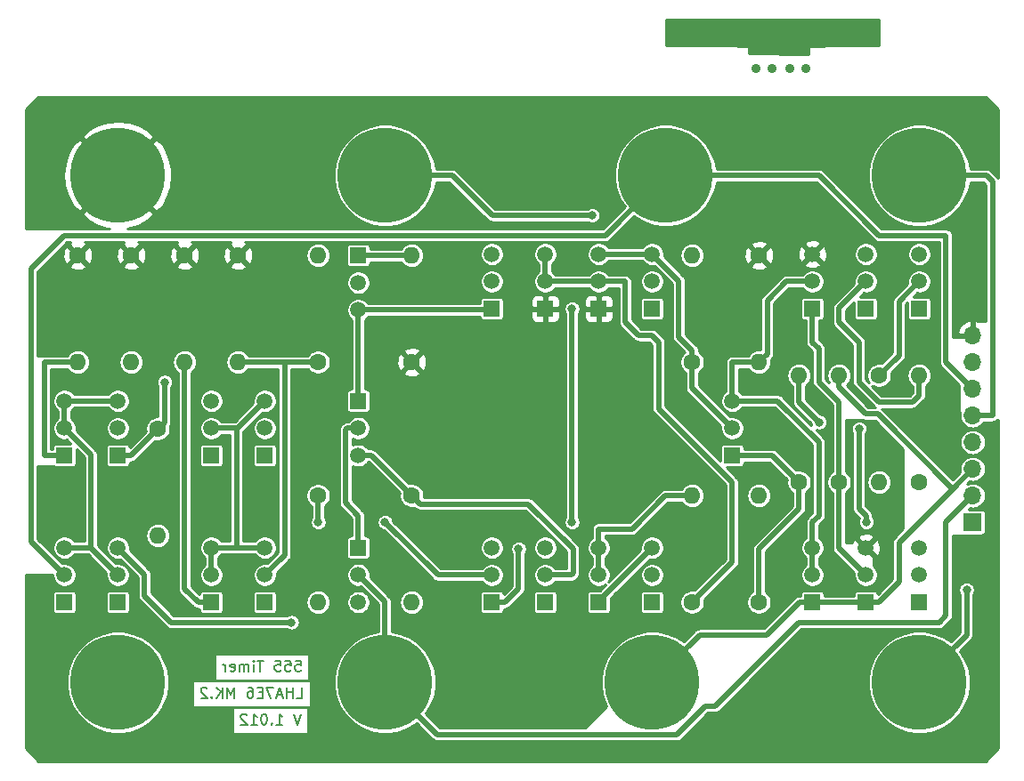
<source format=gbr>
G04 #@! TF.GenerationSoftware,KiCad,Pcbnew,(5.1.0)-1*
G04 #@! TF.CreationDate,2019-05-16T15:59:12+08:00*
G04 #@! TF.ProjectId,555,3535352e-6b69-4636-9164-5f7063625858,V1.001*
G04 #@! TF.SameCoordinates,Original*
G04 #@! TF.FileFunction,Copper,L2,Bot*
G04 #@! TF.FilePolarity,Positive*
%FSLAX46Y46*%
G04 Gerber Fmt 4.6, Leading zero omitted, Abs format (unit mm)*
G04 Created by KiCad (PCBNEW (5.1.0)-1) date 2019-05-16 15:59:12*
%MOMM*%
%LPD*%
G04 APERTURE LIST*
%ADD10C,0.203200*%
%ADD11C,9.000000*%
%ADD12C,0.900000*%
%ADD13C,1.500000*%
%ADD14R,1.500000X1.500000*%
%ADD15O,1.600000X1.600000*%
%ADD16C,1.600000*%
%ADD17O,1.700000X1.700000*%
%ADD18R,1.700000X1.700000*%
%ADD19C,0.889000*%
%ADD20C,0.800000*%
%ADD21C,0.508000*%
%ADD22C,0.254000*%
G04 APERTURE END LIST*
D10*
X93580857Y-138889619D02*
X93242190Y-139905619D01*
X92903523Y-138889619D01*
X91258571Y-139905619D02*
X91839142Y-139905619D01*
X91548857Y-139905619D02*
X91548857Y-138889619D01*
X91645619Y-139034761D01*
X91742380Y-139131523D01*
X91839142Y-139179904D01*
X90823142Y-139808857D02*
X90774761Y-139857238D01*
X90823142Y-139905619D01*
X90871523Y-139857238D01*
X90823142Y-139808857D01*
X90823142Y-139905619D01*
X90145809Y-138889619D02*
X90049047Y-138889619D01*
X89952285Y-138938000D01*
X89903904Y-138986380D01*
X89855523Y-139083142D01*
X89807142Y-139276666D01*
X89807142Y-139518571D01*
X89855523Y-139712095D01*
X89903904Y-139808857D01*
X89952285Y-139857238D01*
X90049047Y-139905619D01*
X90145809Y-139905619D01*
X90242571Y-139857238D01*
X90290952Y-139808857D01*
X90339333Y-139712095D01*
X90387714Y-139518571D01*
X90387714Y-139276666D01*
X90339333Y-139083142D01*
X90290952Y-138986380D01*
X90242571Y-138938000D01*
X90145809Y-138889619D01*
X88839523Y-139905619D02*
X89420095Y-139905619D01*
X89129809Y-139905619D02*
X89129809Y-138889619D01*
X89226571Y-139034761D01*
X89323333Y-139131523D01*
X89420095Y-139179904D01*
X88452476Y-138986380D02*
X88404095Y-138938000D01*
X88307333Y-138889619D01*
X88065428Y-138889619D01*
X87968666Y-138938000D01*
X87920285Y-138986380D01*
X87871904Y-139083142D01*
X87871904Y-139179904D01*
X87920285Y-139325047D01*
X88500857Y-139905619D01*
X87871904Y-139905619D01*
X93181714Y-137365619D02*
X93665523Y-137365619D01*
X93665523Y-136349619D01*
X92843047Y-137365619D02*
X92843047Y-136349619D01*
X92843047Y-136833428D02*
X92262476Y-136833428D01*
X92262476Y-137365619D02*
X92262476Y-136349619D01*
X91827047Y-137075333D02*
X91343238Y-137075333D01*
X91923809Y-137365619D02*
X91585142Y-136349619D01*
X91246476Y-137365619D01*
X91004571Y-136349619D02*
X90327238Y-136349619D01*
X90762666Y-137365619D01*
X89940190Y-136833428D02*
X89601523Y-136833428D01*
X89456380Y-137365619D02*
X89940190Y-137365619D01*
X89940190Y-136349619D01*
X89456380Y-136349619D01*
X88585523Y-136349619D02*
X88779047Y-136349619D01*
X88875809Y-136398000D01*
X88924190Y-136446380D01*
X89020952Y-136591523D01*
X89069333Y-136785047D01*
X89069333Y-137172095D01*
X89020952Y-137268857D01*
X88972571Y-137317238D01*
X88875809Y-137365619D01*
X88682285Y-137365619D01*
X88585523Y-137317238D01*
X88537142Y-137268857D01*
X88488761Y-137172095D01*
X88488761Y-136930190D01*
X88537142Y-136833428D01*
X88585523Y-136785047D01*
X88682285Y-136736666D01*
X88875809Y-136736666D01*
X88972571Y-136785047D01*
X89020952Y-136833428D01*
X89069333Y-136930190D01*
X87279238Y-137365619D02*
X87279238Y-136349619D01*
X86940571Y-137075333D01*
X86601904Y-136349619D01*
X86601904Y-137365619D01*
X86118095Y-137365619D02*
X86118095Y-136349619D01*
X85537523Y-137365619D02*
X85972952Y-136785047D01*
X85537523Y-136349619D02*
X86118095Y-136930190D01*
X85102095Y-137268857D02*
X85053714Y-137317238D01*
X85102095Y-137365619D01*
X85150476Y-137317238D01*
X85102095Y-137268857D01*
X85102095Y-137365619D01*
X84666666Y-136446380D02*
X84618285Y-136398000D01*
X84521523Y-136349619D01*
X84279619Y-136349619D01*
X84182857Y-136398000D01*
X84134476Y-136446380D01*
X84086095Y-136543142D01*
X84086095Y-136639904D01*
X84134476Y-136785047D01*
X84715047Y-137365619D01*
X84086095Y-137365619D01*
X93084952Y-133809619D02*
X93568761Y-133809619D01*
X93617142Y-134293428D01*
X93568761Y-134245047D01*
X93472000Y-134196666D01*
X93230095Y-134196666D01*
X93133333Y-134245047D01*
X93084952Y-134293428D01*
X93036571Y-134390190D01*
X93036571Y-134632095D01*
X93084952Y-134728857D01*
X93133333Y-134777238D01*
X93230095Y-134825619D01*
X93472000Y-134825619D01*
X93568761Y-134777238D01*
X93617142Y-134728857D01*
X92117333Y-133809619D02*
X92601142Y-133809619D01*
X92649523Y-134293428D01*
X92601142Y-134245047D01*
X92504380Y-134196666D01*
X92262476Y-134196666D01*
X92165714Y-134245047D01*
X92117333Y-134293428D01*
X92068952Y-134390190D01*
X92068952Y-134632095D01*
X92117333Y-134728857D01*
X92165714Y-134777238D01*
X92262476Y-134825619D01*
X92504380Y-134825619D01*
X92601142Y-134777238D01*
X92649523Y-134728857D01*
X91149714Y-133809619D02*
X91633523Y-133809619D01*
X91681904Y-134293428D01*
X91633523Y-134245047D01*
X91536761Y-134196666D01*
X91294857Y-134196666D01*
X91198095Y-134245047D01*
X91149714Y-134293428D01*
X91101333Y-134390190D01*
X91101333Y-134632095D01*
X91149714Y-134728857D01*
X91198095Y-134777238D01*
X91294857Y-134825619D01*
X91536761Y-134825619D01*
X91633523Y-134777238D01*
X91681904Y-134728857D01*
X90036952Y-133809619D02*
X89456380Y-133809619D01*
X89746666Y-134825619D02*
X89746666Y-133809619D01*
X89117714Y-134825619D02*
X89117714Y-134148285D01*
X89117714Y-133809619D02*
X89166095Y-133858000D01*
X89117714Y-133906380D01*
X89069333Y-133858000D01*
X89117714Y-133809619D01*
X89117714Y-133906380D01*
X88633904Y-134825619D02*
X88633904Y-134148285D01*
X88633904Y-134245047D02*
X88585523Y-134196666D01*
X88488761Y-134148285D01*
X88343619Y-134148285D01*
X88246857Y-134196666D01*
X88198476Y-134293428D01*
X88198476Y-134825619D01*
X88198476Y-134293428D02*
X88150095Y-134196666D01*
X88053333Y-134148285D01*
X87908190Y-134148285D01*
X87811428Y-134196666D01*
X87763047Y-134293428D01*
X87763047Y-134825619D01*
X86892190Y-134777238D02*
X86988952Y-134825619D01*
X87182476Y-134825619D01*
X87279238Y-134777238D01*
X87327619Y-134680476D01*
X87327619Y-134293428D01*
X87279238Y-134196666D01*
X87182476Y-134148285D01*
X86988952Y-134148285D01*
X86892190Y-134196666D01*
X86843809Y-134293428D01*
X86843809Y-134390190D01*
X87327619Y-134486952D01*
X86408380Y-134825619D02*
X86408380Y-134148285D01*
X86408380Y-134341809D02*
X86360000Y-134245047D01*
X86311619Y-134196666D01*
X86214857Y-134148285D01*
X86118095Y-134148285D01*
D11*
X101600000Y-87630000D03*
D12*
X104975000Y-87630000D03*
X103986485Y-90016485D03*
X101600000Y-91005000D03*
X99213515Y-90016485D03*
X98225000Y-87630000D03*
X99213515Y-85243515D03*
X101600000Y-84255000D03*
X103986485Y-85243515D03*
D11*
X152400000Y-135890000D03*
D12*
X155775000Y-135890000D03*
X154786485Y-138276485D03*
X152400000Y-139265000D03*
X150013515Y-138276485D03*
X149025000Y-135890000D03*
X150013515Y-133503515D03*
X152400000Y-132515000D03*
X154786485Y-133503515D03*
D11*
X101600000Y-135890000D03*
D12*
X104975000Y-135890000D03*
X103986485Y-138276485D03*
X101600000Y-139265000D03*
X99213515Y-138276485D03*
X98225000Y-135890000D03*
X99213515Y-133503515D03*
X101600000Y-132515000D03*
X103986485Y-133503515D03*
D11*
X127000000Y-135890000D03*
D12*
X130375000Y-135890000D03*
X129386485Y-138276485D03*
X127000000Y-139265000D03*
X124613515Y-138276485D03*
X123625000Y-135890000D03*
X124613515Y-133503515D03*
X127000000Y-132515000D03*
X129386485Y-133503515D03*
D11*
X152400000Y-87630000D03*
D12*
X155775000Y-87630000D03*
X154786485Y-90016485D03*
X152400000Y-91005000D03*
X150013515Y-90016485D03*
X149025000Y-87630000D03*
X150013515Y-85243515D03*
X152400000Y-84255000D03*
X154786485Y-85243515D03*
D11*
X76200000Y-135890000D03*
D12*
X79575000Y-135890000D03*
X78586485Y-138276485D03*
X76200000Y-139265000D03*
X73813515Y-138276485D03*
X72825000Y-135890000D03*
X73813515Y-133503515D03*
X76200000Y-132515000D03*
X78586485Y-133503515D03*
D11*
X128270000Y-87630000D03*
D12*
X131645000Y-87630000D03*
X130656485Y-90016485D03*
X128270000Y-91005000D03*
X125883515Y-90016485D03*
X124895000Y-87630000D03*
X125883515Y-85243515D03*
X128270000Y-84255000D03*
X130656485Y-85243515D03*
D11*
X76200000Y-87630000D03*
D12*
X79575000Y-87630000D03*
X78586485Y-90016485D03*
X76200000Y-91005000D03*
X73813515Y-90016485D03*
X72825000Y-87630000D03*
X73813515Y-85243515D03*
X76200000Y-84255000D03*
X78586485Y-85243515D03*
D13*
X127000000Y-97730000D03*
X127000000Y-95130000D03*
D14*
X127000000Y-100330000D03*
D15*
X87630000Y-105410000D03*
D16*
X87630000Y-95250000D03*
X80010000Y-111760000D03*
D15*
X80010000Y-121920000D03*
D17*
X157480000Y-102870000D03*
X157480000Y-105410000D03*
X157480000Y-107950000D03*
X157480000Y-110490000D03*
X157480000Y-113030000D03*
X157480000Y-115570000D03*
X157480000Y-118110000D03*
D18*
X157480000Y-120650000D03*
D13*
X71120000Y-125670000D03*
X71120000Y-123070000D03*
D14*
X71120000Y-128270000D03*
D13*
X71120000Y-111700000D03*
X71120000Y-109100000D03*
D14*
X71120000Y-114300000D03*
X76200000Y-114300000D03*
D13*
X76200000Y-109100000D03*
X76200000Y-111700000D03*
X76200000Y-125670000D03*
X76200000Y-123070000D03*
D14*
X76200000Y-128270000D03*
D13*
X85090000Y-111700000D03*
X85090000Y-109100000D03*
D14*
X85090000Y-114300000D03*
D13*
X90170000Y-111700000D03*
X90170000Y-109100000D03*
D14*
X90170000Y-114300000D03*
X85090000Y-128270000D03*
D13*
X85090000Y-123070000D03*
X85090000Y-125670000D03*
D14*
X90170000Y-128270000D03*
D13*
X90170000Y-123070000D03*
X90170000Y-125670000D03*
D14*
X99060000Y-123063000D03*
D13*
X99060000Y-128263000D03*
X99060000Y-125663000D03*
X99060000Y-111693000D03*
X99060000Y-114293000D03*
D14*
X99060000Y-109093000D03*
D13*
X99060000Y-97850000D03*
X99060000Y-100450000D03*
D14*
X99060000Y-95250000D03*
D13*
X111760000Y-97730000D03*
X111760000Y-95130000D03*
D14*
X111760000Y-100330000D03*
X111760000Y-128270000D03*
D13*
X111760000Y-123070000D03*
X111760000Y-125670000D03*
D14*
X116840000Y-100330000D03*
D13*
X116840000Y-95130000D03*
X116840000Y-97730000D03*
X116840000Y-125670000D03*
X116840000Y-123070000D03*
D14*
X116840000Y-128270000D03*
D13*
X121920000Y-97730000D03*
X121920000Y-95130000D03*
D14*
X121920000Y-100330000D03*
X121920000Y-128270000D03*
D13*
X121920000Y-123070000D03*
X121920000Y-125670000D03*
D14*
X127000000Y-128270000D03*
D13*
X127000000Y-123070000D03*
X127000000Y-125670000D03*
X134620000Y-111700000D03*
X134620000Y-109100000D03*
D14*
X134620000Y-114300000D03*
X142240000Y-100330000D03*
D13*
X142240000Y-95130000D03*
X142240000Y-97730000D03*
D14*
X142240000Y-128270000D03*
D13*
X142240000Y-123070000D03*
X142240000Y-125670000D03*
D14*
X147320000Y-100330000D03*
D13*
X147320000Y-95130000D03*
X147320000Y-97730000D03*
X147320000Y-125670000D03*
X147320000Y-123070000D03*
D14*
X147320000Y-128270000D03*
D13*
X152400000Y-97730000D03*
X152400000Y-95130000D03*
D14*
X152400000Y-100330000D03*
D13*
X152400000Y-125670000D03*
X152400000Y-123070000D03*
D14*
X152400000Y-128270000D03*
D16*
X72390000Y-95250000D03*
D15*
X72390000Y-105410000D03*
D16*
X77470000Y-95250000D03*
D15*
X77470000Y-105410000D03*
X82550000Y-105410000D03*
D16*
X82550000Y-95250000D03*
X95250000Y-105410000D03*
D15*
X95250000Y-95250000D03*
X95250000Y-128270000D03*
D16*
X95250000Y-118110000D03*
D15*
X104140000Y-128270000D03*
D16*
X104140000Y-118110000D03*
X104140000Y-105410000D03*
D15*
X104140000Y-95250000D03*
X130810000Y-118110000D03*
D16*
X130810000Y-128270000D03*
D15*
X130810000Y-95250000D03*
D16*
X130810000Y-105410000D03*
X137160000Y-95250000D03*
D15*
X137160000Y-105410000D03*
D16*
X137160000Y-128270000D03*
D15*
X137160000Y-118110000D03*
X140970000Y-106680000D03*
D16*
X140970000Y-116840000D03*
D15*
X144780000Y-106680000D03*
D16*
X144780000Y-116840000D03*
X148590000Y-106680000D03*
D15*
X148590000Y-116840000D03*
X152400000Y-106680000D03*
D16*
X152400000Y-116840000D03*
D19*
X136906000Y-77470000D03*
X138430000Y-77470000D03*
X140081000Y-77470000D03*
X141605000Y-77470000D03*
D20*
X85725000Y-89535000D03*
X85725000Y-87630000D03*
X85725000Y-91440000D03*
X87630000Y-89535000D03*
X83820000Y-89535000D03*
X85725000Y-85725000D03*
X85725000Y-81915000D03*
X85725000Y-83820000D03*
X83820000Y-83820000D03*
X87630000Y-83820000D03*
X156899999Y-127054999D03*
X121285000Y-91440000D03*
X121285000Y-91440000D03*
X80645000Y-107315000D03*
X114300000Y-123190000D03*
X95250000Y-120650000D03*
X101600000Y-120650000D03*
X119380000Y-120650000D03*
X119380000Y-100330000D03*
X147350000Y-120620000D03*
X146685000Y-111760000D03*
X142875000Y-111125000D03*
X92710000Y-130175000D03*
D21*
X71120000Y-125670000D02*
X67945000Y-122495000D01*
X67945000Y-122495000D02*
X67945000Y-96520000D01*
X67945000Y-96520000D02*
X71120000Y-93345000D01*
X122555000Y-93345000D02*
X128270000Y-87630000D01*
X71120000Y-93345000D02*
X122555000Y-93345000D01*
X154940000Y-105410000D02*
X157480000Y-107950000D01*
X154940000Y-93345000D02*
X154940000Y-105410000D01*
X148590000Y-93345000D02*
X154940000Y-93345000D01*
X128270000Y-87630000D02*
X142875000Y-87630000D01*
X142875000Y-87630000D02*
X148590000Y-93345000D01*
X92075000Y-123765000D02*
X92075000Y-105410000D01*
X90170000Y-125670000D02*
X92075000Y-123765000D01*
X87630000Y-105410000D02*
X92075000Y-105410000D01*
X92075000Y-105410000D02*
X95250000Y-105410000D01*
X158763961Y-87630000D02*
X159385000Y-88251039D01*
X152400000Y-87630000D02*
X158763961Y-87630000D01*
X159385000Y-88251039D02*
X159385000Y-110490000D01*
X159385000Y-110490000D02*
X157480000Y-110490000D01*
X140982000Y-128270000D02*
X142240000Y-128270000D01*
X137861999Y-131390001D02*
X140982000Y-128270000D01*
X131499999Y-131390001D02*
X137861999Y-131390001D01*
X127000000Y-135890000D02*
X131499999Y-131390001D01*
X146062000Y-128270000D02*
X142240000Y-128270000D01*
X147320000Y-128270000D02*
X146062000Y-128270000D01*
X148578000Y-128270000D02*
X150495000Y-126353000D01*
X147320000Y-128270000D02*
X148578000Y-128270000D01*
X150495000Y-126353000D02*
X150495000Y-122555000D01*
X144780000Y-107811370D02*
X147320000Y-110351370D01*
X144780000Y-106680000D02*
X144780000Y-107811370D01*
X148451370Y-110351370D02*
X155575000Y-117475000D01*
X147320000Y-110351370D02*
X148451370Y-110351370D01*
X150495000Y-122555000D02*
X155575000Y-117475000D01*
X155575000Y-117475000D02*
X157480000Y-115570000D01*
X101600000Y-128203000D02*
X101600000Y-135890000D01*
X99060000Y-125663000D02*
X101600000Y-128203000D01*
X154940000Y-120650000D02*
X157480000Y-118110000D01*
X154940000Y-129540000D02*
X154940000Y-120650000D01*
X154305000Y-130175000D02*
X154940000Y-129540000D01*
X106554001Y-140844001D02*
X129377921Y-140844001D01*
X101600000Y-135890000D02*
X106554001Y-140844001D01*
X129377921Y-140844001D02*
X132080000Y-138141922D01*
X133003078Y-138141922D02*
X140970000Y-130175000D01*
X132080000Y-138141922D02*
X133003078Y-138141922D01*
X140970000Y-130175000D02*
X154305000Y-130175000D01*
X156899999Y-131390001D02*
X156899999Y-127054999D01*
X152400000Y-135890000D02*
X156899999Y-131390001D01*
X156899999Y-127054999D02*
X156899999Y-127054999D01*
X107963961Y-87630000D02*
X111773961Y-91440000D01*
X101600000Y-87630000D02*
X107963961Y-87630000D01*
X111773961Y-91440000D02*
X121285000Y-91440000D01*
X121285000Y-91440000D02*
X121285000Y-91440000D01*
X71120000Y-114300000D02*
X69215000Y-114300000D01*
X69215000Y-114300000D02*
X69215000Y-105410000D01*
X69215000Y-105410000D02*
X72390000Y-105410000D01*
X77470000Y-114300000D02*
X80010000Y-111760000D01*
X76200000Y-114300000D02*
X77470000Y-114300000D01*
X80645000Y-111125000D02*
X80010000Y-111760000D01*
X80645000Y-107315000D02*
X80645000Y-111125000D01*
X85090000Y-123070000D02*
X86150660Y-123070000D01*
X85090000Y-123070000D02*
X85090000Y-125670000D01*
X87630000Y-111640000D02*
X90170000Y-109100000D01*
X85090000Y-111700000D02*
X87570000Y-111700000D01*
X87570000Y-111700000D02*
X87630000Y-111640000D01*
X87510000Y-111760000D02*
X87570000Y-111700000D01*
X87510000Y-123070000D02*
X87510000Y-111760000D01*
X87510000Y-123070000D02*
X90170000Y-123070000D01*
X86150660Y-123070000D02*
X87510000Y-123070000D01*
X82550000Y-106541370D02*
X82550000Y-105410000D01*
X82550000Y-126988000D02*
X82550000Y-106541370D01*
X83832000Y-128270000D02*
X82550000Y-126988000D01*
X85090000Y-128270000D02*
X83832000Y-128270000D01*
X97855999Y-111836341D02*
X97855999Y-118810999D01*
X99060000Y-111693000D02*
X97999340Y-111693000D01*
X97999340Y-111693000D02*
X97855999Y-111836341D01*
X99060000Y-120015000D02*
X99060000Y-123063000D01*
X97855999Y-118810999D02*
X99060000Y-120015000D01*
X100323000Y-114293000D02*
X99060000Y-114293000D01*
X104140000Y-118110000D02*
X100323000Y-114293000D01*
X104939999Y-118909999D02*
X115226999Y-118909999D01*
X104140000Y-118110000D02*
X104939999Y-118909999D01*
X115226999Y-118909999D02*
X119507000Y-123190000D01*
X119320000Y-125670000D02*
X116840000Y-125670000D01*
X119507000Y-125483000D02*
X119320000Y-125670000D01*
X119507000Y-123190000D02*
X119507000Y-125483000D01*
X99060000Y-100450000D02*
X99060000Y-109093000D01*
X111640000Y-100450000D02*
X111760000Y-100330000D01*
X99060000Y-100450000D02*
X111640000Y-100450000D01*
X116840000Y-95130000D02*
X116840000Y-97730000D01*
X121920000Y-97730000D02*
X116840000Y-97730000D01*
X124400000Y-97730000D02*
X121920000Y-97730000D01*
X124460000Y-97790000D02*
X124400000Y-97730000D01*
X124460000Y-101600000D02*
X124460000Y-97790000D01*
X125730000Y-102870000D02*
X124460000Y-101600000D01*
X134620000Y-124460000D02*
X134620000Y-116840000D01*
X130810000Y-128270000D02*
X134620000Y-124460000D01*
X134620000Y-116840000D02*
X127635000Y-109855000D01*
X127635000Y-103505000D02*
X127000000Y-102870000D01*
X127635000Y-109855000D02*
X127635000Y-103505000D01*
X127000000Y-102870000D02*
X125730000Y-102870000D01*
X99060000Y-95250000D02*
X104140000Y-95250000D01*
X113018000Y-128270000D02*
X114300000Y-126988000D01*
X111760000Y-128270000D02*
X113018000Y-128270000D01*
X114300000Y-126988000D02*
X114300000Y-123190000D01*
X114300000Y-123190000D02*
X114300000Y-123190000D01*
X95250000Y-118110000D02*
X95250000Y-120650000D01*
X95250000Y-120650000D02*
X95250000Y-120650000D01*
X106620000Y-125670000D02*
X111760000Y-125670000D01*
X101600000Y-120650000D02*
X106620000Y-125670000D01*
X130810000Y-107890000D02*
X130810000Y-105410000D01*
X134620000Y-111700000D02*
X130810000Y-107890000D01*
X130810000Y-104278630D02*
X129540000Y-103008630D01*
X130810000Y-105410000D02*
X130810000Y-104278630D01*
X129540000Y-97670000D02*
X127000000Y-95130000D01*
X129540000Y-103008630D02*
X129540000Y-97670000D01*
X121920000Y-95130000D02*
X127000000Y-95130000D01*
X121920000Y-123070000D02*
X121920000Y-125670000D01*
X128270000Y-118110000D02*
X130810000Y-118110000D01*
X125095000Y-121285000D02*
X128270000Y-118110000D01*
X121920000Y-123070000D02*
X121920000Y-121285000D01*
X121920000Y-121285000D02*
X125095000Y-121285000D01*
X121920000Y-128150000D02*
X121920000Y-128270000D01*
X127000000Y-123070000D02*
X121920000Y-128150000D01*
X119380000Y-120650000D02*
X119380000Y-100330000D01*
X119380000Y-100330000D02*
X119380000Y-100330000D01*
X137160000Y-128270000D02*
X137160000Y-123190000D01*
X140970000Y-119380000D02*
X140970000Y-116840000D01*
X137160000Y-123190000D02*
X140970000Y-119380000D01*
X138430000Y-114300000D02*
X140970000Y-116840000D01*
X134620000Y-114300000D02*
X138430000Y-114300000D01*
X144780000Y-123130000D02*
X144780000Y-116840000D01*
X147320000Y-125670000D02*
X144780000Y-123130000D01*
X144780000Y-116840000D02*
X144780000Y-109220000D01*
X144780000Y-109220000D02*
X142875000Y-107315000D01*
X142875000Y-107315000D02*
X142875000Y-104140000D01*
X142240000Y-103505000D02*
X142240000Y-100330000D01*
X142875000Y-104140000D02*
X142240000Y-103505000D01*
X152400000Y-106680000D02*
X152400000Y-108585000D01*
X152400000Y-108585000D02*
X151765000Y-109220000D01*
X151765000Y-109220000D02*
X148590000Y-109220000D01*
X148590000Y-109220000D02*
X146685000Y-107315000D01*
X146685000Y-107315000D02*
X146685000Y-103505000D01*
X146685000Y-103505000D02*
X144780000Y-101600000D01*
X144780000Y-101600000D02*
X144780000Y-100270000D01*
X144780000Y-100270000D02*
X147320000Y-97730000D01*
X147350000Y-120054315D02*
X146685000Y-119389315D01*
X147350000Y-120620000D02*
X147350000Y-120054315D01*
X146685000Y-119389315D02*
X146685000Y-111760000D01*
X140970000Y-109220000D02*
X140970000Y-106680000D01*
X142875000Y-111125000D02*
X140970000Y-109220000D01*
X73600000Y-123070000D02*
X76200000Y-125670000D01*
X71120000Y-123070000D02*
X73600000Y-123070000D01*
X71120000Y-109100000D02*
X76200000Y-109100000D01*
X71120000Y-109100000D02*
X71120000Y-111700000D01*
X73660000Y-123010000D02*
X73600000Y-123070000D01*
X73660000Y-114240000D02*
X73660000Y-123010000D01*
X71120000Y-111700000D02*
X73660000Y-114240000D01*
X134620000Y-109100000D02*
X134620000Y-105410000D01*
X134620000Y-105410000D02*
X137160000Y-105410000D01*
X137959999Y-104610001D02*
X137959999Y-99530001D01*
X137160000Y-105410000D02*
X137959999Y-104610001D01*
X139760000Y-97730000D02*
X142240000Y-97730000D01*
X137959999Y-99530001D02*
X139760000Y-97730000D01*
X142240000Y-125670000D02*
X142240000Y-123070000D01*
X138945000Y-109100000D02*
X134620000Y-109100000D01*
X142875000Y-113030000D02*
X138945000Y-109100000D01*
X142875000Y-120015000D02*
X142875000Y-113030000D01*
X142240000Y-123070000D02*
X142240000Y-120650000D01*
X142240000Y-120650000D02*
X142875000Y-120015000D01*
X150495000Y-99635000D02*
X152400000Y-97730000D01*
X148590000Y-106680000D02*
X150495000Y-104775000D01*
X150495000Y-104775000D02*
X150495000Y-99635000D01*
X92710000Y-130175000D02*
X81280000Y-130175000D01*
X81280000Y-130175000D02*
X78740000Y-127635000D01*
X78740000Y-125610000D02*
X76200000Y-123070000D01*
X78740000Y-127635000D02*
X78740000Y-125610000D01*
D22*
G36*
X141361495Y-98450970D02*
G01*
X141519030Y-98608505D01*
X141704271Y-98732279D01*
X141882250Y-98806000D01*
X139954000Y-98806000D01*
X139954000Y-98434026D01*
X140023026Y-98365000D01*
X141304052Y-98365000D01*
X141361495Y-98450970D01*
X141361495Y-98450970D01*
G37*
X141361495Y-98450970D02*
X141519030Y-98608505D01*
X141704271Y-98732279D01*
X141882250Y-98806000D01*
X139954000Y-98806000D01*
X139954000Y-98434026D01*
X140023026Y-98365000D01*
X141304052Y-98365000D01*
X141361495Y-98450970D01*
G36*
X143827500Y-98806000D02*
G01*
X142597750Y-98806000D01*
X142775729Y-98732279D01*
X142960970Y-98608505D01*
X143118505Y-98450970D01*
X143242279Y-98265729D01*
X143327536Y-98059900D01*
X143371000Y-97841394D01*
X143371000Y-97618606D01*
X143327536Y-97400100D01*
X143242279Y-97194271D01*
X143118505Y-97009030D01*
X142960970Y-96851495D01*
X142775729Y-96727721D01*
X142580851Y-96647000D01*
X143827500Y-96647000D01*
X143827500Y-98806000D01*
X143827500Y-98806000D01*
G37*
X143827500Y-98806000D02*
X142597750Y-98806000D01*
X142775729Y-98732279D01*
X142960970Y-98608505D01*
X143118505Y-98450970D01*
X143242279Y-98265729D01*
X143327536Y-98059900D01*
X143371000Y-97841394D01*
X143371000Y-97618606D01*
X143327536Y-97400100D01*
X143242279Y-97194271D01*
X143118505Y-97009030D01*
X142960970Y-96851495D01*
X142775729Y-96727721D01*
X142580851Y-96647000D01*
X143827500Y-96647000D01*
X143827500Y-98806000D01*
G36*
X141704271Y-96727721D02*
G01*
X141519030Y-96851495D01*
X141361495Y-97009030D01*
X141304052Y-97095000D01*
X139954000Y-97095000D01*
X139954000Y-96647000D01*
X141899149Y-96647000D01*
X141704271Y-96727721D01*
X141704271Y-96727721D01*
G37*
X141704271Y-96727721D02*
X141519030Y-96851495D01*
X141361495Y-97009030D01*
X141304052Y-97095000D01*
X139954000Y-97095000D01*
X139954000Y-96647000D01*
X141899149Y-96647000D01*
X141704271Y-96727721D01*
G36*
X148551001Y-75245000D02*
G01*
X144008374Y-75245000D01*
X143983580Y-75247442D01*
X143964118Y-75247442D01*
X143957439Y-75248144D01*
X143666515Y-75280777D01*
X143623893Y-75289837D01*
X143581108Y-75298308D01*
X143574692Y-75300294D01*
X143339295Y-75374966D01*
X142000186Y-75373000D01*
X141975406Y-75375404D01*
X141951572Y-75382596D01*
X141929598Y-75394300D01*
X141910329Y-75410066D01*
X141894507Y-75429288D01*
X141882739Y-75451227D01*
X141875477Y-75475041D01*
X141873000Y-75500000D01*
X141873000Y-76072568D01*
X136235125Y-76053424D01*
X136226986Y-75508105D01*
X136224176Y-75483367D01*
X136216594Y-75459654D01*
X136204532Y-75437875D01*
X136188452Y-75418867D01*
X136168974Y-75403362D01*
X136146844Y-75391955D01*
X136122915Y-75385084D01*
X136100784Y-75383002D01*
X135183695Y-75377341D01*
X134907979Y-75294096D01*
X134865196Y-75285625D01*
X134822570Y-75276565D01*
X134815893Y-75275863D01*
X134815891Y-75275863D01*
X134524686Y-75247310D01*
X134501228Y-75245000D01*
X128290746Y-75245000D01*
X128290746Y-72807000D01*
X148551000Y-72807000D01*
X148551001Y-75245000D01*
X148551001Y-75245000D01*
G37*
X148551001Y-75245000D02*
X144008374Y-75245000D01*
X143983580Y-75247442D01*
X143964118Y-75247442D01*
X143957439Y-75248144D01*
X143666515Y-75280777D01*
X143623893Y-75289837D01*
X143581108Y-75298308D01*
X143574692Y-75300294D01*
X143339295Y-75374966D01*
X142000186Y-75373000D01*
X141975406Y-75375404D01*
X141951572Y-75382596D01*
X141929598Y-75394300D01*
X141910329Y-75410066D01*
X141894507Y-75429288D01*
X141882739Y-75451227D01*
X141875477Y-75475041D01*
X141873000Y-75500000D01*
X141873000Y-76072568D01*
X136235125Y-76053424D01*
X136226986Y-75508105D01*
X136224176Y-75483367D01*
X136216594Y-75459654D01*
X136204532Y-75437875D01*
X136188452Y-75418867D01*
X136168974Y-75403362D01*
X136146844Y-75391955D01*
X136122915Y-75385084D01*
X136100784Y-75383002D01*
X135183695Y-75377341D01*
X134907979Y-75294096D01*
X134865196Y-75285625D01*
X134822570Y-75276565D01*
X134815893Y-75275863D01*
X134815891Y-75275863D01*
X134524686Y-75247310D01*
X134501228Y-75245000D01*
X128290746Y-75245000D01*
X128290746Y-72807000D01*
X148551000Y-72807000D01*
X148551001Y-75245000D01*
G36*
X148118935Y-93771961D02*
G01*
X148138815Y-93796185D01*
X148163039Y-93816065D01*
X148163043Y-93816069D01*
X148235506Y-93875538D01*
X148345143Y-93934140D01*
X148345820Y-93934502D01*
X148465518Y-93970812D01*
X148558808Y-93980000D01*
X148558811Y-93980000D01*
X148590000Y-93983072D01*
X148621189Y-93980000D01*
X154305000Y-93980000D01*
X154305001Y-105378808D01*
X154301929Y-105410000D01*
X154305001Y-105441191D01*
X154305001Y-105441192D01*
X154314189Y-105534482D01*
X154325203Y-105570791D01*
X154350498Y-105654179D01*
X154409463Y-105764493D01*
X154409464Y-105764494D01*
X154488816Y-105861185D01*
X154513044Y-105881068D01*
X156210000Y-107578025D01*
X156210000Y-110109000D01*
X156212440Y-110133776D01*
X156219667Y-110157601D01*
X156231403Y-110179557D01*
X156247197Y-110198803D01*
X156266443Y-110214597D01*
X156275657Y-110219522D01*
X156266812Y-110248682D01*
X156243044Y-110490000D01*
X156266812Y-110731318D01*
X156337202Y-110963363D01*
X156451509Y-111177216D01*
X156605340Y-111364660D01*
X156792784Y-111518491D01*
X157006637Y-111632798D01*
X157238682Y-111703188D01*
X157419528Y-111721000D01*
X157540472Y-111721000D01*
X157721318Y-111703188D01*
X157953363Y-111632798D01*
X158167216Y-111518491D01*
X158354660Y-111364660D01*
X158508491Y-111177216D01*
X158536401Y-111125000D01*
X159353809Y-111125000D01*
X159385000Y-111128072D01*
X159509482Y-111115812D01*
X159629180Y-111079502D01*
X159739494Y-111020537D01*
X159836185Y-110941185D01*
X159893000Y-110871956D01*
X159893000Y-142187394D01*
X158697394Y-143383000D01*
X68632606Y-143383000D01*
X67437000Y-142187394D01*
X67437000Y-135409263D01*
X71319000Y-135409263D01*
X71319000Y-136370737D01*
X71506574Y-137313735D01*
X71874514Y-138202020D01*
X72408680Y-139001456D01*
X73088544Y-139681320D01*
X73887980Y-140215486D01*
X74776265Y-140583426D01*
X75719263Y-140771000D01*
X76680737Y-140771000D01*
X77623735Y-140583426D01*
X78512020Y-140215486D01*
X79311456Y-139681320D01*
X79991320Y-139001456D01*
X80471590Y-138282680D01*
X87087831Y-138282680D01*
X87087831Y-140771880D01*
X94268169Y-140771880D01*
X94268169Y-138282680D01*
X87087831Y-138282680D01*
X80471590Y-138282680D01*
X80525486Y-138202020D01*
X80893426Y-137313735D01*
X81081000Y-136370737D01*
X81081000Y-135742680D01*
X83302022Y-135742680D01*
X83302022Y-138231880D01*
X94497979Y-138231880D01*
X94497979Y-135742680D01*
X83302022Y-135742680D01*
X81081000Y-135742680D01*
X81081000Y-135409263D01*
X80893426Y-134466265D01*
X80525486Y-133577980D01*
X80274719Y-133202680D01*
X85430784Y-133202680D01*
X85430784Y-135691880D01*
X94401217Y-135691880D01*
X94401217Y-135409263D01*
X96719000Y-135409263D01*
X96719000Y-136370737D01*
X96906574Y-137313735D01*
X97274514Y-138202020D01*
X97808680Y-139001456D01*
X98488544Y-139681320D01*
X99287980Y-140215486D01*
X100176265Y-140583426D01*
X101119263Y-140771000D01*
X102080737Y-140771000D01*
X103023735Y-140583426D01*
X103912020Y-140215486D01*
X104580678Y-139768703D01*
X106082936Y-141270962D01*
X106102816Y-141295186D01*
X106127040Y-141315066D01*
X106127043Y-141315069D01*
X106199506Y-141374538D01*
X106237932Y-141395077D01*
X106309821Y-141433503D01*
X106429519Y-141469813D01*
X106522809Y-141479001D01*
X106522819Y-141479001D01*
X106554000Y-141482072D01*
X106585181Y-141479001D01*
X129346740Y-141479001D01*
X129377921Y-141482072D01*
X129409102Y-141479001D01*
X129409113Y-141479001D01*
X129502403Y-141469813D01*
X129622101Y-141433503D01*
X129732415Y-141374538D01*
X129829106Y-141295186D01*
X129848995Y-141270951D01*
X132343026Y-138776922D01*
X132971897Y-138776922D01*
X133003078Y-138779993D01*
X133034259Y-138776922D01*
X133034270Y-138776922D01*
X133127560Y-138767734D01*
X133247258Y-138731424D01*
X133357572Y-138672459D01*
X133454263Y-138593107D01*
X133474152Y-138568872D01*
X136633761Y-135409263D01*
X147519000Y-135409263D01*
X147519000Y-136370737D01*
X147706574Y-137313735D01*
X148074514Y-138202020D01*
X148608680Y-139001456D01*
X149288544Y-139681320D01*
X150087980Y-140215486D01*
X150976265Y-140583426D01*
X151919263Y-140771000D01*
X152880737Y-140771000D01*
X153823735Y-140583426D01*
X154712020Y-140215486D01*
X155511456Y-139681320D01*
X156191320Y-139001456D01*
X156725486Y-138202020D01*
X157093426Y-137313735D01*
X157281000Y-136370737D01*
X157281000Y-135409263D01*
X157093426Y-134466265D01*
X156725486Y-133577980D01*
X156278703Y-132909322D01*
X157326961Y-131861065D01*
X157351184Y-131841186D01*
X157371064Y-131816962D01*
X157371068Y-131816958D01*
X157430537Y-131744495D01*
X157489501Y-131634181D01*
X157489501Y-131634180D01*
X157525811Y-131514483D01*
X157534999Y-131421193D01*
X157534999Y-131421190D01*
X157538071Y-131390001D01*
X157534999Y-131358812D01*
X157534999Y-127510417D01*
X157592112Y-127424941D01*
X157650986Y-127282808D01*
X157680999Y-127131921D01*
X157680999Y-126978077D01*
X157650986Y-126827190D01*
X157592112Y-126685057D01*
X157506641Y-126557140D01*
X157397858Y-126448357D01*
X157269941Y-126362886D01*
X157127808Y-126304012D01*
X156976921Y-126273999D01*
X156823077Y-126273999D01*
X156672190Y-126304012D01*
X156530057Y-126362886D01*
X156402140Y-126448357D01*
X156293357Y-126557140D01*
X156207886Y-126685057D01*
X156149012Y-126827190D01*
X156118999Y-126978077D01*
X156118999Y-127131921D01*
X156149012Y-127282808D01*
X156207886Y-127424941D01*
X156265000Y-127510418D01*
X156264999Y-131126975D01*
X155380678Y-132011297D01*
X154712020Y-131564514D01*
X153823735Y-131196574D01*
X152880737Y-131009000D01*
X151919263Y-131009000D01*
X150976265Y-131196574D01*
X150087980Y-131564514D01*
X149288544Y-132098680D01*
X148608680Y-132778544D01*
X148074514Y-133577980D01*
X147706574Y-134466265D01*
X147519000Y-135409263D01*
X136633761Y-135409263D01*
X141233025Y-130810000D01*
X154273819Y-130810000D01*
X154305000Y-130813071D01*
X154336181Y-130810000D01*
X154336192Y-130810000D01*
X154429482Y-130800812D01*
X154549180Y-130764502D01*
X154659494Y-130705537D01*
X154756185Y-130626185D01*
X154776074Y-130601950D01*
X155366961Y-130011065D01*
X155391185Y-129991185D01*
X155411065Y-129966961D01*
X155411069Y-129966957D01*
X155470538Y-129894494D01*
X155529502Y-129784180D01*
X155529502Y-129784179D01*
X155565812Y-129664482D01*
X155575000Y-129571192D01*
X155575000Y-129571189D01*
X155578072Y-129540000D01*
X155575000Y-129508811D01*
X155575000Y-121920000D01*
X156591000Y-121920000D01*
X156624007Y-121915636D01*
X156647298Y-121906840D01*
X156668425Y-121893669D01*
X156679958Y-121882843D01*
X158330000Y-121882843D01*
X158404689Y-121875487D01*
X158476508Y-121853701D01*
X158542696Y-121818322D01*
X158600711Y-121770711D01*
X158648322Y-121712696D01*
X158683701Y-121646508D01*
X158705487Y-121574689D01*
X158712843Y-121500000D01*
X158712843Y-119800000D01*
X158705487Y-119725311D01*
X158683701Y-119653492D01*
X158648322Y-119587304D01*
X158600711Y-119529289D01*
X158542696Y-119481678D01*
X158476508Y-119446299D01*
X158404689Y-119424513D01*
X158330000Y-119417157D01*
X157070868Y-119417157D01*
X157182024Y-119306001D01*
X157238682Y-119323188D01*
X157419528Y-119341000D01*
X157540472Y-119341000D01*
X157721318Y-119323188D01*
X157953363Y-119252798D01*
X158167216Y-119138491D01*
X158354660Y-118984660D01*
X158508491Y-118797216D01*
X158622798Y-118583363D01*
X158693188Y-118351318D01*
X158716956Y-118110000D01*
X158693188Y-117868682D01*
X158622798Y-117636637D01*
X158508491Y-117422784D01*
X158354660Y-117235340D01*
X158167216Y-117081509D01*
X157953363Y-116967202D01*
X157721318Y-116896812D01*
X157540472Y-116879000D01*
X157419528Y-116879000D01*
X157238682Y-116896812D01*
X157006637Y-116967202D01*
X156951180Y-116996844D01*
X157182024Y-116766001D01*
X157238682Y-116783188D01*
X157419528Y-116801000D01*
X157540472Y-116801000D01*
X157721318Y-116783188D01*
X157953363Y-116712798D01*
X158167216Y-116598491D01*
X158354660Y-116444660D01*
X158508491Y-116257216D01*
X158622798Y-116043363D01*
X158693188Y-115811318D01*
X158716956Y-115570000D01*
X158693188Y-115328682D01*
X158622798Y-115096637D01*
X158508491Y-114882784D01*
X158354660Y-114695340D01*
X158167216Y-114541509D01*
X157953363Y-114427202D01*
X157721318Y-114356812D01*
X157540472Y-114339000D01*
X157419528Y-114339000D01*
X157238682Y-114356812D01*
X157006637Y-114427202D01*
X156792784Y-114541509D01*
X156605340Y-114695340D01*
X156451509Y-114882784D01*
X156337202Y-115096637D01*
X156266812Y-115328682D01*
X156243044Y-115570000D01*
X156266812Y-115811318D01*
X156283999Y-115867976D01*
X155575000Y-116576975D01*
X152028025Y-113030000D01*
X156243044Y-113030000D01*
X156266812Y-113271318D01*
X156337202Y-113503363D01*
X156451509Y-113717216D01*
X156605340Y-113904660D01*
X156792784Y-114058491D01*
X157006637Y-114172798D01*
X157238682Y-114243188D01*
X157419528Y-114261000D01*
X157540472Y-114261000D01*
X157721318Y-114243188D01*
X157953363Y-114172798D01*
X158167216Y-114058491D01*
X158354660Y-113904660D01*
X158508491Y-113717216D01*
X158622798Y-113503363D01*
X158693188Y-113271318D01*
X158716956Y-113030000D01*
X158693188Y-112788682D01*
X158622798Y-112556637D01*
X158508491Y-112342784D01*
X158354660Y-112155340D01*
X158167216Y-112001509D01*
X157953363Y-111887202D01*
X157721318Y-111816812D01*
X157540472Y-111799000D01*
X157419528Y-111799000D01*
X157238682Y-111816812D01*
X157006637Y-111887202D01*
X156792784Y-112001509D01*
X156605340Y-112155340D01*
X156451509Y-112342784D01*
X156337202Y-112556637D01*
X156266812Y-112788682D01*
X156243044Y-113030000D01*
X152028025Y-113030000D01*
X148922444Y-109924420D01*
X148902555Y-109900185D01*
X148847497Y-109855000D01*
X151733819Y-109855000D01*
X151765000Y-109858071D01*
X151796181Y-109855000D01*
X151796192Y-109855000D01*
X151889482Y-109845812D01*
X152009180Y-109809502D01*
X152119494Y-109750537D01*
X152216185Y-109671185D01*
X152236074Y-109646950D01*
X152826960Y-109056066D01*
X152851185Y-109036185D01*
X152871065Y-109011961D01*
X152871069Y-109011957D01*
X152930538Y-108939494D01*
X152989502Y-108829180D01*
X152990873Y-108824660D01*
X153025812Y-108709482D01*
X153035000Y-108616192D01*
X153035000Y-108616189D01*
X153038072Y-108585000D01*
X153035000Y-108553811D01*
X153035000Y-107679707D01*
X153059303Y-107666717D01*
X153239134Y-107519134D01*
X153386717Y-107339303D01*
X153496381Y-107134136D01*
X153563912Y-106911516D01*
X153586714Y-106680000D01*
X153563912Y-106448484D01*
X153496381Y-106225864D01*
X153386717Y-106020697D01*
X153239134Y-105840866D01*
X153059303Y-105693283D01*
X152854136Y-105583619D01*
X152631516Y-105516088D01*
X152458016Y-105499000D01*
X152341984Y-105499000D01*
X152168484Y-105516088D01*
X151945864Y-105583619D01*
X151740697Y-105693283D01*
X151560866Y-105840866D01*
X151413283Y-106020697D01*
X151303619Y-106225864D01*
X151236088Y-106448484D01*
X151213286Y-106680000D01*
X151236088Y-106911516D01*
X151303619Y-107134136D01*
X151413283Y-107339303D01*
X151560866Y-107519134D01*
X151740697Y-107666717D01*
X151765001Y-107679707D01*
X151765001Y-108321974D01*
X151501975Y-108585000D01*
X148853025Y-108585000D01*
X147922171Y-107654147D01*
X148030587Y-107726588D01*
X148245515Y-107815614D01*
X148473682Y-107861000D01*
X148706318Y-107861000D01*
X148934485Y-107815614D01*
X149149413Y-107726588D01*
X149342843Y-107597342D01*
X149507342Y-107432843D01*
X149636588Y-107239413D01*
X149725614Y-107024485D01*
X149771000Y-106796318D01*
X149771000Y-106563682D01*
X149743349Y-106424675D01*
X150921956Y-105246069D01*
X150946185Y-105226185D01*
X150985332Y-105178484D01*
X151025538Y-105129494D01*
X151084502Y-105019180D01*
X151084502Y-105019179D01*
X151120812Y-104899482D01*
X151130000Y-104806192D01*
X151130000Y-104806189D01*
X151133072Y-104775000D01*
X151130000Y-104743811D01*
X151130000Y-99898024D01*
X151267157Y-99760867D01*
X151267157Y-101080000D01*
X151274513Y-101154689D01*
X151296299Y-101226508D01*
X151331678Y-101292696D01*
X151379289Y-101350711D01*
X151437304Y-101398322D01*
X151503492Y-101433701D01*
X151575311Y-101455487D01*
X151650000Y-101462843D01*
X153150000Y-101462843D01*
X153224689Y-101455487D01*
X153296508Y-101433701D01*
X153362696Y-101398322D01*
X153420711Y-101350711D01*
X153468322Y-101292696D01*
X153503701Y-101226508D01*
X153525487Y-101154689D01*
X153532843Y-101080000D01*
X153532843Y-99580000D01*
X153525487Y-99505311D01*
X153503701Y-99433492D01*
X153468322Y-99367304D01*
X153420711Y-99309289D01*
X153362696Y-99261678D01*
X153296508Y-99226299D01*
X153224689Y-99204513D01*
X153150000Y-99197157D01*
X151830867Y-99197157D01*
X152187196Y-98840828D01*
X152288606Y-98861000D01*
X152511394Y-98861000D01*
X152729900Y-98817536D01*
X152935729Y-98732279D01*
X153120970Y-98608505D01*
X153278505Y-98450970D01*
X153402279Y-98265729D01*
X153487536Y-98059900D01*
X153531000Y-97841394D01*
X153531000Y-97618606D01*
X153487536Y-97400100D01*
X153402279Y-97194271D01*
X153278505Y-97009030D01*
X153120970Y-96851495D01*
X152935729Y-96727721D01*
X152729900Y-96642464D01*
X152511394Y-96599000D01*
X152288606Y-96599000D01*
X152070100Y-96642464D01*
X151864271Y-96727721D01*
X151679030Y-96851495D01*
X151521495Y-97009030D01*
X151397721Y-97194271D01*
X151312464Y-97400100D01*
X151269000Y-97618606D01*
X151269000Y-97841394D01*
X151289172Y-97942804D01*
X150068046Y-99163930D01*
X150043816Y-99183815D01*
X150023932Y-99208044D01*
X149964463Y-99280507D01*
X149905498Y-99390821D01*
X149888238Y-99447721D01*
X149869189Y-99510518D01*
X149862443Y-99579013D01*
X149856929Y-99635000D01*
X149860001Y-99666191D01*
X149860000Y-104511975D01*
X148845325Y-105526651D01*
X148706318Y-105499000D01*
X148473682Y-105499000D01*
X148245515Y-105544386D01*
X148030587Y-105633412D01*
X147837157Y-105762658D01*
X147672658Y-105927157D01*
X147543412Y-106120587D01*
X147454386Y-106335515D01*
X147409000Y-106563682D01*
X147409000Y-106796318D01*
X147454386Y-107024485D01*
X147543412Y-107239413D01*
X147615854Y-107347829D01*
X147320000Y-107051976D01*
X147320000Y-103536189D01*
X147323072Y-103505000D01*
X147320000Y-103473808D01*
X147310812Y-103380518D01*
X147274502Y-103260820D01*
X147270543Y-103253414D01*
X147215538Y-103150506D01*
X147156068Y-103078043D01*
X147136185Y-103053815D01*
X147111955Y-103033930D01*
X145415000Y-101336976D01*
X145415000Y-100533024D01*
X146187157Y-99760868D01*
X146187157Y-101080000D01*
X146194513Y-101154689D01*
X146216299Y-101226508D01*
X146251678Y-101292696D01*
X146299289Y-101350711D01*
X146357304Y-101398322D01*
X146423492Y-101433701D01*
X146495311Y-101455487D01*
X146570000Y-101462843D01*
X148070000Y-101462843D01*
X148144689Y-101455487D01*
X148216508Y-101433701D01*
X148282696Y-101398322D01*
X148340711Y-101350711D01*
X148388322Y-101292696D01*
X148423701Y-101226508D01*
X148445487Y-101154689D01*
X148452843Y-101080000D01*
X148452843Y-99580000D01*
X148445487Y-99505311D01*
X148423701Y-99433492D01*
X148388322Y-99367304D01*
X148340711Y-99309289D01*
X148282696Y-99261678D01*
X148216508Y-99226299D01*
X148144689Y-99204513D01*
X148070000Y-99197157D01*
X146750868Y-99197157D01*
X147107197Y-98840828D01*
X147208606Y-98861000D01*
X147431394Y-98861000D01*
X147649900Y-98817536D01*
X147855729Y-98732279D01*
X148040970Y-98608505D01*
X148198505Y-98450970D01*
X148322279Y-98265729D01*
X148407536Y-98059900D01*
X148451000Y-97841394D01*
X148451000Y-97618606D01*
X148407536Y-97400100D01*
X148322279Y-97194271D01*
X148198505Y-97009030D01*
X148040970Y-96851495D01*
X147855729Y-96727721D01*
X147649900Y-96642464D01*
X147431394Y-96599000D01*
X147208606Y-96599000D01*
X146990100Y-96642464D01*
X146784271Y-96727721D01*
X146599030Y-96851495D01*
X146441495Y-97009030D01*
X146317721Y-97194271D01*
X146232464Y-97400100D01*
X146189000Y-97618606D01*
X146189000Y-97841394D01*
X146209172Y-97942803D01*
X144353046Y-99798930D01*
X144328816Y-99818815D01*
X144308932Y-99843044D01*
X144249463Y-99915507D01*
X144190498Y-100025821D01*
X144184908Y-100044250D01*
X144161900Y-100120100D01*
X144154189Y-100145519D01*
X144141929Y-100270000D01*
X144145001Y-100301191D01*
X144145000Y-101568818D01*
X144141929Y-101600000D01*
X144145000Y-101631181D01*
X144145000Y-101631191D01*
X144154188Y-101724481D01*
X144190498Y-101844179D01*
X144249463Y-101954493D01*
X144328815Y-102051185D01*
X144353050Y-102071074D01*
X146050001Y-103768026D01*
X146050000Y-107283819D01*
X146046929Y-107315000D01*
X146050000Y-107346181D01*
X146050000Y-107346191D01*
X146059188Y-107439481D01*
X146095498Y-107559179D01*
X146154463Y-107669493D01*
X146233815Y-107766185D01*
X146258050Y-107786074D01*
X148118930Y-109646955D01*
X148138815Y-109671185D01*
X148163043Y-109691068D01*
X148193873Y-109716370D01*
X147583026Y-109716370D01*
X145490970Y-107624315D01*
X145619134Y-107519134D01*
X145766717Y-107339303D01*
X145876381Y-107134136D01*
X145943912Y-106911516D01*
X145966714Y-106680000D01*
X145943912Y-106448484D01*
X145876381Y-106225864D01*
X145766717Y-106020697D01*
X145619134Y-105840866D01*
X145439303Y-105693283D01*
X145234136Y-105583619D01*
X145011516Y-105516088D01*
X144838016Y-105499000D01*
X144721984Y-105499000D01*
X144548484Y-105516088D01*
X144325864Y-105583619D01*
X144120697Y-105693283D01*
X143940866Y-105840866D01*
X143793283Y-106020697D01*
X143683619Y-106225864D01*
X143616088Y-106448484D01*
X143593286Y-106680000D01*
X143616088Y-106911516D01*
X143683619Y-107134136D01*
X143788639Y-107330615D01*
X143510000Y-107051976D01*
X143510000Y-104171189D01*
X143513072Y-104140000D01*
X143510000Y-104108808D01*
X143500812Y-104015518D01*
X143464502Y-103895820D01*
X143405538Y-103785506D01*
X143346069Y-103713043D01*
X143346065Y-103713039D01*
X143326185Y-103688815D01*
X143301960Y-103668934D01*
X142875000Y-103241975D01*
X142875000Y-101462843D01*
X142990000Y-101462843D01*
X143064689Y-101455487D01*
X143136508Y-101433701D01*
X143202696Y-101398322D01*
X143260711Y-101350711D01*
X143308322Y-101292696D01*
X143343701Y-101226508D01*
X143365487Y-101154689D01*
X143372843Y-101080000D01*
X143372843Y-99580000D01*
X143365487Y-99505311D01*
X143343701Y-99433492D01*
X143308322Y-99367304D01*
X143260711Y-99309289D01*
X143202696Y-99261678D01*
X143136508Y-99226299D01*
X143064689Y-99204513D01*
X142990000Y-99197157D01*
X141490000Y-99197157D01*
X141415311Y-99204513D01*
X141343492Y-99226299D01*
X141277304Y-99261678D01*
X141219289Y-99309289D01*
X141171678Y-99367304D01*
X141136299Y-99433492D01*
X141114513Y-99505311D01*
X141107157Y-99580000D01*
X141107157Y-101080000D01*
X141114513Y-101154689D01*
X141136299Y-101226508D01*
X141171678Y-101292696D01*
X141219289Y-101350711D01*
X141277304Y-101398322D01*
X141343492Y-101433701D01*
X141415311Y-101455487D01*
X141490000Y-101462843D01*
X141605001Y-101462843D01*
X141605000Y-103473819D01*
X141601929Y-103505000D01*
X141605000Y-103536181D01*
X141605000Y-103536191D01*
X141614188Y-103629481D01*
X141650498Y-103749179D01*
X141709463Y-103859493D01*
X141788815Y-103956185D01*
X141813050Y-103976074D01*
X142240001Y-104403026D01*
X142240000Y-107283819D01*
X142236929Y-107315000D01*
X142240000Y-107346181D01*
X142240000Y-107346191D01*
X142249188Y-107439481D01*
X142285498Y-107559179D01*
X142344463Y-107669493D01*
X142423815Y-107766185D01*
X142448050Y-107786074D01*
X144145001Y-109483026D01*
X144145000Y-115843918D01*
X144027157Y-115922658D01*
X143862658Y-116087157D01*
X143733412Y-116280587D01*
X143644386Y-116495515D01*
X143599000Y-116723682D01*
X143599000Y-116956318D01*
X143644386Y-117184485D01*
X143733412Y-117399413D01*
X143862658Y-117592843D01*
X144027157Y-117757342D01*
X144145001Y-117836083D01*
X144145000Y-123098819D01*
X144141929Y-123130000D01*
X144145000Y-123161181D01*
X144145000Y-123161191D01*
X144154188Y-123254481D01*
X144190498Y-123374179D01*
X144249463Y-123484493D01*
X144328815Y-123581185D01*
X144353050Y-123601074D01*
X146209172Y-125457197D01*
X146189000Y-125558606D01*
X146189000Y-125781394D01*
X146232464Y-125999900D01*
X146317721Y-126205729D01*
X146441495Y-126390970D01*
X146599030Y-126548505D01*
X146784271Y-126672279D01*
X146990100Y-126757536D01*
X147208606Y-126801000D01*
X147431394Y-126801000D01*
X147649900Y-126757536D01*
X147855729Y-126672279D01*
X148040970Y-126548505D01*
X148198505Y-126390970D01*
X148322279Y-126205729D01*
X148407536Y-125999900D01*
X148451000Y-125781394D01*
X148451000Y-125558606D01*
X148407536Y-125340100D01*
X148322279Y-125134271D01*
X148198505Y-124949030D01*
X148082000Y-124832525D01*
X148082000Y-124206000D01*
X148079560Y-124181224D01*
X148072333Y-124157399D01*
X148065250Y-124144149D01*
X148097388Y-124026993D01*
X147320000Y-123249605D01*
X147305858Y-123263748D01*
X147126253Y-123084143D01*
X147140395Y-123070000D01*
X147499605Y-123070000D01*
X148276993Y-123847388D01*
X148515860Y-123781863D01*
X148631760Y-123534884D01*
X148697250Y-123270040D01*
X148709812Y-122997508D01*
X148668965Y-122727762D01*
X148576277Y-122471168D01*
X148515860Y-122358137D01*
X148276993Y-122292612D01*
X147499605Y-123070000D01*
X147140395Y-123070000D01*
X146363007Y-122292612D01*
X146124140Y-122358137D01*
X146031758Y-122555000D01*
X145415000Y-122555000D01*
X145415000Y-122113007D01*
X146542612Y-122113007D01*
X147320000Y-122890395D01*
X148097388Y-122113007D01*
X148031863Y-121874140D01*
X147784884Y-121758240D01*
X147520040Y-121692750D01*
X147247508Y-121680188D01*
X146977762Y-121721035D01*
X146721168Y-121813723D01*
X146608137Y-121874140D01*
X146542612Y-122113007D01*
X145415000Y-122113007D01*
X145415000Y-117836082D01*
X145532843Y-117757342D01*
X145697342Y-117592843D01*
X145826588Y-117399413D01*
X145915614Y-117184485D01*
X145961000Y-116956318D01*
X145961000Y-116723682D01*
X145915614Y-116495515D01*
X145826588Y-116280587D01*
X145697342Y-116087157D01*
X145532843Y-115922658D01*
X145415000Y-115843918D01*
X145415000Y-111683078D01*
X145904000Y-111683078D01*
X145904000Y-111836922D01*
X145934013Y-111987809D01*
X145992887Y-112129942D01*
X146050001Y-112215419D01*
X146050000Y-119358134D01*
X146046929Y-119389315D01*
X146050000Y-119420496D01*
X146050000Y-119420506D01*
X146059188Y-119513796D01*
X146095498Y-119633494D01*
X146154463Y-119743808D01*
X146233815Y-119840500D01*
X146258050Y-119860389D01*
X146654909Y-120257248D01*
X146599013Y-120392191D01*
X146569000Y-120543078D01*
X146569000Y-120696922D01*
X146599013Y-120847809D01*
X146657887Y-120989942D01*
X146743358Y-121117859D01*
X146852141Y-121226642D01*
X146980058Y-121312113D01*
X147122191Y-121370987D01*
X147273078Y-121401000D01*
X147426922Y-121401000D01*
X147577809Y-121370987D01*
X147719942Y-121312113D01*
X147847859Y-121226642D01*
X147956642Y-121117859D01*
X148042113Y-120989942D01*
X148100987Y-120847809D01*
X148131000Y-120696922D01*
X148131000Y-120543078D01*
X148100987Y-120392191D01*
X148042113Y-120250058D01*
X147985000Y-120164582D01*
X147985000Y-120085495D01*
X147988071Y-120054314D01*
X147985000Y-120023133D01*
X147985000Y-120023123D01*
X147975812Y-119929833D01*
X147939502Y-119810135D01*
X147880537Y-119699821D01*
X147801185Y-119603130D01*
X147776955Y-119583245D01*
X147320000Y-119126291D01*
X147320000Y-116840000D01*
X147403286Y-116840000D01*
X147426088Y-117071516D01*
X147493619Y-117294136D01*
X147603283Y-117499303D01*
X147750866Y-117679134D01*
X147930697Y-117826717D01*
X148135864Y-117936381D01*
X148358484Y-118003912D01*
X148531984Y-118021000D01*
X148648016Y-118021000D01*
X148821516Y-118003912D01*
X149044136Y-117936381D01*
X149249303Y-117826717D01*
X149429134Y-117679134D01*
X149576717Y-117499303D01*
X149686381Y-117294136D01*
X149753912Y-117071516D01*
X149776714Y-116840000D01*
X149753912Y-116608484D01*
X149686381Y-116385864D01*
X149576717Y-116180697D01*
X149429134Y-116000866D01*
X149249303Y-115853283D01*
X149044136Y-115743619D01*
X148821516Y-115676088D01*
X148648016Y-115659000D01*
X148531984Y-115659000D01*
X148358484Y-115676088D01*
X148135864Y-115743619D01*
X147930697Y-115853283D01*
X147750866Y-116000866D01*
X147603283Y-116180697D01*
X147493619Y-116385864D01*
X147426088Y-116608484D01*
X147403286Y-116840000D01*
X147320000Y-116840000D01*
X147320000Y-112215418D01*
X147377113Y-112129942D01*
X147435987Y-111987809D01*
X147466000Y-111836922D01*
X147466000Y-111683078D01*
X147435987Y-111532191D01*
X147377113Y-111390058D01*
X147291642Y-111262141D01*
X147182859Y-111153358D01*
X147054942Y-111067887D01*
X146912809Y-111009013D01*
X146761922Y-110979000D01*
X146608078Y-110979000D01*
X146457191Y-111009013D01*
X146315058Y-111067887D01*
X146187141Y-111153358D01*
X146078358Y-111262141D01*
X145992887Y-111390058D01*
X145934013Y-111532191D01*
X145904000Y-111683078D01*
X145415000Y-111683078D01*
X145415000Y-110871000D01*
X146952215Y-110871000D01*
X146965505Y-110881907D01*
X146994100Y-110897191D01*
X147075820Y-110940872D01*
X147195518Y-110977182D01*
X147288808Y-110986370D01*
X147288818Y-110986370D01*
X147319999Y-110989441D01*
X147351180Y-110986370D01*
X148188346Y-110986370D01*
X150876000Y-113674024D01*
X150876000Y-121275976D01*
X150068046Y-122083930D01*
X150043816Y-122103815D01*
X150023932Y-122128044D01*
X149964463Y-122200507D01*
X149905498Y-122310821D01*
X149886962Y-122371928D01*
X149869189Y-122430518D01*
X149864369Y-122479462D01*
X149856929Y-122555000D01*
X149860001Y-122586191D01*
X149860000Y-126089974D01*
X148450793Y-127499183D01*
X148445487Y-127445311D01*
X148423701Y-127373492D01*
X148388322Y-127307304D01*
X148340711Y-127249289D01*
X148282696Y-127201678D01*
X148216508Y-127166299D01*
X148144689Y-127144513D01*
X148070000Y-127137157D01*
X146570000Y-127137157D01*
X146495311Y-127144513D01*
X146423492Y-127166299D01*
X146357304Y-127201678D01*
X146299289Y-127249289D01*
X146251678Y-127307304D01*
X146216299Y-127373492D01*
X146194513Y-127445311D01*
X146187157Y-127520000D01*
X146187157Y-127635000D01*
X143372843Y-127635000D01*
X143372843Y-127520000D01*
X143365487Y-127445311D01*
X143343701Y-127373492D01*
X143308322Y-127307304D01*
X143260711Y-127249289D01*
X143202696Y-127201678D01*
X143136508Y-127166299D01*
X143064689Y-127144513D01*
X142990000Y-127137157D01*
X141490000Y-127137157D01*
X141415311Y-127144513D01*
X141343492Y-127166299D01*
X141277304Y-127201678D01*
X141219289Y-127249289D01*
X141171678Y-127307304D01*
X141136299Y-127373492D01*
X141114513Y-127445311D01*
X141107157Y-127520000D01*
X141107157Y-127635000D01*
X141013189Y-127635000D01*
X140982000Y-127631928D01*
X140950811Y-127635000D01*
X140950808Y-127635000D01*
X140857518Y-127644188D01*
X140737820Y-127680498D01*
X140627506Y-127739462D01*
X140555043Y-127798931D01*
X140555039Y-127798935D01*
X140530815Y-127818815D01*
X140510935Y-127843039D01*
X137598975Y-130755001D01*
X131531188Y-130755001D01*
X131499999Y-130751929D01*
X131468810Y-130755001D01*
X131468807Y-130755001D01*
X131375517Y-130764189D01*
X131255819Y-130800499D01*
X131145505Y-130859463D01*
X131073042Y-130918932D01*
X131073038Y-130918936D01*
X131048814Y-130938816D01*
X131028934Y-130963040D01*
X129980678Y-132011297D01*
X129312020Y-131564514D01*
X128423735Y-131196574D01*
X127480737Y-131009000D01*
X126519263Y-131009000D01*
X125576265Y-131196574D01*
X124687980Y-131564514D01*
X123888544Y-132098680D01*
X123208680Y-132778544D01*
X122674514Y-133577980D01*
X122306574Y-134466265D01*
X122119000Y-135409263D01*
X122119000Y-136370737D01*
X122306574Y-137313735D01*
X122653678Y-138151716D01*
X120596393Y-140209001D01*
X106817027Y-140209001D01*
X105478703Y-138870678D01*
X105925486Y-138202020D01*
X106293426Y-137313735D01*
X106481000Y-136370737D01*
X106481000Y-135409263D01*
X106293426Y-134466265D01*
X105925486Y-133577980D01*
X105391320Y-132778544D01*
X104711456Y-132098680D01*
X103912020Y-131564514D01*
X103023735Y-131196574D01*
X102235000Y-131039685D01*
X102235000Y-128270000D01*
X102953286Y-128270000D01*
X102976088Y-128501516D01*
X103043619Y-128724136D01*
X103153283Y-128929303D01*
X103300866Y-129109134D01*
X103480697Y-129256717D01*
X103685864Y-129366381D01*
X103908484Y-129433912D01*
X104081984Y-129451000D01*
X104198016Y-129451000D01*
X104371516Y-129433912D01*
X104594136Y-129366381D01*
X104799303Y-129256717D01*
X104979134Y-129109134D01*
X105126717Y-128929303D01*
X105236381Y-128724136D01*
X105303912Y-128501516D01*
X105326714Y-128270000D01*
X105303912Y-128038484D01*
X105236381Y-127815864D01*
X105126717Y-127610697D01*
X105052285Y-127520000D01*
X110627157Y-127520000D01*
X110627157Y-129020000D01*
X110634513Y-129094689D01*
X110656299Y-129166508D01*
X110691678Y-129232696D01*
X110739289Y-129290711D01*
X110797304Y-129338322D01*
X110863492Y-129373701D01*
X110935311Y-129395487D01*
X111010000Y-129402843D01*
X112510000Y-129402843D01*
X112584689Y-129395487D01*
X112656508Y-129373701D01*
X112722696Y-129338322D01*
X112780711Y-129290711D01*
X112828322Y-129232696D01*
X112863701Y-129166508D01*
X112885487Y-129094689D01*
X112892843Y-129020000D01*
X112892843Y-128905000D01*
X112986819Y-128905000D01*
X113018000Y-128908071D01*
X113049181Y-128905000D01*
X113049192Y-128905000D01*
X113142482Y-128895812D01*
X113262180Y-128859502D01*
X113372494Y-128800537D01*
X113469185Y-128721185D01*
X113489074Y-128696950D01*
X114666024Y-127520000D01*
X115707157Y-127520000D01*
X115707157Y-129020000D01*
X115714513Y-129094689D01*
X115736299Y-129166508D01*
X115771678Y-129232696D01*
X115819289Y-129290711D01*
X115877304Y-129338322D01*
X115943492Y-129373701D01*
X116015311Y-129395487D01*
X116090000Y-129402843D01*
X117590000Y-129402843D01*
X117664689Y-129395487D01*
X117736508Y-129373701D01*
X117802696Y-129338322D01*
X117860711Y-129290711D01*
X117908322Y-129232696D01*
X117943701Y-129166508D01*
X117965487Y-129094689D01*
X117972843Y-129020000D01*
X117972843Y-127520000D01*
X120787157Y-127520000D01*
X120787157Y-129020000D01*
X120794513Y-129094689D01*
X120816299Y-129166508D01*
X120851678Y-129232696D01*
X120899289Y-129290711D01*
X120957304Y-129338322D01*
X121023492Y-129373701D01*
X121095311Y-129395487D01*
X121170000Y-129402843D01*
X122670000Y-129402843D01*
X122744689Y-129395487D01*
X122816508Y-129373701D01*
X122882696Y-129338322D01*
X122940711Y-129290711D01*
X122988322Y-129232696D01*
X123023701Y-129166508D01*
X123045487Y-129094689D01*
X123052843Y-129020000D01*
X123052843Y-127915181D01*
X123448024Y-127520000D01*
X125867157Y-127520000D01*
X125867157Y-129020000D01*
X125874513Y-129094689D01*
X125896299Y-129166508D01*
X125931678Y-129232696D01*
X125979289Y-129290711D01*
X126037304Y-129338322D01*
X126103492Y-129373701D01*
X126175311Y-129395487D01*
X126250000Y-129402843D01*
X127750000Y-129402843D01*
X127824689Y-129395487D01*
X127896508Y-129373701D01*
X127962696Y-129338322D01*
X128020711Y-129290711D01*
X128068322Y-129232696D01*
X128103701Y-129166508D01*
X128125487Y-129094689D01*
X128132843Y-129020000D01*
X128132843Y-127520000D01*
X128125487Y-127445311D01*
X128103701Y-127373492D01*
X128068322Y-127307304D01*
X128020711Y-127249289D01*
X127962696Y-127201678D01*
X127896508Y-127166299D01*
X127824689Y-127144513D01*
X127750000Y-127137157D01*
X126250000Y-127137157D01*
X126175311Y-127144513D01*
X126103492Y-127166299D01*
X126037304Y-127201678D01*
X125979289Y-127249289D01*
X125931678Y-127307304D01*
X125896299Y-127373492D01*
X125874513Y-127445311D01*
X125867157Y-127520000D01*
X123448024Y-127520000D01*
X125409418Y-125558606D01*
X125869000Y-125558606D01*
X125869000Y-125781394D01*
X125912464Y-125999900D01*
X125997721Y-126205729D01*
X126121495Y-126390970D01*
X126279030Y-126548505D01*
X126464271Y-126672279D01*
X126670100Y-126757536D01*
X126888606Y-126801000D01*
X127111394Y-126801000D01*
X127329900Y-126757536D01*
X127535729Y-126672279D01*
X127720970Y-126548505D01*
X127878505Y-126390970D01*
X128002279Y-126205729D01*
X128087536Y-125999900D01*
X128131000Y-125781394D01*
X128131000Y-125558606D01*
X128087536Y-125340100D01*
X128002279Y-125134271D01*
X127878505Y-124949030D01*
X127720970Y-124791495D01*
X127535729Y-124667721D01*
X127329900Y-124582464D01*
X127111394Y-124539000D01*
X126888606Y-124539000D01*
X126670100Y-124582464D01*
X126464271Y-124667721D01*
X126279030Y-124791495D01*
X126121495Y-124949030D01*
X125997721Y-125134271D01*
X125912464Y-125340100D01*
X125869000Y-125558606D01*
X125409418Y-125558606D01*
X126787197Y-124180828D01*
X126888606Y-124201000D01*
X127111394Y-124201000D01*
X127329900Y-124157536D01*
X127535729Y-124072279D01*
X127720970Y-123948505D01*
X127878505Y-123790970D01*
X128002279Y-123605729D01*
X128087536Y-123399900D01*
X128131000Y-123181394D01*
X128131000Y-122958606D01*
X128087536Y-122740100D01*
X128002279Y-122534271D01*
X127878505Y-122349030D01*
X127720970Y-122191495D01*
X127535729Y-122067721D01*
X127329900Y-121982464D01*
X127111394Y-121939000D01*
X126888606Y-121939000D01*
X126670100Y-121982464D01*
X126464271Y-122067721D01*
X126279030Y-122191495D01*
X126121495Y-122349030D01*
X125997721Y-122534271D01*
X125912464Y-122740100D01*
X125869000Y-122958606D01*
X125869000Y-123181394D01*
X125889172Y-123282803D01*
X122833743Y-126338233D01*
X122922279Y-126205729D01*
X123007536Y-125999900D01*
X123051000Y-125781394D01*
X123051000Y-125558606D01*
X123007536Y-125340100D01*
X122922279Y-125134271D01*
X122798505Y-124949030D01*
X122640970Y-124791495D01*
X122555000Y-124734052D01*
X122555000Y-124005948D01*
X122640970Y-123948505D01*
X122798505Y-123790970D01*
X122922279Y-123605729D01*
X123007536Y-123399900D01*
X123051000Y-123181394D01*
X123051000Y-122958606D01*
X123007536Y-122740100D01*
X122922279Y-122534271D01*
X122798505Y-122349030D01*
X122640970Y-122191495D01*
X122555000Y-122134052D01*
X122555000Y-121920000D01*
X125063819Y-121920000D01*
X125095000Y-121923071D01*
X125126181Y-121920000D01*
X125126192Y-121920000D01*
X125219482Y-121910812D01*
X125339180Y-121874502D01*
X125449494Y-121815537D01*
X125546185Y-121736185D01*
X125566074Y-121711950D01*
X128533025Y-118745000D01*
X129810293Y-118745000D01*
X129823283Y-118769303D01*
X129970866Y-118949134D01*
X130150697Y-119096717D01*
X130355864Y-119206381D01*
X130578484Y-119273912D01*
X130751984Y-119291000D01*
X130868016Y-119291000D01*
X131041516Y-119273912D01*
X131264136Y-119206381D01*
X131469303Y-119096717D01*
X131649134Y-118949134D01*
X131796717Y-118769303D01*
X131906381Y-118564136D01*
X131973912Y-118341516D01*
X131996714Y-118110000D01*
X131973912Y-117878484D01*
X131906381Y-117655864D01*
X131796717Y-117450697D01*
X131649134Y-117270866D01*
X131469303Y-117123283D01*
X131264136Y-117013619D01*
X131041516Y-116946088D01*
X130868016Y-116929000D01*
X130751984Y-116929000D01*
X130578484Y-116946088D01*
X130355864Y-117013619D01*
X130150697Y-117123283D01*
X129970866Y-117270866D01*
X129823283Y-117450697D01*
X129810293Y-117475000D01*
X128301180Y-117475000D01*
X128269999Y-117471929D01*
X128238818Y-117475000D01*
X128238808Y-117475000D01*
X128145518Y-117484188D01*
X128025820Y-117520498D01*
X127915506Y-117579463D01*
X127818815Y-117658815D01*
X127798932Y-117683043D01*
X124831976Y-120650000D01*
X121951192Y-120650000D01*
X121920000Y-120646928D01*
X121888809Y-120650000D01*
X121888808Y-120650000D01*
X121795518Y-120659188D01*
X121675820Y-120695498D01*
X121565506Y-120754463D01*
X121468815Y-120833815D01*
X121389463Y-120930506D01*
X121330498Y-121040820D01*
X121294188Y-121160518D01*
X121281928Y-121285000D01*
X121285001Y-121316201D01*
X121285001Y-122134051D01*
X121199030Y-122191495D01*
X121041495Y-122349030D01*
X120917721Y-122534271D01*
X120832464Y-122740100D01*
X120789000Y-122958606D01*
X120789000Y-123181394D01*
X120832464Y-123399900D01*
X120917721Y-123605729D01*
X121041495Y-123790970D01*
X121199030Y-123948505D01*
X121285000Y-124005949D01*
X121285001Y-124734051D01*
X121199030Y-124791495D01*
X121041495Y-124949030D01*
X120917721Y-125134271D01*
X120832464Y-125340100D01*
X120789000Y-125558606D01*
X120789000Y-125781394D01*
X120832464Y-125999900D01*
X120917721Y-126205729D01*
X121041495Y-126390970D01*
X121199030Y-126548505D01*
X121384271Y-126672279D01*
X121590100Y-126757536D01*
X121808606Y-126801000D01*
X122031394Y-126801000D01*
X122249900Y-126757536D01*
X122455729Y-126672279D01*
X122588233Y-126583743D01*
X122034819Y-127137157D01*
X121170000Y-127137157D01*
X121095311Y-127144513D01*
X121023492Y-127166299D01*
X120957304Y-127201678D01*
X120899289Y-127249289D01*
X120851678Y-127307304D01*
X120816299Y-127373492D01*
X120794513Y-127445311D01*
X120787157Y-127520000D01*
X117972843Y-127520000D01*
X117965487Y-127445311D01*
X117943701Y-127373492D01*
X117908322Y-127307304D01*
X117860711Y-127249289D01*
X117802696Y-127201678D01*
X117736508Y-127166299D01*
X117664689Y-127144513D01*
X117590000Y-127137157D01*
X116090000Y-127137157D01*
X116015311Y-127144513D01*
X115943492Y-127166299D01*
X115877304Y-127201678D01*
X115819289Y-127249289D01*
X115771678Y-127307304D01*
X115736299Y-127373492D01*
X115714513Y-127445311D01*
X115707157Y-127520000D01*
X114666024Y-127520000D01*
X114726961Y-127459064D01*
X114751185Y-127439185D01*
X114771065Y-127414961D01*
X114771069Y-127414957D01*
X114830538Y-127342494D01*
X114889502Y-127232180D01*
X114892162Y-127223412D01*
X114925812Y-127112482D01*
X114935000Y-127019192D01*
X114935000Y-127019189D01*
X114938072Y-126988000D01*
X114935000Y-126956811D01*
X114935000Y-123645418D01*
X114992113Y-123559942D01*
X115050987Y-123417809D01*
X115081000Y-123266922D01*
X115081000Y-123113078D01*
X115050987Y-122962191D01*
X115049503Y-122958606D01*
X115709000Y-122958606D01*
X115709000Y-123181394D01*
X115752464Y-123399900D01*
X115837721Y-123605729D01*
X115961495Y-123790970D01*
X116119030Y-123948505D01*
X116304271Y-124072279D01*
X116510100Y-124157536D01*
X116728606Y-124201000D01*
X116951394Y-124201000D01*
X117169900Y-124157536D01*
X117375729Y-124072279D01*
X117560970Y-123948505D01*
X117718505Y-123790970D01*
X117842279Y-123605729D01*
X117927536Y-123399900D01*
X117971000Y-123181394D01*
X117971000Y-122958606D01*
X117927536Y-122740100D01*
X117842279Y-122534271D01*
X117718505Y-122349030D01*
X117560970Y-122191495D01*
X117375729Y-122067721D01*
X117169900Y-121982464D01*
X116951394Y-121939000D01*
X116728606Y-121939000D01*
X116510100Y-121982464D01*
X116304271Y-122067721D01*
X116119030Y-122191495D01*
X115961495Y-122349030D01*
X115837721Y-122534271D01*
X115752464Y-122740100D01*
X115709000Y-122958606D01*
X115049503Y-122958606D01*
X114992113Y-122820058D01*
X114906642Y-122692141D01*
X114797859Y-122583358D01*
X114669942Y-122497887D01*
X114527809Y-122439013D01*
X114376922Y-122409000D01*
X114223078Y-122409000D01*
X114072191Y-122439013D01*
X113930058Y-122497887D01*
X113802141Y-122583358D01*
X113693358Y-122692141D01*
X113607887Y-122820058D01*
X113549013Y-122962191D01*
X113519000Y-123113078D01*
X113519000Y-123266922D01*
X113549013Y-123417809D01*
X113607887Y-123559942D01*
X113665001Y-123645419D01*
X113665000Y-126724974D01*
X112890793Y-127499183D01*
X112885487Y-127445311D01*
X112863701Y-127373492D01*
X112828322Y-127307304D01*
X112780711Y-127249289D01*
X112722696Y-127201678D01*
X112656508Y-127166299D01*
X112584689Y-127144513D01*
X112510000Y-127137157D01*
X111010000Y-127137157D01*
X110935311Y-127144513D01*
X110863492Y-127166299D01*
X110797304Y-127201678D01*
X110739289Y-127249289D01*
X110691678Y-127307304D01*
X110656299Y-127373492D01*
X110634513Y-127445311D01*
X110627157Y-127520000D01*
X105052285Y-127520000D01*
X104979134Y-127430866D01*
X104799303Y-127283283D01*
X104594136Y-127173619D01*
X104371516Y-127106088D01*
X104198016Y-127089000D01*
X104081984Y-127089000D01*
X103908484Y-127106088D01*
X103685864Y-127173619D01*
X103480697Y-127283283D01*
X103300866Y-127430866D01*
X103153283Y-127610697D01*
X103043619Y-127815864D01*
X102976088Y-128038484D01*
X102953286Y-128270000D01*
X102235000Y-128270000D01*
X102235000Y-128234180D01*
X102238071Y-128202999D01*
X102235000Y-128171818D01*
X102235000Y-128171808D01*
X102225812Y-128078518D01*
X102189502Y-127958820D01*
X102130538Y-127848507D01*
X102130537Y-127848505D01*
X102071068Y-127776042D01*
X102071065Y-127776039D01*
X102051185Y-127751815D01*
X102026962Y-127731936D01*
X100170828Y-125875804D01*
X100191000Y-125774394D01*
X100191000Y-125551606D01*
X100147536Y-125333100D01*
X100062279Y-125127271D01*
X99938505Y-124942030D01*
X99780970Y-124784495D01*
X99595729Y-124660721D01*
X99389900Y-124575464D01*
X99171394Y-124532000D01*
X98948606Y-124532000D01*
X98730100Y-124575464D01*
X98524271Y-124660721D01*
X98339030Y-124784495D01*
X98181495Y-124942030D01*
X98057721Y-125127271D01*
X97972464Y-125333100D01*
X97929000Y-125551606D01*
X97929000Y-125774394D01*
X97972464Y-125992900D01*
X98057721Y-126198729D01*
X98181495Y-126383970D01*
X98339030Y-126541505D01*
X98524271Y-126665279D01*
X98730100Y-126750536D01*
X98948606Y-126794000D01*
X99171394Y-126794000D01*
X99272804Y-126773828D01*
X100965000Y-128466026D01*
X100965000Y-131039685D01*
X100176265Y-131196574D01*
X99287980Y-131564514D01*
X98488544Y-132098680D01*
X97808680Y-132778544D01*
X97274514Y-133577980D01*
X96906574Y-134466265D01*
X96719000Y-135409263D01*
X94401217Y-135409263D01*
X94401217Y-133202680D01*
X85430784Y-133202680D01*
X80274719Y-133202680D01*
X79991320Y-132778544D01*
X79311456Y-132098680D01*
X78512020Y-131564514D01*
X77623735Y-131196574D01*
X76680737Y-131009000D01*
X75719263Y-131009000D01*
X74776265Y-131196574D01*
X73887980Y-131564514D01*
X73088544Y-132098680D01*
X72408680Y-132778544D01*
X71874514Y-133577980D01*
X71506574Y-134466265D01*
X71319000Y-135409263D01*
X67437000Y-135409263D01*
X67437000Y-127520000D01*
X69987157Y-127520000D01*
X69987157Y-129020000D01*
X69994513Y-129094689D01*
X70016299Y-129166508D01*
X70051678Y-129232696D01*
X70099289Y-129290711D01*
X70157304Y-129338322D01*
X70223492Y-129373701D01*
X70295311Y-129395487D01*
X70370000Y-129402843D01*
X71870000Y-129402843D01*
X71944689Y-129395487D01*
X72016508Y-129373701D01*
X72082696Y-129338322D01*
X72140711Y-129290711D01*
X72188322Y-129232696D01*
X72223701Y-129166508D01*
X72245487Y-129094689D01*
X72252843Y-129020000D01*
X72252843Y-127520000D01*
X75067157Y-127520000D01*
X75067157Y-129020000D01*
X75074513Y-129094689D01*
X75096299Y-129166508D01*
X75131678Y-129232696D01*
X75179289Y-129290711D01*
X75237304Y-129338322D01*
X75303492Y-129373701D01*
X75375311Y-129395487D01*
X75450000Y-129402843D01*
X76950000Y-129402843D01*
X77024689Y-129395487D01*
X77096508Y-129373701D01*
X77162696Y-129338322D01*
X77220711Y-129290711D01*
X77268322Y-129232696D01*
X77303701Y-129166508D01*
X77325487Y-129094689D01*
X77332843Y-129020000D01*
X77332843Y-127520000D01*
X77325487Y-127445311D01*
X77303701Y-127373492D01*
X77268322Y-127307304D01*
X77220711Y-127249289D01*
X77162696Y-127201678D01*
X77096508Y-127166299D01*
X77024689Y-127144513D01*
X76950000Y-127137157D01*
X75450000Y-127137157D01*
X75375311Y-127144513D01*
X75303492Y-127166299D01*
X75237304Y-127201678D01*
X75179289Y-127249289D01*
X75131678Y-127307304D01*
X75096299Y-127373492D01*
X75074513Y-127445311D01*
X75067157Y-127520000D01*
X72252843Y-127520000D01*
X72245487Y-127445311D01*
X72223701Y-127373492D01*
X72188322Y-127307304D01*
X72140711Y-127249289D01*
X72082696Y-127201678D01*
X72016508Y-127166299D01*
X71944689Y-127144513D01*
X71870000Y-127137157D01*
X70370000Y-127137157D01*
X70295311Y-127144513D01*
X70223492Y-127166299D01*
X70157304Y-127201678D01*
X70099289Y-127249289D01*
X70051678Y-127307304D01*
X70016299Y-127373492D01*
X69994513Y-127445311D01*
X69987157Y-127520000D01*
X67437000Y-127520000D01*
X67437000Y-125603000D01*
X69989000Y-125603000D01*
X69989000Y-125781394D01*
X70032464Y-125999900D01*
X70117721Y-126205729D01*
X70241495Y-126390970D01*
X70399030Y-126548505D01*
X70584271Y-126672279D01*
X70790100Y-126757536D01*
X71008606Y-126801000D01*
X71231394Y-126801000D01*
X71449900Y-126757536D01*
X71655729Y-126672279D01*
X71840970Y-126548505D01*
X71998505Y-126390970D01*
X72122279Y-126205729D01*
X72207536Y-125999900D01*
X72251000Y-125781394D01*
X72251000Y-125558606D01*
X72207536Y-125340100D01*
X72122279Y-125134271D01*
X71998505Y-124949030D01*
X71840970Y-124791495D01*
X71655729Y-124667721D01*
X71449900Y-124582464D01*
X71231394Y-124539000D01*
X71008606Y-124539000D01*
X70907197Y-124559172D01*
X68580000Y-122231976D01*
X68580000Y-115316000D01*
X70095423Y-115316000D01*
X70099289Y-115320711D01*
X70157304Y-115368322D01*
X70223492Y-115403701D01*
X70295311Y-115425487D01*
X70370000Y-115432843D01*
X71870000Y-115432843D01*
X71944689Y-115425487D01*
X72016508Y-115403701D01*
X72082696Y-115368322D01*
X72140711Y-115320711D01*
X72188322Y-115262696D01*
X72223701Y-115196508D01*
X72245487Y-115124689D01*
X72252843Y-115050000D01*
X72252843Y-113730868D01*
X73025000Y-114503026D01*
X73025001Y-122435000D01*
X72055948Y-122435000D01*
X71998505Y-122349030D01*
X71840970Y-122191495D01*
X71655729Y-122067721D01*
X71449900Y-121982464D01*
X71231394Y-121939000D01*
X71008606Y-121939000D01*
X70790100Y-121982464D01*
X70584271Y-122067721D01*
X70399030Y-122191495D01*
X70241495Y-122349030D01*
X70117721Y-122534271D01*
X70032464Y-122740100D01*
X69989000Y-122958606D01*
X69989000Y-123181394D01*
X70032464Y-123399900D01*
X70117721Y-123605729D01*
X70241495Y-123790970D01*
X70399030Y-123948505D01*
X70584271Y-124072279D01*
X70790100Y-124157536D01*
X71008606Y-124201000D01*
X71231394Y-124201000D01*
X71449900Y-124157536D01*
X71655729Y-124072279D01*
X71840970Y-123948505D01*
X71998505Y-123790970D01*
X72055948Y-123705000D01*
X73336976Y-123705000D01*
X75089172Y-125457197D01*
X75069000Y-125558606D01*
X75069000Y-125781394D01*
X75112464Y-125999900D01*
X75197721Y-126205729D01*
X75321495Y-126390970D01*
X75479030Y-126548505D01*
X75664271Y-126672279D01*
X75870100Y-126757536D01*
X76088606Y-126801000D01*
X76311394Y-126801000D01*
X76529900Y-126757536D01*
X76735729Y-126672279D01*
X76920970Y-126548505D01*
X77078505Y-126390970D01*
X77202279Y-126205729D01*
X77287536Y-125999900D01*
X77331000Y-125781394D01*
X77331000Y-125558606D01*
X77287536Y-125340100D01*
X77202279Y-125134271D01*
X77078505Y-124949030D01*
X76920970Y-124791495D01*
X76735729Y-124667721D01*
X76529900Y-124582464D01*
X76311394Y-124539000D01*
X76088606Y-124539000D01*
X75987197Y-124559172D01*
X74386631Y-122958606D01*
X75069000Y-122958606D01*
X75069000Y-123181394D01*
X75112464Y-123399900D01*
X75197721Y-123605729D01*
X75321495Y-123790970D01*
X75479030Y-123948505D01*
X75664271Y-124072279D01*
X75870100Y-124157536D01*
X76088606Y-124201000D01*
X76311394Y-124201000D01*
X76412804Y-124180828D01*
X78105001Y-125873027D01*
X78105000Y-127603819D01*
X78101929Y-127635000D01*
X78105000Y-127666181D01*
X78105000Y-127666191D01*
X78114188Y-127759481D01*
X78150498Y-127879179D01*
X78209463Y-127989493D01*
X78288815Y-128086185D01*
X78313050Y-128106074D01*
X80808935Y-130601960D01*
X80828815Y-130626185D01*
X80853039Y-130646065D01*
X80853042Y-130646068D01*
X80925505Y-130705537D01*
X80963931Y-130726076D01*
X81035820Y-130764502D01*
X81155518Y-130800812D01*
X81248808Y-130810000D01*
X81248818Y-130810000D01*
X81279999Y-130813071D01*
X81311180Y-130810000D01*
X92254582Y-130810000D01*
X92340058Y-130867113D01*
X92482191Y-130925987D01*
X92633078Y-130956000D01*
X92786922Y-130956000D01*
X92937809Y-130925987D01*
X93079942Y-130867113D01*
X93207859Y-130781642D01*
X93316642Y-130672859D01*
X93402113Y-130544942D01*
X93460987Y-130402809D01*
X93491000Y-130251922D01*
X93491000Y-130098078D01*
X93460987Y-129947191D01*
X93402113Y-129805058D01*
X93316642Y-129677141D01*
X93207859Y-129568358D01*
X93079942Y-129482887D01*
X92937809Y-129424013D01*
X92786922Y-129394000D01*
X92633078Y-129394000D01*
X92482191Y-129424013D01*
X92340058Y-129482887D01*
X92254582Y-129540000D01*
X81543026Y-129540000D01*
X79375000Y-127371976D01*
X79375000Y-125641180D01*
X79378071Y-125609999D01*
X79375000Y-125578818D01*
X79375000Y-125578808D01*
X79365812Y-125485518D01*
X79329502Y-125365820D01*
X79291076Y-125293931D01*
X79270537Y-125255505D01*
X79211068Y-125183042D01*
X79211065Y-125183039D01*
X79191185Y-125158815D01*
X79166960Y-125138935D01*
X77310828Y-123282804D01*
X77331000Y-123181394D01*
X77331000Y-122958606D01*
X77287536Y-122740100D01*
X77202279Y-122534271D01*
X77078505Y-122349030D01*
X76920970Y-122191495D01*
X76735729Y-122067721D01*
X76529900Y-121982464D01*
X76311394Y-121939000D01*
X76088606Y-121939000D01*
X75870100Y-121982464D01*
X75664271Y-122067721D01*
X75479030Y-122191495D01*
X75321495Y-122349030D01*
X75197721Y-122534271D01*
X75112464Y-122740100D01*
X75069000Y-122958606D01*
X74386631Y-122958606D01*
X74295000Y-122866976D01*
X74295000Y-121920000D01*
X78823286Y-121920000D01*
X78846088Y-122151516D01*
X78913619Y-122374136D01*
X79023283Y-122579303D01*
X79170866Y-122759134D01*
X79350697Y-122906717D01*
X79555864Y-123016381D01*
X79778484Y-123083912D01*
X79951984Y-123101000D01*
X80068016Y-123101000D01*
X80241516Y-123083912D01*
X80464136Y-123016381D01*
X80669303Y-122906717D01*
X80849134Y-122759134D01*
X80996717Y-122579303D01*
X81106381Y-122374136D01*
X81173912Y-122151516D01*
X81196714Y-121920000D01*
X81173912Y-121688484D01*
X81106381Y-121465864D01*
X80996717Y-121260697D01*
X80849134Y-121080866D01*
X80669303Y-120933283D01*
X80464136Y-120823619D01*
X80241516Y-120756088D01*
X80068016Y-120739000D01*
X79951984Y-120739000D01*
X79778484Y-120756088D01*
X79555864Y-120823619D01*
X79350697Y-120933283D01*
X79170866Y-121080866D01*
X79023283Y-121260697D01*
X78913619Y-121465864D01*
X78846088Y-121688484D01*
X78823286Y-121920000D01*
X74295000Y-121920000D01*
X74295000Y-114271180D01*
X74298071Y-114239999D01*
X74295000Y-114208818D01*
X74295000Y-114208808D01*
X74285812Y-114115518D01*
X74249502Y-113995820D01*
X74190538Y-113885507D01*
X74190537Y-113885505D01*
X74131068Y-113813042D01*
X74131065Y-113813039D01*
X74111185Y-113788815D01*
X74086962Y-113768936D01*
X73868026Y-113550000D01*
X75067157Y-113550000D01*
X75067157Y-115050000D01*
X75074513Y-115124689D01*
X75096299Y-115196508D01*
X75131678Y-115262696D01*
X75179289Y-115320711D01*
X75237304Y-115368322D01*
X75303492Y-115403701D01*
X75375311Y-115425487D01*
X75450000Y-115432843D01*
X76950000Y-115432843D01*
X77024689Y-115425487D01*
X77096508Y-115403701D01*
X77162696Y-115368322D01*
X77220711Y-115320711D01*
X77268322Y-115262696D01*
X77303701Y-115196508D01*
X77325487Y-115124689D01*
X77332843Y-115050000D01*
X77332843Y-114935000D01*
X77438819Y-114935000D01*
X77470000Y-114938071D01*
X77501181Y-114935000D01*
X77501192Y-114935000D01*
X77594482Y-114925812D01*
X77714180Y-114889502D01*
X77824494Y-114830537D01*
X77921185Y-114751185D01*
X77941074Y-114726950D01*
X79754676Y-112913350D01*
X79893682Y-112941000D01*
X80126318Y-112941000D01*
X80354485Y-112895614D01*
X80569413Y-112806588D01*
X80762843Y-112677342D01*
X80927342Y-112512843D01*
X81056588Y-112319413D01*
X81145614Y-112104485D01*
X81191000Y-111876318D01*
X81191000Y-111643682D01*
X81161696Y-111496361D01*
X81175538Y-111479494D01*
X81234502Y-111369180D01*
X81241683Y-111345506D01*
X81270812Y-111249482D01*
X81280000Y-111156192D01*
X81280000Y-111156189D01*
X81283072Y-111125000D01*
X81280000Y-111093811D01*
X81280000Y-107770418D01*
X81337113Y-107684942D01*
X81395987Y-107542809D01*
X81426000Y-107391922D01*
X81426000Y-107238078D01*
X81395987Y-107087191D01*
X81337113Y-106945058D01*
X81251642Y-106817141D01*
X81142859Y-106708358D01*
X81014942Y-106622887D01*
X80872809Y-106564013D01*
X80721922Y-106534000D01*
X80568078Y-106534000D01*
X80417191Y-106564013D01*
X80275058Y-106622887D01*
X80147141Y-106708358D01*
X80038358Y-106817141D01*
X79952887Y-106945058D01*
X79894013Y-107087191D01*
X79864000Y-107238078D01*
X79864000Y-107391922D01*
X79894013Y-107542809D01*
X79952887Y-107684942D01*
X80010000Y-107770418D01*
X80010001Y-110579000D01*
X79893682Y-110579000D01*
X79665515Y-110624386D01*
X79450587Y-110713412D01*
X79257157Y-110842658D01*
X79092658Y-111007157D01*
X78963412Y-111200587D01*
X78874386Y-111415515D01*
X78829000Y-111643682D01*
X78829000Y-111876318D01*
X78856650Y-112015324D01*
X77331869Y-113540107D01*
X77325487Y-113475311D01*
X77303701Y-113403492D01*
X77268322Y-113337304D01*
X77220711Y-113279289D01*
X77162696Y-113231678D01*
X77096508Y-113196299D01*
X77024689Y-113174513D01*
X76950000Y-113167157D01*
X75450000Y-113167157D01*
X75375311Y-113174513D01*
X75303492Y-113196299D01*
X75237304Y-113231678D01*
X75179289Y-113279289D01*
X75131678Y-113337304D01*
X75096299Y-113403492D01*
X75074513Y-113475311D01*
X75067157Y-113550000D01*
X73868026Y-113550000D01*
X72230828Y-111912804D01*
X72251000Y-111811394D01*
X72251000Y-111588606D01*
X75069000Y-111588606D01*
X75069000Y-111811394D01*
X75112464Y-112029900D01*
X75197721Y-112235729D01*
X75321495Y-112420970D01*
X75479030Y-112578505D01*
X75664271Y-112702279D01*
X75870100Y-112787536D01*
X76088606Y-112831000D01*
X76311394Y-112831000D01*
X76529900Y-112787536D01*
X76735729Y-112702279D01*
X76920970Y-112578505D01*
X77078505Y-112420970D01*
X77202279Y-112235729D01*
X77287536Y-112029900D01*
X77331000Y-111811394D01*
X77331000Y-111588606D01*
X77287536Y-111370100D01*
X77202279Y-111164271D01*
X77078505Y-110979030D01*
X76920970Y-110821495D01*
X76735729Y-110697721D01*
X76529900Y-110612464D01*
X76311394Y-110569000D01*
X76088606Y-110569000D01*
X75870100Y-110612464D01*
X75664271Y-110697721D01*
X75479030Y-110821495D01*
X75321495Y-110979030D01*
X75197721Y-111164271D01*
X75112464Y-111370100D01*
X75069000Y-111588606D01*
X72251000Y-111588606D01*
X72207536Y-111370100D01*
X72122279Y-111164271D01*
X71998505Y-110979030D01*
X71840970Y-110821495D01*
X71755000Y-110764052D01*
X71755000Y-110035948D01*
X71840970Y-109978505D01*
X71998505Y-109820970D01*
X72055948Y-109735000D01*
X75264052Y-109735000D01*
X75321495Y-109820970D01*
X75479030Y-109978505D01*
X75664271Y-110102279D01*
X75870100Y-110187536D01*
X76088606Y-110231000D01*
X76311394Y-110231000D01*
X76529900Y-110187536D01*
X76735729Y-110102279D01*
X76920970Y-109978505D01*
X77078505Y-109820970D01*
X77202279Y-109635729D01*
X77287536Y-109429900D01*
X77331000Y-109211394D01*
X77331000Y-108988606D01*
X77287536Y-108770100D01*
X77202279Y-108564271D01*
X77078505Y-108379030D01*
X76920970Y-108221495D01*
X76735729Y-108097721D01*
X76529900Y-108012464D01*
X76311394Y-107969000D01*
X76088606Y-107969000D01*
X75870100Y-108012464D01*
X75664271Y-108097721D01*
X75479030Y-108221495D01*
X75321495Y-108379030D01*
X75264052Y-108465000D01*
X72055948Y-108465000D01*
X71998505Y-108379030D01*
X71840970Y-108221495D01*
X71655729Y-108097721D01*
X71449900Y-108012464D01*
X71231394Y-107969000D01*
X71008606Y-107969000D01*
X70790100Y-108012464D01*
X70584271Y-108097721D01*
X70399030Y-108221495D01*
X70241495Y-108379030D01*
X70117721Y-108564271D01*
X70032464Y-108770100D01*
X69989000Y-108988606D01*
X69989000Y-109211394D01*
X70032464Y-109429900D01*
X70117721Y-109635729D01*
X70241495Y-109820970D01*
X70399030Y-109978505D01*
X70485000Y-110035949D01*
X70485001Y-110764051D01*
X70399030Y-110821495D01*
X70241495Y-110979030D01*
X70117721Y-111164271D01*
X70032464Y-111370100D01*
X69989000Y-111588606D01*
X69989000Y-111811394D01*
X70032464Y-112029900D01*
X70117721Y-112235729D01*
X70241495Y-112420970D01*
X70399030Y-112578505D01*
X70584271Y-112702279D01*
X70790100Y-112787536D01*
X71008606Y-112831000D01*
X71231394Y-112831000D01*
X71332804Y-112810828D01*
X71689132Y-113167157D01*
X70370000Y-113167157D01*
X70295311Y-113174513D01*
X70223492Y-113196299D01*
X70157304Y-113231678D01*
X70099289Y-113279289D01*
X70051678Y-113337304D01*
X70016299Y-113403492D01*
X69994513Y-113475311D01*
X69987157Y-113550000D01*
X69987157Y-113665000D01*
X69850000Y-113665000D01*
X69850000Y-106045000D01*
X71390293Y-106045000D01*
X71403283Y-106069303D01*
X71550866Y-106249134D01*
X71730697Y-106396717D01*
X71935864Y-106506381D01*
X72158484Y-106573912D01*
X72331984Y-106591000D01*
X72448016Y-106591000D01*
X72621516Y-106573912D01*
X72844136Y-106506381D01*
X73049303Y-106396717D01*
X73229134Y-106249134D01*
X73376717Y-106069303D01*
X73486381Y-105864136D01*
X73553912Y-105641516D01*
X73576714Y-105410000D01*
X76283286Y-105410000D01*
X76306088Y-105641516D01*
X76373619Y-105864136D01*
X76483283Y-106069303D01*
X76630866Y-106249134D01*
X76810697Y-106396717D01*
X77015864Y-106506381D01*
X77238484Y-106573912D01*
X77411984Y-106591000D01*
X77528016Y-106591000D01*
X77701516Y-106573912D01*
X77924136Y-106506381D01*
X78129303Y-106396717D01*
X78309134Y-106249134D01*
X78456717Y-106069303D01*
X78566381Y-105864136D01*
X78633912Y-105641516D01*
X78656714Y-105410000D01*
X81363286Y-105410000D01*
X81386088Y-105641516D01*
X81453619Y-105864136D01*
X81563283Y-106069303D01*
X81710866Y-106249134D01*
X81890697Y-106396717D01*
X81915000Y-106409707D01*
X81915000Y-106572561D01*
X81915001Y-106572571D01*
X81915000Y-126956819D01*
X81911929Y-126988000D01*
X81915000Y-127019181D01*
X81915000Y-127019191D01*
X81924188Y-127112481D01*
X81960498Y-127232179D01*
X82019463Y-127342493D01*
X82098815Y-127439185D01*
X82123050Y-127459074D01*
X83360934Y-128696960D01*
X83380815Y-128721185D01*
X83405039Y-128741065D01*
X83405043Y-128741069D01*
X83477506Y-128800538D01*
X83587820Y-128859502D01*
X83707518Y-128895812D01*
X83800808Y-128905000D01*
X83800811Y-128905000D01*
X83832000Y-128908072D01*
X83863189Y-128905000D01*
X83957157Y-128905000D01*
X83957157Y-129020000D01*
X83964513Y-129094689D01*
X83986299Y-129166508D01*
X84021678Y-129232696D01*
X84069289Y-129290711D01*
X84127304Y-129338322D01*
X84193492Y-129373701D01*
X84265311Y-129395487D01*
X84340000Y-129402843D01*
X85840000Y-129402843D01*
X85914689Y-129395487D01*
X85986508Y-129373701D01*
X86052696Y-129338322D01*
X86110711Y-129290711D01*
X86158322Y-129232696D01*
X86193701Y-129166508D01*
X86215487Y-129094689D01*
X86222843Y-129020000D01*
X86222843Y-127520000D01*
X89037157Y-127520000D01*
X89037157Y-129020000D01*
X89044513Y-129094689D01*
X89066299Y-129166508D01*
X89101678Y-129232696D01*
X89149289Y-129290711D01*
X89207304Y-129338322D01*
X89273492Y-129373701D01*
X89345311Y-129395487D01*
X89420000Y-129402843D01*
X90920000Y-129402843D01*
X90994689Y-129395487D01*
X91066508Y-129373701D01*
X91132696Y-129338322D01*
X91190711Y-129290711D01*
X91238322Y-129232696D01*
X91273701Y-129166508D01*
X91295487Y-129094689D01*
X91302843Y-129020000D01*
X91302843Y-128270000D01*
X94063286Y-128270000D01*
X94086088Y-128501516D01*
X94153619Y-128724136D01*
X94263283Y-128929303D01*
X94410866Y-129109134D01*
X94590697Y-129256717D01*
X94795864Y-129366381D01*
X95018484Y-129433912D01*
X95191984Y-129451000D01*
X95308016Y-129451000D01*
X95481516Y-129433912D01*
X95704136Y-129366381D01*
X95909303Y-129256717D01*
X96089134Y-129109134D01*
X96236717Y-128929303D01*
X96346381Y-128724136D01*
X96413912Y-128501516D01*
X96436714Y-128270000D01*
X96425054Y-128151606D01*
X97929000Y-128151606D01*
X97929000Y-128374394D01*
X97972464Y-128592900D01*
X98057721Y-128798729D01*
X98181495Y-128983970D01*
X98339030Y-129141505D01*
X98524271Y-129265279D01*
X98730100Y-129350536D01*
X98948606Y-129394000D01*
X99171394Y-129394000D01*
X99389900Y-129350536D01*
X99595729Y-129265279D01*
X99780970Y-129141505D01*
X99938505Y-128983970D01*
X100062279Y-128798729D01*
X100147536Y-128592900D01*
X100191000Y-128374394D01*
X100191000Y-128151606D01*
X100147536Y-127933100D01*
X100062279Y-127727271D01*
X99938505Y-127542030D01*
X99780970Y-127384495D01*
X99595729Y-127260721D01*
X99389900Y-127175464D01*
X99171394Y-127132000D01*
X98948606Y-127132000D01*
X98730100Y-127175464D01*
X98524271Y-127260721D01*
X98339030Y-127384495D01*
X98181495Y-127542030D01*
X98057721Y-127727271D01*
X97972464Y-127933100D01*
X97929000Y-128151606D01*
X96425054Y-128151606D01*
X96413912Y-128038484D01*
X96346381Y-127815864D01*
X96236717Y-127610697D01*
X96089134Y-127430866D01*
X95909303Y-127283283D01*
X95704136Y-127173619D01*
X95481516Y-127106088D01*
X95308016Y-127089000D01*
X95191984Y-127089000D01*
X95018484Y-127106088D01*
X94795864Y-127173619D01*
X94590697Y-127283283D01*
X94410866Y-127430866D01*
X94263283Y-127610697D01*
X94153619Y-127815864D01*
X94086088Y-128038484D01*
X94063286Y-128270000D01*
X91302843Y-128270000D01*
X91302843Y-127520000D01*
X91295487Y-127445311D01*
X91273701Y-127373492D01*
X91238322Y-127307304D01*
X91190711Y-127249289D01*
X91132696Y-127201678D01*
X91066508Y-127166299D01*
X90994689Y-127144513D01*
X90920000Y-127137157D01*
X89420000Y-127137157D01*
X89345311Y-127144513D01*
X89273492Y-127166299D01*
X89207304Y-127201678D01*
X89149289Y-127249289D01*
X89101678Y-127307304D01*
X89066299Y-127373492D01*
X89044513Y-127445311D01*
X89037157Y-127520000D01*
X86222843Y-127520000D01*
X86215487Y-127445311D01*
X86193701Y-127373492D01*
X86158322Y-127307304D01*
X86110711Y-127249289D01*
X86052696Y-127201678D01*
X85986508Y-127166299D01*
X85914689Y-127144513D01*
X85840000Y-127137157D01*
X84340000Y-127137157D01*
X84265311Y-127144513D01*
X84193492Y-127166299D01*
X84127304Y-127201678D01*
X84069289Y-127249289D01*
X84021678Y-127307304D01*
X83986299Y-127373492D01*
X83964513Y-127445311D01*
X83959207Y-127499182D01*
X83185000Y-126724976D01*
X83185000Y-113550000D01*
X83957157Y-113550000D01*
X83957157Y-115050000D01*
X83964513Y-115124689D01*
X83986299Y-115196508D01*
X84021678Y-115262696D01*
X84069289Y-115320711D01*
X84127304Y-115368322D01*
X84193492Y-115403701D01*
X84265311Y-115425487D01*
X84340000Y-115432843D01*
X85840000Y-115432843D01*
X85914689Y-115425487D01*
X85986508Y-115403701D01*
X86052696Y-115368322D01*
X86110711Y-115320711D01*
X86158322Y-115262696D01*
X86193701Y-115196508D01*
X86215487Y-115124689D01*
X86222843Y-115050000D01*
X86222843Y-113550000D01*
X86215487Y-113475311D01*
X86193701Y-113403492D01*
X86158322Y-113337304D01*
X86110711Y-113279289D01*
X86052696Y-113231678D01*
X85986508Y-113196299D01*
X85914689Y-113174513D01*
X85840000Y-113167157D01*
X84340000Y-113167157D01*
X84265311Y-113174513D01*
X84193492Y-113196299D01*
X84127304Y-113231678D01*
X84069289Y-113279289D01*
X84021678Y-113337304D01*
X83986299Y-113403492D01*
X83964513Y-113475311D01*
X83957157Y-113550000D01*
X83185000Y-113550000D01*
X83185000Y-111588606D01*
X83959000Y-111588606D01*
X83959000Y-111811394D01*
X84002464Y-112029900D01*
X84087721Y-112235729D01*
X84211495Y-112420970D01*
X84369030Y-112578505D01*
X84554271Y-112702279D01*
X84760100Y-112787536D01*
X84978606Y-112831000D01*
X85201394Y-112831000D01*
X85419900Y-112787536D01*
X85625729Y-112702279D01*
X85810970Y-112578505D01*
X85968505Y-112420970D01*
X86025948Y-112335000D01*
X86875001Y-112335000D01*
X86875000Y-122435000D01*
X86025948Y-122435000D01*
X85968505Y-122349030D01*
X85810970Y-122191495D01*
X85625729Y-122067721D01*
X85419900Y-121982464D01*
X85201394Y-121939000D01*
X84978606Y-121939000D01*
X84760100Y-121982464D01*
X84554271Y-122067721D01*
X84369030Y-122191495D01*
X84211495Y-122349030D01*
X84087721Y-122534271D01*
X84002464Y-122740100D01*
X83959000Y-122958606D01*
X83959000Y-123181394D01*
X84002464Y-123399900D01*
X84087721Y-123605729D01*
X84211495Y-123790970D01*
X84369030Y-123948505D01*
X84455000Y-124005949D01*
X84455001Y-124734051D01*
X84369030Y-124791495D01*
X84211495Y-124949030D01*
X84087721Y-125134271D01*
X84002464Y-125340100D01*
X83959000Y-125558606D01*
X83959000Y-125781394D01*
X84002464Y-125999900D01*
X84087721Y-126205729D01*
X84211495Y-126390970D01*
X84369030Y-126548505D01*
X84554271Y-126672279D01*
X84760100Y-126757536D01*
X84978606Y-126801000D01*
X85201394Y-126801000D01*
X85419900Y-126757536D01*
X85625729Y-126672279D01*
X85810970Y-126548505D01*
X85968505Y-126390970D01*
X86092279Y-126205729D01*
X86177536Y-125999900D01*
X86221000Y-125781394D01*
X86221000Y-125558606D01*
X86177536Y-125340100D01*
X86092279Y-125134271D01*
X85968505Y-124949030D01*
X85810970Y-124791495D01*
X85725000Y-124734052D01*
X85725000Y-124005948D01*
X85810970Y-123948505D01*
X85968505Y-123790970D01*
X86025948Y-123705000D01*
X87478808Y-123705000D01*
X87510000Y-123708072D01*
X87541191Y-123705000D01*
X89234052Y-123705000D01*
X89291495Y-123790970D01*
X89449030Y-123948505D01*
X89634271Y-124072279D01*
X89840100Y-124157536D01*
X90058606Y-124201000D01*
X90281394Y-124201000D01*
X90499900Y-124157536D01*
X90705729Y-124072279D01*
X90890970Y-123948505D01*
X91048505Y-123790970D01*
X91172279Y-123605729D01*
X91257536Y-123399900D01*
X91301000Y-123181394D01*
X91301000Y-122958606D01*
X91257536Y-122740100D01*
X91172279Y-122534271D01*
X91048505Y-122349030D01*
X90890970Y-122191495D01*
X90705729Y-122067721D01*
X90499900Y-121982464D01*
X90281394Y-121939000D01*
X90058606Y-121939000D01*
X89840100Y-121982464D01*
X89634271Y-122067721D01*
X89449030Y-122191495D01*
X89291495Y-122349030D01*
X89234052Y-122435000D01*
X88145000Y-122435000D01*
X88145000Y-113550000D01*
X89037157Y-113550000D01*
X89037157Y-115050000D01*
X89044513Y-115124689D01*
X89066299Y-115196508D01*
X89101678Y-115262696D01*
X89149289Y-115320711D01*
X89207304Y-115368322D01*
X89273492Y-115403701D01*
X89345311Y-115425487D01*
X89420000Y-115432843D01*
X90920000Y-115432843D01*
X90994689Y-115425487D01*
X91066508Y-115403701D01*
X91132696Y-115368322D01*
X91190711Y-115320711D01*
X91238322Y-115262696D01*
X91273701Y-115196508D01*
X91295487Y-115124689D01*
X91302843Y-115050000D01*
X91302843Y-113550000D01*
X91295487Y-113475311D01*
X91273701Y-113403492D01*
X91238322Y-113337304D01*
X91190711Y-113279289D01*
X91132696Y-113231678D01*
X91066508Y-113196299D01*
X90994689Y-113174513D01*
X90920000Y-113167157D01*
X89420000Y-113167157D01*
X89345311Y-113174513D01*
X89273492Y-113196299D01*
X89207304Y-113231678D01*
X89149289Y-113279289D01*
X89101678Y-113337304D01*
X89066299Y-113403492D01*
X89044513Y-113475311D01*
X89037157Y-113550000D01*
X88145000Y-113550000D01*
X88145000Y-112023024D01*
X88579418Y-111588606D01*
X89039000Y-111588606D01*
X89039000Y-111811394D01*
X89082464Y-112029900D01*
X89167721Y-112235729D01*
X89291495Y-112420970D01*
X89449030Y-112578505D01*
X89634271Y-112702279D01*
X89840100Y-112787536D01*
X90058606Y-112831000D01*
X90281394Y-112831000D01*
X90499900Y-112787536D01*
X90705729Y-112702279D01*
X90890970Y-112578505D01*
X91048505Y-112420970D01*
X91172279Y-112235729D01*
X91257536Y-112029900D01*
X91301000Y-111811394D01*
X91301000Y-111588606D01*
X91257536Y-111370100D01*
X91172279Y-111164271D01*
X91048505Y-110979030D01*
X90890970Y-110821495D01*
X90705729Y-110697721D01*
X90499900Y-110612464D01*
X90281394Y-110569000D01*
X90058606Y-110569000D01*
X89840100Y-110612464D01*
X89634271Y-110697721D01*
X89449030Y-110821495D01*
X89291495Y-110979030D01*
X89167721Y-111164271D01*
X89082464Y-111370100D01*
X89039000Y-111588606D01*
X88579418Y-111588606D01*
X89957197Y-110210828D01*
X90058606Y-110231000D01*
X90281394Y-110231000D01*
X90499900Y-110187536D01*
X90705729Y-110102279D01*
X90890970Y-109978505D01*
X91048505Y-109820970D01*
X91172279Y-109635729D01*
X91257536Y-109429900D01*
X91301000Y-109211394D01*
X91301000Y-108988606D01*
X91257536Y-108770100D01*
X91172279Y-108564271D01*
X91048505Y-108379030D01*
X90890970Y-108221495D01*
X90705729Y-108097721D01*
X90499900Y-108012464D01*
X90281394Y-107969000D01*
X90058606Y-107969000D01*
X89840100Y-108012464D01*
X89634271Y-108097721D01*
X89449030Y-108221495D01*
X89291495Y-108379030D01*
X89167721Y-108564271D01*
X89082464Y-108770100D01*
X89039000Y-108988606D01*
X89039000Y-109211394D01*
X89059172Y-109312803D01*
X87306976Y-111065000D01*
X86025948Y-111065000D01*
X85968505Y-110979030D01*
X85810970Y-110821495D01*
X85625729Y-110697721D01*
X85419900Y-110612464D01*
X85201394Y-110569000D01*
X84978606Y-110569000D01*
X84760100Y-110612464D01*
X84554271Y-110697721D01*
X84369030Y-110821495D01*
X84211495Y-110979030D01*
X84087721Y-111164271D01*
X84002464Y-111370100D01*
X83959000Y-111588606D01*
X83185000Y-111588606D01*
X83185000Y-108988606D01*
X83959000Y-108988606D01*
X83959000Y-109211394D01*
X84002464Y-109429900D01*
X84087721Y-109635729D01*
X84211495Y-109820970D01*
X84369030Y-109978505D01*
X84554271Y-110102279D01*
X84760100Y-110187536D01*
X84978606Y-110231000D01*
X85201394Y-110231000D01*
X85419900Y-110187536D01*
X85625729Y-110102279D01*
X85810970Y-109978505D01*
X85968505Y-109820970D01*
X86092279Y-109635729D01*
X86177536Y-109429900D01*
X86221000Y-109211394D01*
X86221000Y-108988606D01*
X86177536Y-108770100D01*
X86092279Y-108564271D01*
X85968505Y-108379030D01*
X85810970Y-108221495D01*
X85625729Y-108097721D01*
X85419900Y-108012464D01*
X85201394Y-107969000D01*
X84978606Y-107969000D01*
X84760100Y-108012464D01*
X84554271Y-108097721D01*
X84369030Y-108221495D01*
X84211495Y-108379030D01*
X84087721Y-108564271D01*
X84002464Y-108770100D01*
X83959000Y-108988606D01*
X83185000Y-108988606D01*
X83185000Y-106409707D01*
X83209303Y-106396717D01*
X83389134Y-106249134D01*
X83536717Y-106069303D01*
X83646381Y-105864136D01*
X83713912Y-105641516D01*
X83736714Y-105410000D01*
X86443286Y-105410000D01*
X86466088Y-105641516D01*
X86533619Y-105864136D01*
X86643283Y-106069303D01*
X86790866Y-106249134D01*
X86970697Y-106396717D01*
X87175864Y-106506381D01*
X87398484Y-106573912D01*
X87571984Y-106591000D01*
X87688016Y-106591000D01*
X87861516Y-106573912D01*
X88084136Y-106506381D01*
X88289303Y-106396717D01*
X88469134Y-106249134D01*
X88616717Y-106069303D01*
X88629707Y-106045000D01*
X91440001Y-106045000D01*
X91440000Y-123501975D01*
X90382804Y-124559172D01*
X90281394Y-124539000D01*
X90058606Y-124539000D01*
X89840100Y-124582464D01*
X89634271Y-124667721D01*
X89449030Y-124791495D01*
X89291495Y-124949030D01*
X89167721Y-125134271D01*
X89082464Y-125340100D01*
X89039000Y-125558606D01*
X89039000Y-125781394D01*
X89082464Y-125999900D01*
X89167721Y-126205729D01*
X89291495Y-126390970D01*
X89449030Y-126548505D01*
X89634271Y-126672279D01*
X89840100Y-126757536D01*
X90058606Y-126801000D01*
X90281394Y-126801000D01*
X90499900Y-126757536D01*
X90705729Y-126672279D01*
X90890970Y-126548505D01*
X91048505Y-126390970D01*
X91172279Y-126205729D01*
X91257536Y-125999900D01*
X91301000Y-125781394D01*
X91301000Y-125558606D01*
X91280828Y-125457196D01*
X92501956Y-124236069D01*
X92526185Y-124216185D01*
X92574317Y-124157536D01*
X92605538Y-124119494D01*
X92664502Y-124009180D01*
X92670644Y-123988931D01*
X92700812Y-123889482D01*
X92710000Y-123796192D01*
X92710000Y-123796189D01*
X92713072Y-123765000D01*
X92710000Y-123733811D01*
X92710000Y-117993682D01*
X94069000Y-117993682D01*
X94069000Y-118226318D01*
X94114386Y-118454485D01*
X94203412Y-118669413D01*
X94332658Y-118862843D01*
X94497157Y-119027342D01*
X94615000Y-119106083D01*
X94615001Y-120194581D01*
X94557887Y-120280058D01*
X94499013Y-120422191D01*
X94469000Y-120573078D01*
X94469000Y-120726922D01*
X94499013Y-120877809D01*
X94557887Y-121019942D01*
X94643358Y-121147859D01*
X94752141Y-121256642D01*
X94880058Y-121342113D01*
X95022191Y-121400987D01*
X95173078Y-121431000D01*
X95326922Y-121431000D01*
X95477809Y-121400987D01*
X95619942Y-121342113D01*
X95747859Y-121256642D01*
X95856642Y-121147859D01*
X95942113Y-121019942D01*
X96000987Y-120877809D01*
X96031000Y-120726922D01*
X96031000Y-120573078D01*
X96000987Y-120422191D01*
X95942113Y-120280058D01*
X95885000Y-120194582D01*
X95885000Y-119106082D01*
X96002843Y-119027342D01*
X96167342Y-118862843D01*
X96296588Y-118669413D01*
X96385614Y-118454485D01*
X96431000Y-118226318D01*
X96431000Y-117993682D01*
X96385614Y-117765515D01*
X96296588Y-117550587D01*
X96167342Y-117357157D01*
X96002843Y-117192658D01*
X95809413Y-117063412D01*
X95594485Y-116974386D01*
X95366318Y-116929000D01*
X95133682Y-116929000D01*
X94905515Y-116974386D01*
X94690587Y-117063412D01*
X94497157Y-117192658D01*
X94332658Y-117357157D01*
X94203412Y-117550587D01*
X94114386Y-117765515D01*
X94069000Y-117993682D01*
X92710000Y-117993682D01*
X92710000Y-111836341D01*
X97217928Y-111836341D01*
X97220999Y-111867522D01*
X97221000Y-118779808D01*
X97217928Y-118810999D01*
X97221000Y-118842190D01*
X97221000Y-118842191D01*
X97229532Y-118928815D01*
X97230188Y-118935480D01*
X97266497Y-119055178D01*
X97319415Y-119154179D01*
X97325463Y-119165493D01*
X97404815Y-119262184D01*
X97429045Y-119282069D01*
X98425000Y-120278026D01*
X98425001Y-121930157D01*
X98310000Y-121930157D01*
X98235311Y-121937513D01*
X98163492Y-121959299D01*
X98097304Y-121994678D01*
X98039289Y-122042289D01*
X97991678Y-122100304D01*
X97956299Y-122166492D01*
X97934513Y-122238311D01*
X97927157Y-122313000D01*
X97927157Y-123813000D01*
X97934513Y-123887689D01*
X97956299Y-123959508D01*
X97991678Y-124025696D01*
X98039289Y-124083711D01*
X98097304Y-124131322D01*
X98163492Y-124166701D01*
X98235311Y-124188487D01*
X98310000Y-124195843D01*
X99810000Y-124195843D01*
X99884689Y-124188487D01*
X99956508Y-124166701D01*
X100022696Y-124131322D01*
X100080711Y-124083711D01*
X100128322Y-124025696D01*
X100163701Y-123959508D01*
X100185487Y-123887689D01*
X100192843Y-123813000D01*
X100192843Y-122313000D01*
X100185487Y-122238311D01*
X100163701Y-122166492D01*
X100128322Y-122100304D01*
X100080711Y-122042289D01*
X100022696Y-121994678D01*
X99956508Y-121959299D01*
X99884689Y-121937513D01*
X99810000Y-121930157D01*
X99695000Y-121930157D01*
X99695000Y-120573078D01*
X100819000Y-120573078D01*
X100819000Y-120726922D01*
X100849013Y-120877809D01*
X100907887Y-121019942D01*
X100993358Y-121147859D01*
X101102141Y-121256642D01*
X101230058Y-121342113D01*
X101372191Y-121400987D01*
X101473019Y-121421043D01*
X106148930Y-126096955D01*
X106168815Y-126121185D01*
X106265506Y-126200537D01*
X106375820Y-126259502D01*
X106495518Y-126295812D01*
X106588808Y-126305000D01*
X106588818Y-126305000D01*
X106619999Y-126308071D01*
X106651180Y-126305000D01*
X110824052Y-126305000D01*
X110881495Y-126390970D01*
X111039030Y-126548505D01*
X111224271Y-126672279D01*
X111430100Y-126757536D01*
X111648606Y-126801000D01*
X111871394Y-126801000D01*
X112089900Y-126757536D01*
X112295729Y-126672279D01*
X112480970Y-126548505D01*
X112638505Y-126390970D01*
X112762279Y-126205729D01*
X112847536Y-125999900D01*
X112891000Y-125781394D01*
X112891000Y-125558606D01*
X112847536Y-125340100D01*
X112762279Y-125134271D01*
X112638505Y-124949030D01*
X112480970Y-124791495D01*
X112295729Y-124667721D01*
X112089900Y-124582464D01*
X111871394Y-124539000D01*
X111648606Y-124539000D01*
X111430100Y-124582464D01*
X111224271Y-124667721D01*
X111039030Y-124791495D01*
X110881495Y-124949030D01*
X110824052Y-125035000D01*
X106883025Y-125035000D01*
X104806631Y-122958606D01*
X110629000Y-122958606D01*
X110629000Y-123181394D01*
X110672464Y-123399900D01*
X110757721Y-123605729D01*
X110881495Y-123790970D01*
X111039030Y-123948505D01*
X111224271Y-124072279D01*
X111430100Y-124157536D01*
X111648606Y-124201000D01*
X111871394Y-124201000D01*
X112089900Y-124157536D01*
X112295729Y-124072279D01*
X112480970Y-123948505D01*
X112638505Y-123790970D01*
X112762279Y-123605729D01*
X112847536Y-123399900D01*
X112891000Y-123181394D01*
X112891000Y-122958606D01*
X112847536Y-122740100D01*
X112762279Y-122534271D01*
X112638505Y-122349030D01*
X112480970Y-122191495D01*
X112295729Y-122067721D01*
X112089900Y-121982464D01*
X111871394Y-121939000D01*
X111648606Y-121939000D01*
X111430100Y-121982464D01*
X111224271Y-122067721D01*
X111039030Y-122191495D01*
X110881495Y-122349030D01*
X110757721Y-122534271D01*
X110672464Y-122740100D01*
X110629000Y-122958606D01*
X104806631Y-122958606D01*
X102371043Y-120523019D01*
X102350987Y-120422191D01*
X102292113Y-120280058D01*
X102206642Y-120152141D01*
X102097859Y-120043358D01*
X101969942Y-119957887D01*
X101827809Y-119899013D01*
X101676922Y-119869000D01*
X101523078Y-119869000D01*
X101372191Y-119899013D01*
X101230058Y-119957887D01*
X101102141Y-120043358D01*
X100993358Y-120152141D01*
X100907887Y-120280058D01*
X100849013Y-120422191D01*
X100819000Y-120573078D01*
X99695000Y-120573078D01*
X99695000Y-120046189D01*
X99698072Y-120015000D01*
X99692447Y-119957887D01*
X99685812Y-119890518D01*
X99649502Y-119770820D01*
X99611552Y-119699821D01*
X99590538Y-119660506D01*
X99531069Y-119588043D01*
X99531065Y-119588039D01*
X99511185Y-119563815D01*
X99486961Y-119543935D01*
X98490999Y-118547975D01*
X98490999Y-115273047D01*
X98524271Y-115295279D01*
X98730100Y-115380536D01*
X98948606Y-115424000D01*
X99171394Y-115424000D01*
X99389900Y-115380536D01*
X99595729Y-115295279D01*
X99780970Y-115171505D01*
X99938505Y-115013970D01*
X99995948Y-114928000D01*
X100059976Y-114928000D01*
X102986651Y-117854675D01*
X102959000Y-117993682D01*
X102959000Y-118226318D01*
X103004386Y-118454485D01*
X103093412Y-118669413D01*
X103222658Y-118862843D01*
X103387157Y-119027342D01*
X103580587Y-119156588D01*
X103795515Y-119245614D01*
X104023682Y-119291000D01*
X104256318Y-119291000D01*
X104395324Y-119263350D01*
X104468933Y-119336959D01*
X104488814Y-119361184D01*
X104513038Y-119381064D01*
X104513041Y-119381067D01*
X104585504Y-119440536D01*
X104623930Y-119461075D01*
X104695819Y-119499501D01*
X104815517Y-119535811D01*
X104908807Y-119544999D01*
X104908817Y-119544999D01*
X104939998Y-119548070D01*
X104971179Y-119544999D01*
X114963975Y-119544999D01*
X118872000Y-123453026D01*
X118872001Y-125035000D01*
X117775948Y-125035000D01*
X117718505Y-124949030D01*
X117560970Y-124791495D01*
X117375729Y-124667721D01*
X117169900Y-124582464D01*
X116951394Y-124539000D01*
X116728606Y-124539000D01*
X116510100Y-124582464D01*
X116304271Y-124667721D01*
X116119030Y-124791495D01*
X115961495Y-124949030D01*
X115837721Y-125134271D01*
X115752464Y-125340100D01*
X115709000Y-125558606D01*
X115709000Y-125781394D01*
X115752464Y-125999900D01*
X115837721Y-126205729D01*
X115961495Y-126390970D01*
X116119030Y-126548505D01*
X116304271Y-126672279D01*
X116510100Y-126757536D01*
X116728606Y-126801000D01*
X116951394Y-126801000D01*
X117169900Y-126757536D01*
X117375729Y-126672279D01*
X117560970Y-126548505D01*
X117718505Y-126390970D01*
X117775948Y-126305000D01*
X119288819Y-126305000D01*
X119320000Y-126308071D01*
X119351181Y-126305000D01*
X119351192Y-126305000D01*
X119444482Y-126295812D01*
X119564180Y-126259502D01*
X119674494Y-126200537D01*
X119771185Y-126121185D01*
X119791074Y-126096950D01*
X119933950Y-125954074D01*
X119958185Y-125934185D01*
X120037537Y-125837494D01*
X120045572Y-125822463D01*
X120096497Y-125727189D01*
X120096502Y-125727180D01*
X120132812Y-125607482D01*
X120142000Y-125514192D01*
X120142000Y-125514181D01*
X120145071Y-125483000D01*
X120142000Y-125451819D01*
X120142000Y-123221180D01*
X120145071Y-123189999D01*
X120142000Y-123158818D01*
X120142000Y-123158808D01*
X120132812Y-123065518D01*
X120096502Y-122945820D01*
X120045014Y-122849494D01*
X120037537Y-122835505D01*
X119978068Y-122763042D01*
X119978065Y-122763039D01*
X119958185Y-122738815D01*
X119933962Y-122718936D01*
X115698073Y-118483049D01*
X115678184Y-118458814D01*
X115581493Y-118379462D01*
X115471179Y-118320497D01*
X115351481Y-118284187D01*
X115258191Y-118274999D01*
X115258180Y-118274999D01*
X115226999Y-118271928D01*
X115195818Y-118274999D01*
X105311317Y-118274999D01*
X105321000Y-118226318D01*
X105321000Y-117993682D01*
X105275614Y-117765515D01*
X105186588Y-117550587D01*
X105057342Y-117357157D01*
X104892843Y-117192658D01*
X104699413Y-117063412D01*
X104484485Y-116974386D01*
X104256318Y-116929000D01*
X104023682Y-116929000D01*
X103884675Y-116956651D01*
X100794074Y-113866050D01*
X100774185Y-113841815D01*
X100677494Y-113762463D01*
X100567180Y-113703498D01*
X100447482Y-113667188D01*
X100354192Y-113658000D01*
X100354181Y-113658000D01*
X100323000Y-113654929D01*
X100291819Y-113658000D01*
X99995948Y-113658000D01*
X99938505Y-113572030D01*
X99780970Y-113414495D01*
X99595729Y-113290721D01*
X99389900Y-113205464D01*
X99171394Y-113162000D01*
X98948606Y-113162000D01*
X98730100Y-113205464D01*
X98524271Y-113290721D01*
X98490999Y-113312953D01*
X98490999Y-112673047D01*
X98524271Y-112695279D01*
X98730100Y-112780536D01*
X98948606Y-112824000D01*
X99171394Y-112824000D01*
X99389900Y-112780536D01*
X99595729Y-112695279D01*
X99780970Y-112571505D01*
X99938505Y-112413970D01*
X100062279Y-112228729D01*
X100147536Y-112022900D01*
X100191000Y-111804394D01*
X100191000Y-111581606D01*
X100147536Y-111363100D01*
X100062279Y-111157271D01*
X99938505Y-110972030D01*
X99780970Y-110814495D01*
X99595729Y-110690721D01*
X99389900Y-110605464D01*
X99171394Y-110562000D01*
X98948606Y-110562000D01*
X98730100Y-110605464D01*
X98524271Y-110690721D01*
X98339030Y-110814495D01*
X98181495Y-110972030D01*
X98124052Y-111058000D01*
X98030529Y-111058000D01*
X97999340Y-111054928D01*
X97968151Y-111058000D01*
X97968148Y-111058000D01*
X97874858Y-111067188D01*
X97755160Y-111103498D01*
X97709186Y-111128072D01*
X97644847Y-111162462D01*
X97636316Y-111169463D01*
X97548155Y-111241815D01*
X97528269Y-111266046D01*
X97429048Y-111365268D01*
X97404814Y-111385156D01*
X97325462Y-111481848D01*
X97266497Y-111592162D01*
X97230187Y-111711860D01*
X97220999Y-111805150D01*
X97220999Y-111805160D01*
X97217928Y-111836341D01*
X92710000Y-111836341D01*
X92710000Y-108343000D01*
X97927157Y-108343000D01*
X97927157Y-109843000D01*
X97934513Y-109917689D01*
X97956299Y-109989508D01*
X97991678Y-110055696D01*
X98039289Y-110113711D01*
X98097304Y-110161322D01*
X98163492Y-110196701D01*
X98235311Y-110218487D01*
X98310000Y-110225843D01*
X99810000Y-110225843D01*
X99884689Y-110218487D01*
X99956508Y-110196701D01*
X100022696Y-110161322D01*
X100080711Y-110113711D01*
X100128322Y-110055696D01*
X100163701Y-109989508D01*
X100185487Y-109917689D01*
X100192843Y-109843000D01*
X100192843Y-108343000D01*
X100185487Y-108268311D01*
X100163701Y-108196492D01*
X100128322Y-108130304D01*
X100080711Y-108072289D01*
X100022696Y-108024678D01*
X99956508Y-107989299D01*
X99884689Y-107967513D01*
X99810000Y-107960157D01*
X99695000Y-107960157D01*
X99695000Y-106402702D01*
X103326903Y-106402702D01*
X103398486Y-106646671D01*
X103653996Y-106767571D01*
X103928184Y-106836300D01*
X104210512Y-106850217D01*
X104490130Y-106808787D01*
X104756292Y-106713603D01*
X104881514Y-106646671D01*
X104953097Y-106402702D01*
X104140000Y-105589605D01*
X103326903Y-106402702D01*
X99695000Y-106402702D01*
X99695000Y-105480512D01*
X102699783Y-105480512D01*
X102741213Y-105760130D01*
X102836397Y-106026292D01*
X102903329Y-106151514D01*
X103147298Y-106223097D01*
X103960395Y-105410000D01*
X104319605Y-105410000D01*
X105132702Y-106223097D01*
X105376671Y-106151514D01*
X105497571Y-105896004D01*
X105566300Y-105621816D01*
X105580217Y-105339488D01*
X105538787Y-105059870D01*
X105443603Y-104793708D01*
X105376671Y-104668486D01*
X105132702Y-104596903D01*
X104319605Y-105410000D01*
X103960395Y-105410000D01*
X103147298Y-104596903D01*
X102903329Y-104668486D01*
X102782429Y-104923996D01*
X102713700Y-105198184D01*
X102699783Y-105480512D01*
X99695000Y-105480512D01*
X99695000Y-104417298D01*
X103326903Y-104417298D01*
X104140000Y-105230395D01*
X104953097Y-104417298D01*
X104881514Y-104173329D01*
X104626004Y-104052429D01*
X104351816Y-103983700D01*
X104069488Y-103969783D01*
X103789870Y-104011213D01*
X103523708Y-104106397D01*
X103398486Y-104173329D01*
X103326903Y-104417298D01*
X99695000Y-104417298D01*
X99695000Y-101385948D01*
X99780970Y-101328505D01*
X99938505Y-101170970D01*
X99995948Y-101085000D01*
X110627649Y-101085000D01*
X110634513Y-101154689D01*
X110656299Y-101226508D01*
X110691678Y-101292696D01*
X110739289Y-101350711D01*
X110797304Y-101398322D01*
X110863492Y-101433701D01*
X110935311Y-101455487D01*
X111010000Y-101462843D01*
X112510000Y-101462843D01*
X112584689Y-101455487D01*
X112656508Y-101433701D01*
X112722696Y-101398322D01*
X112780711Y-101350711D01*
X112828322Y-101292696D01*
X112863701Y-101226508D01*
X112885487Y-101154689D01*
X112892843Y-101080000D01*
X115451928Y-101080000D01*
X115464188Y-101204482D01*
X115500498Y-101324180D01*
X115559463Y-101434494D01*
X115638815Y-101531185D01*
X115735506Y-101610537D01*
X115845820Y-101669502D01*
X115965518Y-101705812D01*
X116090000Y-101718072D01*
X116554250Y-101715000D01*
X116713000Y-101556250D01*
X116713000Y-100457000D01*
X116967000Y-100457000D01*
X116967000Y-101556250D01*
X117125750Y-101715000D01*
X117590000Y-101718072D01*
X117714482Y-101705812D01*
X117834180Y-101669502D01*
X117944494Y-101610537D01*
X118041185Y-101531185D01*
X118120537Y-101434494D01*
X118179502Y-101324180D01*
X118215812Y-101204482D01*
X118228072Y-101080000D01*
X118225000Y-100615750D01*
X118066250Y-100457000D01*
X116967000Y-100457000D01*
X116713000Y-100457000D01*
X115613750Y-100457000D01*
X115455000Y-100615750D01*
X115451928Y-101080000D01*
X112892843Y-101080000D01*
X112892843Y-100253078D01*
X118599000Y-100253078D01*
X118599000Y-100406922D01*
X118629013Y-100557809D01*
X118687887Y-100699942D01*
X118745001Y-100785420D01*
X118745000Y-120194582D01*
X118687887Y-120280058D01*
X118629013Y-120422191D01*
X118599000Y-120573078D01*
X118599000Y-120726922D01*
X118629013Y-120877809D01*
X118687887Y-121019942D01*
X118773358Y-121147859D01*
X118882141Y-121256642D01*
X119010058Y-121342113D01*
X119152191Y-121400987D01*
X119303078Y-121431000D01*
X119456922Y-121431000D01*
X119607809Y-121400987D01*
X119749942Y-121342113D01*
X119877859Y-121256642D01*
X119986642Y-121147859D01*
X120072113Y-121019942D01*
X120130987Y-120877809D01*
X120161000Y-120726922D01*
X120161000Y-120573078D01*
X120130987Y-120422191D01*
X120072113Y-120280058D01*
X120015000Y-120194582D01*
X120015000Y-101080000D01*
X120531928Y-101080000D01*
X120544188Y-101204482D01*
X120580498Y-101324180D01*
X120639463Y-101434494D01*
X120718815Y-101531185D01*
X120815506Y-101610537D01*
X120925820Y-101669502D01*
X121045518Y-101705812D01*
X121170000Y-101718072D01*
X121634250Y-101715000D01*
X121793000Y-101556250D01*
X121793000Y-100457000D01*
X122047000Y-100457000D01*
X122047000Y-101556250D01*
X122205750Y-101715000D01*
X122670000Y-101718072D01*
X122794482Y-101705812D01*
X122914180Y-101669502D01*
X123024494Y-101610537D01*
X123121185Y-101531185D01*
X123200537Y-101434494D01*
X123259502Y-101324180D01*
X123295812Y-101204482D01*
X123308072Y-101080000D01*
X123305000Y-100615750D01*
X123146250Y-100457000D01*
X122047000Y-100457000D01*
X121793000Y-100457000D01*
X120693750Y-100457000D01*
X120535000Y-100615750D01*
X120531928Y-101080000D01*
X120015000Y-101080000D01*
X120015000Y-100785418D01*
X120072113Y-100699942D01*
X120130987Y-100557809D01*
X120161000Y-100406922D01*
X120161000Y-100253078D01*
X120130987Y-100102191D01*
X120072113Y-99960058D01*
X119986642Y-99832141D01*
X119877859Y-99723358D01*
X119749942Y-99637887D01*
X119610192Y-99580000D01*
X120531928Y-99580000D01*
X120535000Y-100044250D01*
X120693750Y-100203000D01*
X121793000Y-100203000D01*
X121793000Y-99103750D01*
X122047000Y-99103750D01*
X122047000Y-100203000D01*
X123146250Y-100203000D01*
X123305000Y-100044250D01*
X123308072Y-99580000D01*
X123295812Y-99455518D01*
X123259502Y-99335820D01*
X123200537Y-99225506D01*
X123121185Y-99128815D01*
X123024494Y-99049463D01*
X122914180Y-98990498D01*
X122794482Y-98954188D01*
X122670000Y-98941928D01*
X122205750Y-98945000D01*
X122047000Y-99103750D01*
X121793000Y-99103750D01*
X121634250Y-98945000D01*
X121170000Y-98941928D01*
X121045518Y-98954188D01*
X120925820Y-98990498D01*
X120815506Y-99049463D01*
X120718815Y-99128815D01*
X120639463Y-99225506D01*
X120580498Y-99335820D01*
X120544188Y-99455518D01*
X120531928Y-99580000D01*
X119610192Y-99580000D01*
X119607809Y-99579013D01*
X119456922Y-99549000D01*
X119303078Y-99549000D01*
X119152191Y-99579013D01*
X119010058Y-99637887D01*
X118882141Y-99723358D01*
X118773358Y-99832141D01*
X118687887Y-99960058D01*
X118629013Y-100102191D01*
X118599000Y-100253078D01*
X112892843Y-100253078D01*
X112892843Y-99580000D01*
X115451928Y-99580000D01*
X115455000Y-100044250D01*
X115613750Y-100203000D01*
X116713000Y-100203000D01*
X116713000Y-99103750D01*
X116967000Y-99103750D01*
X116967000Y-100203000D01*
X118066250Y-100203000D01*
X118225000Y-100044250D01*
X118228072Y-99580000D01*
X118215812Y-99455518D01*
X118179502Y-99335820D01*
X118120537Y-99225506D01*
X118041185Y-99128815D01*
X117944494Y-99049463D01*
X117834180Y-98990498D01*
X117714482Y-98954188D01*
X117590000Y-98941928D01*
X117125750Y-98945000D01*
X116967000Y-99103750D01*
X116713000Y-99103750D01*
X116554250Y-98945000D01*
X116090000Y-98941928D01*
X115965518Y-98954188D01*
X115845820Y-98990498D01*
X115735506Y-99049463D01*
X115638815Y-99128815D01*
X115559463Y-99225506D01*
X115500498Y-99335820D01*
X115464188Y-99455518D01*
X115451928Y-99580000D01*
X112892843Y-99580000D01*
X112885487Y-99505311D01*
X112863701Y-99433492D01*
X112828322Y-99367304D01*
X112780711Y-99309289D01*
X112722696Y-99261678D01*
X112656508Y-99226299D01*
X112584689Y-99204513D01*
X112510000Y-99197157D01*
X111010000Y-99197157D01*
X110935311Y-99204513D01*
X110863492Y-99226299D01*
X110797304Y-99261678D01*
X110739289Y-99309289D01*
X110691678Y-99367304D01*
X110656299Y-99433492D01*
X110634513Y-99505311D01*
X110627157Y-99580000D01*
X110627157Y-99815000D01*
X99995948Y-99815000D01*
X99938505Y-99729030D01*
X99780970Y-99571495D01*
X99595729Y-99447721D01*
X99389900Y-99362464D01*
X99171394Y-99319000D01*
X98948606Y-99319000D01*
X98730100Y-99362464D01*
X98524271Y-99447721D01*
X98339030Y-99571495D01*
X98181495Y-99729030D01*
X98057721Y-99914271D01*
X97972464Y-100120100D01*
X97929000Y-100338606D01*
X97929000Y-100561394D01*
X97972464Y-100779900D01*
X98057721Y-100985729D01*
X98181495Y-101170970D01*
X98339030Y-101328505D01*
X98425000Y-101385948D01*
X98425001Y-107960157D01*
X98310000Y-107960157D01*
X98235311Y-107967513D01*
X98163492Y-107989299D01*
X98097304Y-108024678D01*
X98039289Y-108072289D01*
X97991678Y-108130304D01*
X97956299Y-108196492D01*
X97934513Y-108268311D01*
X97927157Y-108343000D01*
X92710000Y-108343000D01*
X92710000Y-106045000D01*
X94253918Y-106045000D01*
X94332658Y-106162843D01*
X94497157Y-106327342D01*
X94690587Y-106456588D01*
X94905515Y-106545614D01*
X95133682Y-106591000D01*
X95366318Y-106591000D01*
X95594485Y-106545614D01*
X95809413Y-106456588D01*
X96002843Y-106327342D01*
X96167342Y-106162843D01*
X96296588Y-105969413D01*
X96385614Y-105754485D01*
X96431000Y-105526318D01*
X96431000Y-105293682D01*
X96385614Y-105065515D01*
X96296588Y-104850587D01*
X96167342Y-104657157D01*
X96002843Y-104492658D01*
X95809413Y-104363412D01*
X95594485Y-104274386D01*
X95366318Y-104229000D01*
X95133682Y-104229000D01*
X94905515Y-104274386D01*
X94690587Y-104363412D01*
X94497157Y-104492658D01*
X94332658Y-104657157D01*
X94253918Y-104775000D01*
X92106192Y-104775000D01*
X92075000Y-104771928D01*
X92043809Y-104775000D01*
X88629707Y-104775000D01*
X88616717Y-104750697D01*
X88469134Y-104570866D01*
X88289303Y-104423283D01*
X88084136Y-104313619D01*
X87861516Y-104246088D01*
X87688016Y-104229000D01*
X87571984Y-104229000D01*
X87398484Y-104246088D01*
X87175864Y-104313619D01*
X86970697Y-104423283D01*
X86790866Y-104570866D01*
X86643283Y-104750697D01*
X86533619Y-104955864D01*
X86466088Y-105178484D01*
X86443286Y-105410000D01*
X83736714Y-105410000D01*
X83713912Y-105178484D01*
X83646381Y-104955864D01*
X83536717Y-104750697D01*
X83389134Y-104570866D01*
X83209303Y-104423283D01*
X83004136Y-104313619D01*
X82781516Y-104246088D01*
X82608016Y-104229000D01*
X82491984Y-104229000D01*
X82318484Y-104246088D01*
X82095864Y-104313619D01*
X81890697Y-104423283D01*
X81710866Y-104570866D01*
X81563283Y-104750697D01*
X81453619Y-104955864D01*
X81386088Y-105178484D01*
X81363286Y-105410000D01*
X78656714Y-105410000D01*
X78633912Y-105178484D01*
X78566381Y-104955864D01*
X78456717Y-104750697D01*
X78309134Y-104570866D01*
X78129303Y-104423283D01*
X77924136Y-104313619D01*
X77701516Y-104246088D01*
X77528016Y-104229000D01*
X77411984Y-104229000D01*
X77238484Y-104246088D01*
X77015864Y-104313619D01*
X76810697Y-104423283D01*
X76630866Y-104570866D01*
X76483283Y-104750697D01*
X76373619Y-104955864D01*
X76306088Y-105178484D01*
X76283286Y-105410000D01*
X73576714Y-105410000D01*
X73553912Y-105178484D01*
X73486381Y-104955864D01*
X73376717Y-104750697D01*
X73229134Y-104570866D01*
X73049303Y-104423283D01*
X72844136Y-104313619D01*
X72621516Y-104246088D01*
X72448016Y-104229000D01*
X72331984Y-104229000D01*
X72158484Y-104246088D01*
X71935864Y-104313619D01*
X71730697Y-104423283D01*
X71550866Y-104570866D01*
X71403283Y-104750697D01*
X71390293Y-104775000D01*
X69246192Y-104775000D01*
X69215000Y-104771928D01*
X69183809Y-104775000D01*
X69183808Y-104775000D01*
X69124114Y-104780879D01*
X69112776Y-104777440D01*
X69088000Y-104775000D01*
X68580000Y-104775000D01*
X68580000Y-97738606D01*
X97929000Y-97738606D01*
X97929000Y-97961394D01*
X97972464Y-98179900D01*
X98057721Y-98385729D01*
X98181495Y-98570970D01*
X98339030Y-98728505D01*
X98524271Y-98852279D01*
X98730100Y-98937536D01*
X98948606Y-98981000D01*
X99171394Y-98981000D01*
X99389900Y-98937536D01*
X99595729Y-98852279D01*
X99780970Y-98728505D01*
X99938505Y-98570970D01*
X100062279Y-98385729D01*
X100147536Y-98179900D01*
X100191000Y-97961394D01*
X100191000Y-97738606D01*
X100167131Y-97618606D01*
X110629000Y-97618606D01*
X110629000Y-97841394D01*
X110672464Y-98059900D01*
X110757721Y-98265729D01*
X110881495Y-98450970D01*
X111039030Y-98608505D01*
X111224271Y-98732279D01*
X111430100Y-98817536D01*
X111648606Y-98861000D01*
X111871394Y-98861000D01*
X112089900Y-98817536D01*
X112295729Y-98732279D01*
X112480970Y-98608505D01*
X112638505Y-98450970D01*
X112762279Y-98265729D01*
X112847536Y-98059900D01*
X112891000Y-97841394D01*
X112891000Y-97618606D01*
X112847536Y-97400100D01*
X112762279Y-97194271D01*
X112638505Y-97009030D01*
X112480970Y-96851495D01*
X112295729Y-96727721D01*
X112089900Y-96642464D01*
X111871394Y-96599000D01*
X111648606Y-96599000D01*
X111430100Y-96642464D01*
X111224271Y-96727721D01*
X111039030Y-96851495D01*
X110881495Y-97009030D01*
X110757721Y-97194271D01*
X110672464Y-97400100D01*
X110629000Y-97618606D01*
X100167131Y-97618606D01*
X100147536Y-97520100D01*
X100062279Y-97314271D01*
X99938505Y-97129030D01*
X99780970Y-96971495D01*
X99595729Y-96847721D01*
X99389900Y-96762464D01*
X99171394Y-96719000D01*
X98948606Y-96719000D01*
X98730100Y-96762464D01*
X98524271Y-96847721D01*
X98339030Y-96971495D01*
X98181495Y-97129030D01*
X98057721Y-97314271D01*
X97972464Y-97520100D01*
X97929000Y-97738606D01*
X68580000Y-97738606D01*
X68580000Y-96783024D01*
X69120322Y-96242702D01*
X71576903Y-96242702D01*
X71648486Y-96486671D01*
X71903996Y-96607571D01*
X72178184Y-96676300D01*
X72460512Y-96690217D01*
X72740130Y-96648787D01*
X73006292Y-96553603D01*
X73131514Y-96486671D01*
X73203097Y-96242702D01*
X76656903Y-96242702D01*
X76728486Y-96486671D01*
X76983996Y-96607571D01*
X77258184Y-96676300D01*
X77540512Y-96690217D01*
X77820130Y-96648787D01*
X78086292Y-96553603D01*
X78211514Y-96486671D01*
X78283097Y-96242702D01*
X81736903Y-96242702D01*
X81808486Y-96486671D01*
X82063996Y-96607571D01*
X82338184Y-96676300D01*
X82620512Y-96690217D01*
X82900130Y-96648787D01*
X83166292Y-96553603D01*
X83291514Y-96486671D01*
X83363097Y-96242702D01*
X86816903Y-96242702D01*
X86888486Y-96486671D01*
X87143996Y-96607571D01*
X87418184Y-96676300D01*
X87700512Y-96690217D01*
X87980130Y-96648787D01*
X88246292Y-96553603D01*
X88371514Y-96486671D01*
X88443097Y-96242702D01*
X87630000Y-95429605D01*
X86816903Y-96242702D01*
X83363097Y-96242702D01*
X82550000Y-95429605D01*
X81736903Y-96242702D01*
X78283097Y-96242702D01*
X77470000Y-95429605D01*
X76656903Y-96242702D01*
X73203097Y-96242702D01*
X72390000Y-95429605D01*
X71576903Y-96242702D01*
X69120322Y-96242702D01*
X70042512Y-95320512D01*
X70949783Y-95320512D01*
X70991213Y-95600130D01*
X71086397Y-95866292D01*
X71153329Y-95991514D01*
X71397298Y-96063097D01*
X72210395Y-95250000D01*
X72569605Y-95250000D01*
X73382702Y-96063097D01*
X73626671Y-95991514D01*
X73747571Y-95736004D01*
X73816300Y-95461816D01*
X73823265Y-95320512D01*
X76029783Y-95320512D01*
X76071213Y-95600130D01*
X76166397Y-95866292D01*
X76233329Y-95991514D01*
X76477298Y-96063097D01*
X77290395Y-95250000D01*
X77649605Y-95250000D01*
X78462702Y-96063097D01*
X78706671Y-95991514D01*
X78827571Y-95736004D01*
X78896300Y-95461816D01*
X78903265Y-95320512D01*
X81109783Y-95320512D01*
X81151213Y-95600130D01*
X81246397Y-95866292D01*
X81313329Y-95991514D01*
X81557298Y-96063097D01*
X82370395Y-95250000D01*
X82729605Y-95250000D01*
X83542702Y-96063097D01*
X83786671Y-95991514D01*
X83907571Y-95736004D01*
X83976300Y-95461816D01*
X83983265Y-95320512D01*
X86189783Y-95320512D01*
X86231213Y-95600130D01*
X86326397Y-95866292D01*
X86393329Y-95991514D01*
X86637298Y-96063097D01*
X87450395Y-95250000D01*
X87809605Y-95250000D01*
X88622702Y-96063097D01*
X88866671Y-95991514D01*
X88987571Y-95736004D01*
X89056300Y-95461816D01*
X89066741Y-95250000D01*
X94063286Y-95250000D01*
X94086088Y-95481516D01*
X94153619Y-95704136D01*
X94263283Y-95909303D01*
X94410866Y-96089134D01*
X94590697Y-96236717D01*
X94795864Y-96346381D01*
X95018484Y-96413912D01*
X95191984Y-96431000D01*
X95308016Y-96431000D01*
X95481516Y-96413912D01*
X95704136Y-96346381D01*
X95909303Y-96236717D01*
X96089134Y-96089134D01*
X96236717Y-95909303D01*
X96346381Y-95704136D01*
X96413912Y-95481516D01*
X96436714Y-95250000D01*
X96413912Y-95018484D01*
X96346381Y-94795864D01*
X96236717Y-94590697D01*
X96162285Y-94500000D01*
X97927157Y-94500000D01*
X97927157Y-96000000D01*
X97934513Y-96074689D01*
X97956299Y-96146508D01*
X97991678Y-96212696D01*
X98039289Y-96270711D01*
X98097304Y-96318322D01*
X98163492Y-96353701D01*
X98235311Y-96375487D01*
X98310000Y-96382843D01*
X99810000Y-96382843D01*
X99884689Y-96375487D01*
X99956508Y-96353701D01*
X100022696Y-96318322D01*
X100080711Y-96270711D01*
X100128322Y-96212696D01*
X100163701Y-96146508D01*
X100185487Y-96074689D01*
X100192843Y-96000000D01*
X100192843Y-95885000D01*
X103140293Y-95885000D01*
X103153283Y-95909303D01*
X103300866Y-96089134D01*
X103480697Y-96236717D01*
X103685864Y-96346381D01*
X103908484Y-96413912D01*
X104081984Y-96431000D01*
X104198016Y-96431000D01*
X104371516Y-96413912D01*
X104594136Y-96346381D01*
X104799303Y-96236717D01*
X104979134Y-96089134D01*
X105126717Y-95909303D01*
X105236381Y-95704136D01*
X105303912Y-95481516D01*
X105326714Y-95250000D01*
X105303925Y-95018606D01*
X110629000Y-95018606D01*
X110629000Y-95241394D01*
X110672464Y-95459900D01*
X110757721Y-95665729D01*
X110881495Y-95850970D01*
X111039030Y-96008505D01*
X111224271Y-96132279D01*
X111430100Y-96217536D01*
X111648606Y-96261000D01*
X111871394Y-96261000D01*
X112089900Y-96217536D01*
X112295729Y-96132279D01*
X112480970Y-96008505D01*
X112638505Y-95850970D01*
X112762279Y-95665729D01*
X112847536Y-95459900D01*
X112891000Y-95241394D01*
X112891000Y-95018606D01*
X115709000Y-95018606D01*
X115709000Y-95241394D01*
X115752464Y-95459900D01*
X115837721Y-95665729D01*
X115961495Y-95850970D01*
X116119030Y-96008505D01*
X116205000Y-96065949D01*
X116205001Y-96794051D01*
X116119030Y-96851495D01*
X115961495Y-97009030D01*
X115837721Y-97194271D01*
X115752464Y-97400100D01*
X115709000Y-97618606D01*
X115709000Y-97841394D01*
X115752464Y-98059900D01*
X115837721Y-98265729D01*
X115961495Y-98450970D01*
X116119030Y-98608505D01*
X116304271Y-98732279D01*
X116510100Y-98817536D01*
X116728606Y-98861000D01*
X116951394Y-98861000D01*
X117169900Y-98817536D01*
X117375729Y-98732279D01*
X117560970Y-98608505D01*
X117718505Y-98450970D01*
X117775948Y-98365000D01*
X120984052Y-98365000D01*
X121041495Y-98450970D01*
X121199030Y-98608505D01*
X121384271Y-98732279D01*
X121590100Y-98817536D01*
X121808606Y-98861000D01*
X122031394Y-98861000D01*
X122249900Y-98817536D01*
X122455729Y-98732279D01*
X122640970Y-98608505D01*
X122798505Y-98450970D01*
X122855948Y-98365000D01*
X123825001Y-98365000D01*
X123825000Y-101568819D01*
X123821929Y-101600000D01*
X123825000Y-101631181D01*
X123825000Y-101631191D01*
X123834188Y-101724481D01*
X123870498Y-101844179D01*
X123929463Y-101954493D01*
X124008815Y-102051185D01*
X124033050Y-102071074D01*
X125258930Y-103296955D01*
X125278815Y-103321185D01*
X125303043Y-103341068D01*
X125375505Y-103400537D01*
X125441077Y-103435586D01*
X125485820Y-103459502D01*
X125605518Y-103495812D01*
X125698808Y-103505000D01*
X125698818Y-103505000D01*
X125729999Y-103508071D01*
X125761180Y-103505000D01*
X126736975Y-103505000D01*
X127000001Y-103768026D01*
X127000000Y-109823819D01*
X126996929Y-109855000D01*
X127000000Y-109886181D01*
X127000000Y-109886191D01*
X127009188Y-109979481D01*
X127045498Y-110099179D01*
X127104463Y-110209493D01*
X127183815Y-110306185D01*
X127208050Y-110326074D01*
X133985001Y-117103027D01*
X133985000Y-124196974D01*
X131065325Y-127116651D01*
X130926318Y-127089000D01*
X130693682Y-127089000D01*
X130465515Y-127134386D01*
X130250587Y-127223412D01*
X130057157Y-127352658D01*
X129892658Y-127517157D01*
X129763412Y-127710587D01*
X129674386Y-127925515D01*
X129629000Y-128153682D01*
X129629000Y-128386318D01*
X129674386Y-128614485D01*
X129763412Y-128829413D01*
X129892658Y-129022843D01*
X130057157Y-129187342D01*
X130250587Y-129316588D01*
X130465515Y-129405614D01*
X130693682Y-129451000D01*
X130926318Y-129451000D01*
X131154485Y-129405614D01*
X131369413Y-129316588D01*
X131562843Y-129187342D01*
X131727342Y-129022843D01*
X131856588Y-128829413D01*
X131945614Y-128614485D01*
X131991000Y-128386318D01*
X131991000Y-128153682D01*
X131963349Y-128014675D01*
X135046962Y-124931064D01*
X135071185Y-124911185D01*
X135091065Y-124886961D01*
X135091069Y-124886957D01*
X135150538Y-124814494D01*
X135209502Y-124704180D01*
X135209502Y-124704179D01*
X135245812Y-124584482D01*
X135255000Y-124491192D01*
X135255000Y-124491189D01*
X135258072Y-124460000D01*
X135255000Y-124428811D01*
X135255000Y-118110000D01*
X135973286Y-118110000D01*
X135996088Y-118341516D01*
X136063619Y-118564136D01*
X136173283Y-118769303D01*
X136320866Y-118949134D01*
X136500697Y-119096717D01*
X136705864Y-119206381D01*
X136928484Y-119273912D01*
X137101984Y-119291000D01*
X137218016Y-119291000D01*
X137391516Y-119273912D01*
X137614136Y-119206381D01*
X137819303Y-119096717D01*
X137999134Y-118949134D01*
X138146717Y-118769303D01*
X138256381Y-118564136D01*
X138323912Y-118341516D01*
X138346714Y-118110000D01*
X138323912Y-117878484D01*
X138256381Y-117655864D01*
X138146717Y-117450697D01*
X137999134Y-117270866D01*
X137819303Y-117123283D01*
X137614136Y-117013619D01*
X137391516Y-116946088D01*
X137218016Y-116929000D01*
X137101984Y-116929000D01*
X136928484Y-116946088D01*
X136705864Y-117013619D01*
X136500697Y-117123283D01*
X136320866Y-117270866D01*
X136173283Y-117450697D01*
X136063619Y-117655864D01*
X135996088Y-117878484D01*
X135973286Y-118110000D01*
X135255000Y-118110000D01*
X135255000Y-116871189D01*
X135258072Y-116840000D01*
X135254231Y-116801000D01*
X135245812Y-116715518D01*
X135209502Y-116595820D01*
X135150538Y-116485506D01*
X135091069Y-116413043D01*
X135091065Y-116413039D01*
X135071185Y-116388815D01*
X135046961Y-116368935D01*
X134110869Y-115432843D01*
X135370000Y-115432843D01*
X135444689Y-115425487D01*
X135516508Y-115403701D01*
X135582696Y-115368322D01*
X135640711Y-115320711D01*
X135688322Y-115262696D01*
X135723701Y-115196508D01*
X135745487Y-115124689D01*
X135752843Y-115050000D01*
X135752843Y-114935000D01*
X138166976Y-114935000D01*
X139816650Y-116584676D01*
X139789000Y-116723682D01*
X139789000Y-116956318D01*
X139834386Y-117184485D01*
X139923412Y-117399413D01*
X140052658Y-117592843D01*
X140217157Y-117757342D01*
X140335001Y-117836083D01*
X140335000Y-119116974D01*
X136733046Y-122718930D01*
X136708816Y-122738815D01*
X136688932Y-122763044D01*
X136629463Y-122835507D01*
X136570498Y-122945821D01*
X136546317Y-123025537D01*
X136534189Y-123065518D01*
X136530676Y-123101191D01*
X136521929Y-123190000D01*
X136525001Y-123221191D01*
X136525000Y-127273918D01*
X136407157Y-127352658D01*
X136242658Y-127517157D01*
X136113412Y-127710587D01*
X136024386Y-127925515D01*
X135979000Y-128153682D01*
X135979000Y-128386318D01*
X136024386Y-128614485D01*
X136113412Y-128829413D01*
X136242658Y-129022843D01*
X136407157Y-129187342D01*
X136600587Y-129316588D01*
X136815515Y-129405614D01*
X137043682Y-129451000D01*
X137276318Y-129451000D01*
X137504485Y-129405614D01*
X137719413Y-129316588D01*
X137912843Y-129187342D01*
X138077342Y-129022843D01*
X138206588Y-128829413D01*
X138295614Y-128614485D01*
X138341000Y-128386318D01*
X138341000Y-128153682D01*
X138295614Y-127925515D01*
X138206588Y-127710587D01*
X138077342Y-127517157D01*
X137912843Y-127352658D01*
X137795000Y-127273918D01*
X137795000Y-123453024D01*
X141396962Y-119851064D01*
X141421185Y-119831185D01*
X141441065Y-119806961D01*
X141441069Y-119806957D01*
X141500538Y-119734494D01*
X141559502Y-119624180D01*
X141570688Y-119587304D01*
X141595812Y-119504482D01*
X141605000Y-119411192D01*
X141605000Y-119411189D01*
X141608072Y-119380000D01*
X141605000Y-119348811D01*
X141605000Y-117836082D01*
X141722843Y-117757342D01*
X141887342Y-117592843D01*
X142016588Y-117399413D01*
X142105614Y-117184485D01*
X142151000Y-116956318D01*
X142151000Y-116723682D01*
X142105614Y-116495515D01*
X142016588Y-116280587D01*
X141887342Y-116087157D01*
X141722843Y-115922658D01*
X141529413Y-115793412D01*
X141314485Y-115704386D01*
X141086318Y-115659000D01*
X140853682Y-115659000D01*
X140714676Y-115686650D01*
X138901074Y-113873050D01*
X138881185Y-113848815D01*
X138784494Y-113769463D01*
X138674180Y-113710498D01*
X138554482Y-113674188D01*
X138461192Y-113665000D01*
X138461181Y-113665000D01*
X138430000Y-113661929D01*
X138398819Y-113665000D01*
X135752843Y-113665000D01*
X135752843Y-113550000D01*
X135745487Y-113475311D01*
X135723701Y-113403492D01*
X135688322Y-113337304D01*
X135640711Y-113279289D01*
X135582696Y-113231678D01*
X135516508Y-113196299D01*
X135444689Y-113174513D01*
X135370000Y-113167157D01*
X133870000Y-113167157D01*
X133795311Y-113174513D01*
X133723492Y-113196299D01*
X133657304Y-113231678D01*
X133599289Y-113279289D01*
X133551678Y-113337304D01*
X133516299Y-113403492D01*
X133494513Y-113475311D01*
X133487157Y-113550000D01*
X133487157Y-114809131D01*
X128270000Y-109591976D01*
X128270000Y-103536189D01*
X128273072Y-103505000D01*
X128270000Y-103473808D01*
X128260812Y-103380518D01*
X128224502Y-103260820D01*
X128220543Y-103253414D01*
X128165538Y-103150506D01*
X128106069Y-103078043D01*
X128106065Y-103078039D01*
X128086185Y-103053815D01*
X128061960Y-103033934D01*
X127471074Y-102443050D01*
X127451185Y-102418815D01*
X127354494Y-102339463D01*
X127244180Y-102280498D01*
X127124482Y-102244188D01*
X127031192Y-102235000D01*
X127031181Y-102235000D01*
X127000000Y-102231929D01*
X126968819Y-102235000D01*
X125993025Y-102235000D01*
X125095000Y-101336976D01*
X125095000Y-99580000D01*
X125867157Y-99580000D01*
X125867157Y-101080000D01*
X125874513Y-101154689D01*
X125896299Y-101226508D01*
X125931678Y-101292696D01*
X125979289Y-101350711D01*
X126037304Y-101398322D01*
X126103492Y-101433701D01*
X126175311Y-101455487D01*
X126250000Y-101462843D01*
X127750000Y-101462843D01*
X127824689Y-101455487D01*
X127896508Y-101433701D01*
X127962696Y-101398322D01*
X128020711Y-101350711D01*
X128068322Y-101292696D01*
X128103701Y-101226508D01*
X128125487Y-101154689D01*
X128132843Y-101080000D01*
X128132843Y-99580000D01*
X128125487Y-99505311D01*
X128103701Y-99433492D01*
X128068322Y-99367304D01*
X128020711Y-99309289D01*
X127962696Y-99261678D01*
X127896508Y-99226299D01*
X127824689Y-99204513D01*
X127750000Y-99197157D01*
X126250000Y-99197157D01*
X126175311Y-99204513D01*
X126103492Y-99226299D01*
X126037304Y-99261678D01*
X125979289Y-99309289D01*
X125931678Y-99367304D01*
X125896299Y-99433492D01*
X125874513Y-99505311D01*
X125867157Y-99580000D01*
X125095000Y-99580000D01*
X125095000Y-97821189D01*
X125098072Y-97790000D01*
X125093010Y-97738606D01*
X125085812Y-97665518D01*
X125071582Y-97618606D01*
X125869000Y-97618606D01*
X125869000Y-97841394D01*
X125912464Y-98059900D01*
X125997721Y-98265729D01*
X126121495Y-98450970D01*
X126279030Y-98608505D01*
X126464271Y-98732279D01*
X126670100Y-98817536D01*
X126888606Y-98861000D01*
X127111394Y-98861000D01*
X127329900Y-98817536D01*
X127535729Y-98732279D01*
X127720970Y-98608505D01*
X127878505Y-98450970D01*
X128002279Y-98265729D01*
X128087536Y-98059900D01*
X128131000Y-97841394D01*
X128131000Y-97618606D01*
X128087536Y-97400100D01*
X128002279Y-97194271D01*
X127878505Y-97009030D01*
X127720970Y-96851495D01*
X127535729Y-96727721D01*
X127329900Y-96642464D01*
X127111394Y-96599000D01*
X126888606Y-96599000D01*
X126670100Y-96642464D01*
X126464271Y-96727721D01*
X126279030Y-96851495D01*
X126121495Y-97009030D01*
X125997721Y-97194271D01*
X125912464Y-97400100D01*
X125869000Y-97618606D01*
X125071582Y-97618606D01*
X125049502Y-97545820D01*
X124990537Y-97435506D01*
X124911185Y-97338815D01*
X124886953Y-97318928D01*
X124871073Y-97303048D01*
X124851185Y-97278815D01*
X124754494Y-97199463D01*
X124644180Y-97140498D01*
X124524482Y-97104188D01*
X124431192Y-97095000D01*
X124431181Y-97095000D01*
X124400000Y-97091929D01*
X124368819Y-97095000D01*
X122855948Y-97095000D01*
X122798505Y-97009030D01*
X122640970Y-96851495D01*
X122455729Y-96727721D01*
X122249900Y-96642464D01*
X122031394Y-96599000D01*
X121808606Y-96599000D01*
X121590100Y-96642464D01*
X121384271Y-96727721D01*
X121199030Y-96851495D01*
X121041495Y-97009030D01*
X120984052Y-97095000D01*
X117775948Y-97095000D01*
X117718505Y-97009030D01*
X117560970Y-96851495D01*
X117475000Y-96794052D01*
X117475000Y-96065948D01*
X117560970Y-96008505D01*
X117718505Y-95850970D01*
X117842279Y-95665729D01*
X117927536Y-95459900D01*
X117971000Y-95241394D01*
X117971000Y-95018606D01*
X120789000Y-95018606D01*
X120789000Y-95241394D01*
X120832464Y-95459900D01*
X120917721Y-95665729D01*
X121041495Y-95850970D01*
X121199030Y-96008505D01*
X121384271Y-96132279D01*
X121590100Y-96217536D01*
X121808606Y-96261000D01*
X122031394Y-96261000D01*
X122249900Y-96217536D01*
X122455729Y-96132279D01*
X122640970Y-96008505D01*
X122798505Y-95850970D01*
X122855948Y-95765000D01*
X126064052Y-95765000D01*
X126121495Y-95850970D01*
X126279030Y-96008505D01*
X126464271Y-96132279D01*
X126670100Y-96217536D01*
X126888606Y-96261000D01*
X127111394Y-96261000D01*
X127212804Y-96240828D01*
X128905001Y-97933027D01*
X128905000Y-102977449D01*
X128901929Y-103008630D01*
X128905000Y-103039811D01*
X128905000Y-103039821D01*
X128914188Y-103133111D01*
X128950498Y-103252809D01*
X129009463Y-103363123D01*
X129088815Y-103459815D01*
X129113050Y-103479704D01*
X130098427Y-104465082D01*
X130057157Y-104492658D01*
X129892658Y-104657157D01*
X129763412Y-104850587D01*
X129674386Y-105065515D01*
X129629000Y-105293682D01*
X129629000Y-105526318D01*
X129674386Y-105754485D01*
X129763412Y-105969413D01*
X129892658Y-106162843D01*
X130057157Y-106327342D01*
X130175001Y-106406083D01*
X130175000Y-107858819D01*
X130171929Y-107890000D01*
X130175000Y-107921181D01*
X130175000Y-107921191D01*
X130184188Y-108014481D01*
X130220498Y-108134179D01*
X130279463Y-108244493D01*
X130358815Y-108341185D01*
X130383050Y-108361074D01*
X133509172Y-111487197D01*
X133489000Y-111588606D01*
X133489000Y-111811394D01*
X133532464Y-112029900D01*
X133617721Y-112235729D01*
X133741495Y-112420970D01*
X133899030Y-112578505D01*
X134084271Y-112702279D01*
X134290100Y-112787536D01*
X134508606Y-112831000D01*
X134731394Y-112831000D01*
X134949900Y-112787536D01*
X135155729Y-112702279D01*
X135340970Y-112578505D01*
X135498505Y-112420970D01*
X135622279Y-112235729D01*
X135707536Y-112029900D01*
X135751000Y-111811394D01*
X135751000Y-111588606D01*
X135707536Y-111370100D01*
X135622279Y-111164271D01*
X135498505Y-110979030D01*
X135340970Y-110821495D01*
X135155729Y-110697721D01*
X134949900Y-110612464D01*
X134731394Y-110569000D01*
X134508606Y-110569000D01*
X134407197Y-110589172D01*
X132806631Y-108988606D01*
X133489000Y-108988606D01*
X133489000Y-109211394D01*
X133532464Y-109429900D01*
X133617721Y-109635729D01*
X133741495Y-109820970D01*
X133899030Y-109978505D01*
X134084271Y-110102279D01*
X134290100Y-110187536D01*
X134508606Y-110231000D01*
X134731394Y-110231000D01*
X134949900Y-110187536D01*
X135155729Y-110102279D01*
X135340970Y-109978505D01*
X135498505Y-109820970D01*
X135555948Y-109735000D01*
X138681976Y-109735000D01*
X142240001Y-113293026D01*
X142240000Y-119751975D01*
X141813045Y-120178931D01*
X141788816Y-120198815D01*
X141768932Y-120223044D01*
X141709463Y-120295507D01*
X141650498Y-120405821D01*
X141639537Y-120441957D01*
X141620262Y-120505500D01*
X141614189Y-120525519D01*
X141601929Y-120650000D01*
X141605001Y-120681191D01*
X141605000Y-122134051D01*
X141519030Y-122191495D01*
X141361495Y-122349030D01*
X141237721Y-122534271D01*
X141152464Y-122740100D01*
X141109000Y-122958606D01*
X141109000Y-123181394D01*
X141152464Y-123399900D01*
X141237721Y-123605729D01*
X141361495Y-123790970D01*
X141519030Y-123948505D01*
X141605001Y-124005949D01*
X141605000Y-124734051D01*
X141519030Y-124791495D01*
X141361495Y-124949030D01*
X141237721Y-125134271D01*
X141152464Y-125340100D01*
X141109000Y-125558606D01*
X141109000Y-125781394D01*
X141152464Y-125999900D01*
X141237721Y-126205729D01*
X141361495Y-126390970D01*
X141519030Y-126548505D01*
X141704271Y-126672279D01*
X141910100Y-126757536D01*
X142128606Y-126801000D01*
X142351394Y-126801000D01*
X142569900Y-126757536D01*
X142775729Y-126672279D01*
X142960970Y-126548505D01*
X143118505Y-126390970D01*
X143242279Y-126205729D01*
X143327536Y-125999900D01*
X143371000Y-125781394D01*
X143371000Y-125558606D01*
X143327536Y-125340100D01*
X143242279Y-125134271D01*
X143118505Y-124949030D01*
X142960970Y-124791495D01*
X142875000Y-124734052D01*
X142875000Y-124005948D01*
X142960970Y-123948505D01*
X143118505Y-123790970D01*
X143242279Y-123605729D01*
X143327536Y-123399900D01*
X143371000Y-123181394D01*
X143371000Y-122958606D01*
X143327536Y-122740100D01*
X143242279Y-122534271D01*
X143118505Y-122349030D01*
X142960970Y-122191495D01*
X142875000Y-122134052D01*
X142875000Y-120913025D01*
X143301961Y-120486065D01*
X143326185Y-120466185D01*
X143346065Y-120441961D01*
X143346069Y-120441957D01*
X143405538Y-120369494D01*
X143464502Y-120259180D01*
X143467269Y-120250058D01*
X143500812Y-120139482D01*
X143510000Y-120046192D01*
X143510000Y-120046189D01*
X143513072Y-120015000D01*
X143510000Y-119983808D01*
X143510000Y-113061180D01*
X143513071Y-113029999D01*
X143510000Y-112998818D01*
X143510000Y-112998808D01*
X143500812Y-112905518D01*
X143464502Y-112785820D01*
X143416106Y-112695279D01*
X143405537Y-112675505D01*
X143346068Y-112603043D01*
X143326185Y-112578815D01*
X143301955Y-112558930D01*
X142599086Y-111856061D01*
X142647191Y-111875987D01*
X142798078Y-111906000D01*
X142951922Y-111906000D01*
X143102809Y-111875987D01*
X143244942Y-111817113D01*
X143372859Y-111731642D01*
X143481642Y-111622859D01*
X143567113Y-111494942D01*
X143625987Y-111352809D01*
X143656000Y-111201922D01*
X143656000Y-111048078D01*
X143625987Y-110897191D01*
X143567113Y-110755058D01*
X143481642Y-110627141D01*
X143372859Y-110518358D01*
X143244942Y-110432887D01*
X143102809Y-110374013D01*
X143001982Y-110353958D01*
X141605000Y-108956976D01*
X141605000Y-107679707D01*
X141629303Y-107666717D01*
X141809134Y-107519134D01*
X141956717Y-107339303D01*
X142066381Y-107134136D01*
X142133912Y-106911516D01*
X142156714Y-106680000D01*
X142133912Y-106448484D01*
X142066381Y-106225864D01*
X141956717Y-106020697D01*
X141809134Y-105840866D01*
X141629303Y-105693283D01*
X141424136Y-105583619D01*
X141201516Y-105516088D01*
X141028016Y-105499000D01*
X140911984Y-105499000D01*
X140738484Y-105516088D01*
X140515864Y-105583619D01*
X140310697Y-105693283D01*
X140130866Y-105840866D01*
X139983283Y-106020697D01*
X139873619Y-106225864D01*
X139806088Y-106448484D01*
X139783286Y-106680000D01*
X139806088Y-106911516D01*
X139873619Y-107134136D01*
X139983283Y-107339303D01*
X140130866Y-107519134D01*
X140310697Y-107666717D01*
X140335001Y-107679708D01*
X140335000Y-109188819D01*
X140331929Y-109220000D01*
X140335000Y-109251181D01*
X140335000Y-109251191D01*
X140344188Y-109344481D01*
X140380498Y-109464179D01*
X140439463Y-109574493D01*
X140518815Y-109671185D01*
X140543050Y-109691074D01*
X142103958Y-111251982D01*
X142124013Y-111352809D01*
X142143939Y-111400914D01*
X139416074Y-108673050D01*
X139396185Y-108648815D01*
X139299494Y-108569463D01*
X139189180Y-108510498D01*
X139069482Y-108474188D01*
X138976192Y-108465000D01*
X138976181Y-108465000D01*
X138945000Y-108461929D01*
X138913819Y-108465000D01*
X135555948Y-108465000D01*
X135498505Y-108379030D01*
X135340970Y-108221495D01*
X135255000Y-108164052D01*
X135255000Y-106045000D01*
X136160293Y-106045000D01*
X136173283Y-106069303D01*
X136320866Y-106249134D01*
X136500697Y-106396717D01*
X136705864Y-106506381D01*
X136928484Y-106573912D01*
X137101984Y-106591000D01*
X137218016Y-106591000D01*
X137391516Y-106573912D01*
X137614136Y-106506381D01*
X137819303Y-106396717D01*
X137999134Y-106249134D01*
X138146717Y-106069303D01*
X138256381Y-105864136D01*
X138323912Y-105641516D01*
X138346714Y-105410000D01*
X138323912Y-105178484D01*
X138315913Y-105152113D01*
X138386960Y-105081066D01*
X138411184Y-105061186D01*
X138431067Y-105036959D01*
X138490536Y-104964496D01*
X138511075Y-104926070D01*
X138549501Y-104854181D01*
X138585811Y-104734483D01*
X138594999Y-104641193D01*
X138594999Y-104641183D01*
X138598070Y-104610002D01*
X138594999Y-104578821D01*
X138594999Y-99793025D01*
X140023026Y-98365000D01*
X141304052Y-98365000D01*
X141361495Y-98450970D01*
X141519030Y-98608505D01*
X141704271Y-98732279D01*
X141910100Y-98817536D01*
X142128606Y-98861000D01*
X142351394Y-98861000D01*
X142569900Y-98817536D01*
X142775729Y-98732279D01*
X142960970Y-98608505D01*
X143118505Y-98450970D01*
X143242279Y-98265729D01*
X143327536Y-98059900D01*
X143371000Y-97841394D01*
X143371000Y-97618606D01*
X143327536Y-97400100D01*
X143242279Y-97194271D01*
X143118505Y-97009030D01*
X142960970Y-96851495D01*
X142775729Y-96727721D01*
X142569900Y-96642464D01*
X142351394Y-96599000D01*
X142128606Y-96599000D01*
X141910100Y-96642464D01*
X141704271Y-96727721D01*
X141519030Y-96851495D01*
X141361495Y-97009030D01*
X141304052Y-97095000D01*
X139791189Y-97095000D01*
X139760000Y-97091928D01*
X139728811Y-97095000D01*
X139728808Y-97095000D01*
X139635518Y-97104188D01*
X139519232Y-97139463D01*
X139515820Y-97140498D01*
X139405506Y-97199462D01*
X139333043Y-97258931D01*
X139333039Y-97258935D01*
X139308815Y-97278815D01*
X139288934Y-97303040D01*
X137533045Y-99058931D01*
X137508815Y-99078816D01*
X137488931Y-99103045D01*
X137429462Y-99175508D01*
X137370497Y-99285822D01*
X137334188Y-99405520D01*
X137321928Y-99530001D01*
X137325000Y-99561192D01*
X137324999Y-104239537D01*
X137218016Y-104229000D01*
X137101984Y-104229000D01*
X136928484Y-104246088D01*
X136705864Y-104313619D01*
X136500697Y-104423283D01*
X136320866Y-104570866D01*
X136173283Y-104750697D01*
X136160293Y-104775000D01*
X134651192Y-104775000D01*
X134620000Y-104771928D01*
X134588809Y-104775000D01*
X134588808Y-104775000D01*
X134495518Y-104784188D01*
X134375820Y-104820498D01*
X134265506Y-104879463D01*
X134168815Y-104958815D01*
X134089463Y-105055506D01*
X134030498Y-105165820D01*
X133994188Y-105285518D01*
X133981928Y-105410000D01*
X133985001Y-105441202D01*
X133985000Y-108164052D01*
X133899030Y-108221495D01*
X133741495Y-108379030D01*
X133617721Y-108564271D01*
X133532464Y-108770100D01*
X133489000Y-108988606D01*
X132806631Y-108988606D01*
X131445000Y-107626976D01*
X131445000Y-106406082D01*
X131562843Y-106327342D01*
X131727342Y-106162843D01*
X131856588Y-105969413D01*
X131945614Y-105754485D01*
X131991000Y-105526318D01*
X131991000Y-105293682D01*
X131945614Y-105065515D01*
X131856588Y-104850587D01*
X131727342Y-104657157D01*
X131562843Y-104492658D01*
X131445000Y-104413918D01*
X131445000Y-104309810D01*
X131448071Y-104278629D01*
X131445000Y-104247448D01*
X131445000Y-104247438D01*
X131435812Y-104154148D01*
X131399502Y-104034450D01*
X131399438Y-104034330D01*
X131340537Y-103924135D01*
X131281068Y-103851673D01*
X131261185Y-103827445D01*
X131236955Y-103807560D01*
X130175000Y-102745606D01*
X130175000Y-97701180D01*
X130178071Y-97669999D01*
X130175000Y-97638818D01*
X130175000Y-97638808D01*
X130165812Y-97545518D01*
X130129502Y-97425820D01*
X130082996Y-97338815D01*
X130070537Y-97315505D01*
X130011068Y-97243042D01*
X130011065Y-97243039D01*
X129991185Y-97218815D01*
X129966960Y-97198935D01*
X128110828Y-95342804D01*
X128129288Y-95250000D01*
X129623286Y-95250000D01*
X129646088Y-95481516D01*
X129713619Y-95704136D01*
X129823283Y-95909303D01*
X129970866Y-96089134D01*
X130150697Y-96236717D01*
X130355864Y-96346381D01*
X130578484Y-96413912D01*
X130751984Y-96431000D01*
X130868016Y-96431000D01*
X131041516Y-96413912D01*
X131264136Y-96346381D01*
X131458105Y-96242702D01*
X136346903Y-96242702D01*
X136418486Y-96486671D01*
X136673996Y-96607571D01*
X136948184Y-96676300D01*
X137230512Y-96690217D01*
X137510130Y-96648787D01*
X137776292Y-96553603D01*
X137901514Y-96486671D01*
X137973097Y-96242702D01*
X137817388Y-96086993D01*
X141462612Y-96086993D01*
X141528137Y-96325860D01*
X141775116Y-96441760D01*
X142039960Y-96507250D01*
X142312492Y-96519812D01*
X142582238Y-96478965D01*
X142838832Y-96386277D01*
X142951863Y-96325860D01*
X143017388Y-96086993D01*
X142240000Y-95309605D01*
X141462612Y-96086993D01*
X137817388Y-96086993D01*
X137160000Y-95429605D01*
X136346903Y-96242702D01*
X131458105Y-96242702D01*
X131469303Y-96236717D01*
X131649134Y-96089134D01*
X131796717Y-95909303D01*
X131906381Y-95704136D01*
X131973912Y-95481516D01*
X131989769Y-95320512D01*
X135719783Y-95320512D01*
X135761213Y-95600130D01*
X135856397Y-95866292D01*
X135923329Y-95991514D01*
X136167298Y-96063097D01*
X136980395Y-95250000D01*
X137339605Y-95250000D01*
X138152702Y-96063097D01*
X138396671Y-95991514D01*
X138517571Y-95736004D01*
X138586300Y-95461816D01*
X138599083Y-95202492D01*
X140850188Y-95202492D01*
X140891035Y-95472238D01*
X140983723Y-95728832D01*
X141044140Y-95841863D01*
X141283007Y-95907388D01*
X142060395Y-95130000D01*
X142419605Y-95130000D01*
X143196993Y-95907388D01*
X143435860Y-95841863D01*
X143551760Y-95594884D01*
X143617250Y-95330040D01*
X143629812Y-95057508D01*
X143623922Y-95018606D01*
X146189000Y-95018606D01*
X146189000Y-95241394D01*
X146232464Y-95459900D01*
X146317721Y-95665729D01*
X146441495Y-95850970D01*
X146599030Y-96008505D01*
X146784271Y-96132279D01*
X146990100Y-96217536D01*
X147208606Y-96261000D01*
X147431394Y-96261000D01*
X147649900Y-96217536D01*
X147855729Y-96132279D01*
X148040970Y-96008505D01*
X148198505Y-95850970D01*
X148322279Y-95665729D01*
X148407536Y-95459900D01*
X148451000Y-95241394D01*
X148451000Y-95018606D01*
X151269000Y-95018606D01*
X151269000Y-95241394D01*
X151312464Y-95459900D01*
X151397721Y-95665729D01*
X151521495Y-95850970D01*
X151679030Y-96008505D01*
X151864271Y-96132279D01*
X152070100Y-96217536D01*
X152288606Y-96261000D01*
X152511394Y-96261000D01*
X152729900Y-96217536D01*
X152935729Y-96132279D01*
X153120970Y-96008505D01*
X153278505Y-95850970D01*
X153402279Y-95665729D01*
X153487536Y-95459900D01*
X153531000Y-95241394D01*
X153531000Y-95018606D01*
X153487536Y-94800100D01*
X153402279Y-94594271D01*
X153278505Y-94409030D01*
X153120970Y-94251495D01*
X152935729Y-94127721D01*
X152729900Y-94042464D01*
X152511394Y-93999000D01*
X152288606Y-93999000D01*
X152070100Y-94042464D01*
X151864271Y-94127721D01*
X151679030Y-94251495D01*
X151521495Y-94409030D01*
X151397721Y-94594271D01*
X151312464Y-94800100D01*
X151269000Y-95018606D01*
X148451000Y-95018606D01*
X148407536Y-94800100D01*
X148322279Y-94594271D01*
X148198505Y-94409030D01*
X148040970Y-94251495D01*
X147855729Y-94127721D01*
X147649900Y-94042464D01*
X147431394Y-93999000D01*
X147208606Y-93999000D01*
X146990100Y-94042464D01*
X146784271Y-94127721D01*
X146599030Y-94251495D01*
X146441495Y-94409030D01*
X146317721Y-94594271D01*
X146232464Y-94800100D01*
X146189000Y-95018606D01*
X143623922Y-95018606D01*
X143588965Y-94787762D01*
X143496277Y-94531168D01*
X143435860Y-94418137D01*
X143196993Y-94352612D01*
X142419605Y-95130000D01*
X142060395Y-95130000D01*
X141283007Y-94352612D01*
X141044140Y-94418137D01*
X140928240Y-94665116D01*
X140862750Y-94929960D01*
X140850188Y-95202492D01*
X138599083Y-95202492D01*
X138600217Y-95179488D01*
X138558787Y-94899870D01*
X138463603Y-94633708D01*
X138396671Y-94508486D01*
X138152702Y-94436903D01*
X137339605Y-95250000D01*
X136980395Y-95250000D01*
X136167298Y-94436903D01*
X135923329Y-94508486D01*
X135802429Y-94763996D01*
X135733700Y-95038184D01*
X135719783Y-95320512D01*
X131989769Y-95320512D01*
X131996714Y-95250000D01*
X131973912Y-95018484D01*
X131906381Y-94795864D01*
X131796717Y-94590697D01*
X131649134Y-94410866D01*
X131469303Y-94263283D01*
X131458106Y-94257298D01*
X136346903Y-94257298D01*
X137160000Y-95070395D01*
X137973097Y-94257298D01*
X137948366Y-94173007D01*
X141462612Y-94173007D01*
X142240000Y-94950395D01*
X143017388Y-94173007D01*
X142951863Y-93934140D01*
X142704884Y-93818240D01*
X142440040Y-93752750D01*
X142167508Y-93740188D01*
X141897762Y-93781035D01*
X141641168Y-93873723D01*
X141528137Y-93934140D01*
X141462612Y-94173007D01*
X137948366Y-94173007D01*
X137901514Y-94013329D01*
X137646004Y-93892429D01*
X137371816Y-93823700D01*
X137089488Y-93809783D01*
X136809870Y-93851213D01*
X136543708Y-93946397D01*
X136418486Y-94013329D01*
X136346903Y-94257298D01*
X131458106Y-94257298D01*
X131264136Y-94153619D01*
X131041516Y-94086088D01*
X130868016Y-94069000D01*
X130751984Y-94069000D01*
X130578484Y-94086088D01*
X130355864Y-94153619D01*
X130150697Y-94263283D01*
X129970866Y-94410866D01*
X129823283Y-94590697D01*
X129713619Y-94795864D01*
X129646088Y-95018484D01*
X129623286Y-95250000D01*
X128129288Y-95250000D01*
X128131000Y-95241394D01*
X128131000Y-95018606D01*
X128087536Y-94800100D01*
X128002279Y-94594271D01*
X127878505Y-94409030D01*
X127720970Y-94251495D01*
X127535729Y-94127721D01*
X127329900Y-94042464D01*
X127111394Y-93999000D01*
X126888606Y-93999000D01*
X126670100Y-94042464D01*
X126464271Y-94127721D01*
X126279030Y-94251495D01*
X126121495Y-94409030D01*
X126064052Y-94495000D01*
X122855948Y-94495000D01*
X122798505Y-94409030D01*
X122640970Y-94251495D01*
X122455729Y-94127721D01*
X122249900Y-94042464D01*
X122031394Y-93999000D01*
X121808606Y-93999000D01*
X121590100Y-94042464D01*
X121384271Y-94127721D01*
X121199030Y-94251495D01*
X121041495Y-94409030D01*
X120917721Y-94594271D01*
X120832464Y-94800100D01*
X120789000Y-95018606D01*
X117971000Y-95018606D01*
X117927536Y-94800100D01*
X117842279Y-94594271D01*
X117718505Y-94409030D01*
X117560970Y-94251495D01*
X117375729Y-94127721D01*
X117169900Y-94042464D01*
X116951394Y-93999000D01*
X116728606Y-93999000D01*
X116510100Y-94042464D01*
X116304271Y-94127721D01*
X116119030Y-94251495D01*
X115961495Y-94409030D01*
X115837721Y-94594271D01*
X115752464Y-94800100D01*
X115709000Y-95018606D01*
X112891000Y-95018606D01*
X112847536Y-94800100D01*
X112762279Y-94594271D01*
X112638505Y-94409030D01*
X112480970Y-94251495D01*
X112295729Y-94127721D01*
X112089900Y-94042464D01*
X111871394Y-93999000D01*
X111648606Y-93999000D01*
X111430100Y-94042464D01*
X111224271Y-94127721D01*
X111039030Y-94251495D01*
X110881495Y-94409030D01*
X110757721Y-94594271D01*
X110672464Y-94800100D01*
X110629000Y-95018606D01*
X105303925Y-95018606D01*
X105303912Y-95018484D01*
X105236381Y-94795864D01*
X105126717Y-94590697D01*
X104979134Y-94410866D01*
X104799303Y-94263283D01*
X104594136Y-94153619D01*
X104371516Y-94086088D01*
X104198016Y-94069000D01*
X104081984Y-94069000D01*
X103908484Y-94086088D01*
X103685864Y-94153619D01*
X103480697Y-94263283D01*
X103300866Y-94410866D01*
X103153283Y-94590697D01*
X103140293Y-94615000D01*
X100192843Y-94615000D01*
X100192843Y-94500000D01*
X100185487Y-94425311D01*
X100163701Y-94353492D01*
X100128322Y-94287304D01*
X100080711Y-94229289D01*
X100022696Y-94181678D01*
X99956508Y-94146299D01*
X99884689Y-94124513D01*
X99810000Y-94117157D01*
X98310000Y-94117157D01*
X98235311Y-94124513D01*
X98163492Y-94146299D01*
X98097304Y-94181678D01*
X98039289Y-94229289D01*
X97991678Y-94287304D01*
X97956299Y-94353492D01*
X97934513Y-94425311D01*
X97927157Y-94500000D01*
X96162285Y-94500000D01*
X96089134Y-94410866D01*
X95909303Y-94263283D01*
X95704136Y-94153619D01*
X95481516Y-94086088D01*
X95308016Y-94069000D01*
X95191984Y-94069000D01*
X95018484Y-94086088D01*
X94795864Y-94153619D01*
X94590697Y-94263283D01*
X94410866Y-94410866D01*
X94263283Y-94590697D01*
X94153619Y-94795864D01*
X94086088Y-95018484D01*
X94063286Y-95250000D01*
X89066741Y-95250000D01*
X89070217Y-95179488D01*
X89028787Y-94899870D01*
X88933603Y-94633708D01*
X88866671Y-94508486D01*
X88622702Y-94436903D01*
X87809605Y-95250000D01*
X87450395Y-95250000D01*
X86637298Y-94436903D01*
X86393329Y-94508486D01*
X86272429Y-94763996D01*
X86203700Y-95038184D01*
X86189783Y-95320512D01*
X83983265Y-95320512D01*
X83990217Y-95179488D01*
X83948787Y-94899870D01*
X83853603Y-94633708D01*
X83786671Y-94508486D01*
X83542702Y-94436903D01*
X82729605Y-95250000D01*
X82370395Y-95250000D01*
X81557298Y-94436903D01*
X81313329Y-94508486D01*
X81192429Y-94763996D01*
X81123700Y-95038184D01*
X81109783Y-95320512D01*
X78903265Y-95320512D01*
X78910217Y-95179488D01*
X78868787Y-94899870D01*
X78773603Y-94633708D01*
X78706671Y-94508486D01*
X78462702Y-94436903D01*
X77649605Y-95250000D01*
X77290395Y-95250000D01*
X76477298Y-94436903D01*
X76233329Y-94508486D01*
X76112429Y-94763996D01*
X76043700Y-95038184D01*
X76029783Y-95320512D01*
X73823265Y-95320512D01*
X73830217Y-95179488D01*
X73788787Y-94899870D01*
X73693603Y-94633708D01*
X73626671Y-94508486D01*
X73382702Y-94436903D01*
X72569605Y-95250000D01*
X72210395Y-95250000D01*
X71397298Y-94436903D01*
X71153329Y-94508486D01*
X71032429Y-94763996D01*
X70963700Y-95038184D01*
X70949783Y-95320512D01*
X70042512Y-95320512D01*
X71383025Y-93980000D01*
X71710841Y-93980000D01*
X71648486Y-94013329D01*
X71576903Y-94257298D01*
X72390000Y-95070395D01*
X73203097Y-94257298D01*
X73131514Y-94013329D01*
X73061077Y-93980000D01*
X76790841Y-93980000D01*
X76728486Y-94013329D01*
X76656903Y-94257298D01*
X77470000Y-95070395D01*
X78283097Y-94257298D01*
X78211514Y-94013329D01*
X78141077Y-93980000D01*
X81870841Y-93980000D01*
X81808486Y-94013329D01*
X81736903Y-94257298D01*
X82550000Y-95070395D01*
X83363097Y-94257298D01*
X83291514Y-94013329D01*
X83221077Y-93980000D01*
X86950841Y-93980000D01*
X86888486Y-94013329D01*
X86816903Y-94257298D01*
X87630000Y-95070395D01*
X88443097Y-94257298D01*
X88371514Y-94013329D01*
X88301077Y-93980000D01*
X122523819Y-93980000D01*
X122555000Y-93983071D01*
X122586181Y-93980000D01*
X122586192Y-93980000D01*
X122679482Y-93970812D01*
X122799180Y-93934502D01*
X122909494Y-93875537D01*
X123006185Y-93796185D01*
X123026074Y-93771950D01*
X125289322Y-91508703D01*
X125957980Y-91955486D01*
X126846265Y-92323426D01*
X127789263Y-92511000D01*
X128750737Y-92511000D01*
X129693735Y-92323426D01*
X130582020Y-91955486D01*
X131381456Y-91421320D01*
X132061320Y-90741456D01*
X132595486Y-89942020D01*
X132963426Y-89053735D01*
X133120315Y-88265000D01*
X142611976Y-88265000D01*
X148118935Y-93771961D01*
X148118935Y-93771961D01*
G37*
X148118935Y-93771961D02*
X148138815Y-93796185D01*
X148163039Y-93816065D01*
X148163043Y-93816069D01*
X148235506Y-93875538D01*
X148345143Y-93934140D01*
X148345820Y-93934502D01*
X148465518Y-93970812D01*
X148558808Y-93980000D01*
X148558811Y-93980000D01*
X148590000Y-93983072D01*
X148621189Y-93980000D01*
X154305000Y-93980000D01*
X154305001Y-105378808D01*
X154301929Y-105410000D01*
X154305001Y-105441191D01*
X154305001Y-105441192D01*
X154314189Y-105534482D01*
X154325203Y-105570791D01*
X154350498Y-105654179D01*
X154409463Y-105764493D01*
X154409464Y-105764494D01*
X154488816Y-105861185D01*
X154513044Y-105881068D01*
X156210000Y-107578025D01*
X156210000Y-110109000D01*
X156212440Y-110133776D01*
X156219667Y-110157601D01*
X156231403Y-110179557D01*
X156247197Y-110198803D01*
X156266443Y-110214597D01*
X156275657Y-110219522D01*
X156266812Y-110248682D01*
X156243044Y-110490000D01*
X156266812Y-110731318D01*
X156337202Y-110963363D01*
X156451509Y-111177216D01*
X156605340Y-111364660D01*
X156792784Y-111518491D01*
X157006637Y-111632798D01*
X157238682Y-111703188D01*
X157419528Y-111721000D01*
X157540472Y-111721000D01*
X157721318Y-111703188D01*
X157953363Y-111632798D01*
X158167216Y-111518491D01*
X158354660Y-111364660D01*
X158508491Y-111177216D01*
X158536401Y-111125000D01*
X159353809Y-111125000D01*
X159385000Y-111128072D01*
X159509482Y-111115812D01*
X159629180Y-111079502D01*
X159739494Y-111020537D01*
X159836185Y-110941185D01*
X159893000Y-110871956D01*
X159893000Y-142187394D01*
X158697394Y-143383000D01*
X68632606Y-143383000D01*
X67437000Y-142187394D01*
X67437000Y-135409263D01*
X71319000Y-135409263D01*
X71319000Y-136370737D01*
X71506574Y-137313735D01*
X71874514Y-138202020D01*
X72408680Y-139001456D01*
X73088544Y-139681320D01*
X73887980Y-140215486D01*
X74776265Y-140583426D01*
X75719263Y-140771000D01*
X76680737Y-140771000D01*
X77623735Y-140583426D01*
X78512020Y-140215486D01*
X79311456Y-139681320D01*
X79991320Y-139001456D01*
X80471590Y-138282680D01*
X87087831Y-138282680D01*
X87087831Y-140771880D01*
X94268169Y-140771880D01*
X94268169Y-138282680D01*
X87087831Y-138282680D01*
X80471590Y-138282680D01*
X80525486Y-138202020D01*
X80893426Y-137313735D01*
X81081000Y-136370737D01*
X81081000Y-135742680D01*
X83302022Y-135742680D01*
X83302022Y-138231880D01*
X94497979Y-138231880D01*
X94497979Y-135742680D01*
X83302022Y-135742680D01*
X81081000Y-135742680D01*
X81081000Y-135409263D01*
X80893426Y-134466265D01*
X80525486Y-133577980D01*
X80274719Y-133202680D01*
X85430784Y-133202680D01*
X85430784Y-135691880D01*
X94401217Y-135691880D01*
X94401217Y-135409263D01*
X96719000Y-135409263D01*
X96719000Y-136370737D01*
X96906574Y-137313735D01*
X97274514Y-138202020D01*
X97808680Y-139001456D01*
X98488544Y-139681320D01*
X99287980Y-140215486D01*
X100176265Y-140583426D01*
X101119263Y-140771000D01*
X102080737Y-140771000D01*
X103023735Y-140583426D01*
X103912020Y-140215486D01*
X104580678Y-139768703D01*
X106082936Y-141270962D01*
X106102816Y-141295186D01*
X106127040Y-141315066D01*
X106127043Y-141315069D01*
X106199506Y-141374538D01*
X106237932Y-141395077D01*
X106309821Y-141433503D01*
X106429519Y-141469813D01*
X106522809Y-141479001D01*
X106522819Y-141479001D01*
X106554000Y-141482072D01*
X106585181Y-141479001D01*
X129346740Y-141479001D01*
X129377921Y-141482072D01*
X129409102Y-141479001D01*
X129409113Y-141479001D01*
X129502403Y-141469813D01*
X129622101Y-141433503D01*
X129732415Y-141374538D01*
X129829106Y-141295186D01*
X129848995Y-141270951D01*
X132343026Y-138776922D01*
X132971897Y-138776922D01*
X133003078Y-138779993D01*
X133034259Y-138776922D01*
X133034270Y-138776922D01*
X133127560Y-138767734D01*
X133247258Y-138731424D01*
X133357572Y-138672459D01*
X133454263Y-138593107D01*
X133474152Y-138568872D01*
X136633761Y-135409263D01*
X147519000Y-135409263D01*
X147519000Y-136370737D01*
X147706574Y-137313735D01*
X148074514Y-138202020D01*
X148608680Y-139001456D01*
X149288544Y-139681320D01*
X150087980Y-140215486D01*
X150976265Y-140583426D01*
X151919263Y-140771000D01*
X152880737Y-140771000D01*
X153823735Y-140583426D01*
X154712020Y-140215486D01*
X155511456Y-139681320D01*
X156191320Y-139001456D01*
X156725486Y-138202020D01*
X157093426Y-137313735D01*
X157281000Y-136370737D01*
X157281000Y-135409263D01*
X157093426Y-134466265D01*
X156725486Y-133577980D01*
X156278703Y-132909322D01*
X157326961Y-131861065D01*
X157351184Y-131841186D01*
X157371064Y-131816962D01*
X157371068Y-131816958D01*
X157430537Y-131744495D01*
X157489501Y-131634181D01*
X157489501Y-131634180D01*
X157525811Y-131514483D01*
X157534999Y-131421193D01*
X157534999Y-131421190D01*
X157538071Y-131390001D01*
X157534999Y-131358812D01*
X157534999Y-127510417D01*
X157592112Y-127424941D01*
X157650986Y-127282808D01*
X157680999Y-127131921D01*
X157680999Y-126978077D01*
X157650986Y-126827190D01*
X157592112Y-126685057D01*
X157506641Y-126557140D01*
X157397858Y-126448357D01*
X157269941Y-126362886D01*
X157127808Y-126304012D01*
X156976921Y-126273999D01*
X156823077Y-126273999D01*
X156672190Y-126304012D01*
X156530057Y-126362886D01*
X156402140Y-126448357D01*
X156293357Y-126557140D01*
X156207886Y-126685057D01*
X156149012Y-126827190D01*
X156118999Y-126978077D01*
X156118999Y-127131921D01*
X156149012Y-127282808D01*
X156207886Y-127424941D01*
X156265000Y-127510418D01*
X156264999Y-131126975D01*
X155380678Y-132011297D01*
X154712020Y-131564514D01*
X153823735Y-131196574D01*
X152880737Y-131009000D01*
X151919263Y-131009000D01*
X150976265Y-131196574D01*
X150087980Y-131564514D01*
X149288544Y-132098680D01*
X148608680Y-132778544D01*
X148074514Y-133577980D01*
X147706574Y-134466265D01*
X147519000Y-135409263D01*
X136633761Y-135409263D01*
X141233025Y-130810000D01*
X154273819Y-130810000D01*
X154305000Y-130813071D01*
X154336181Y-130810000D01*
X154336192Y-130810000D01*
X154429482Y-130800812D01*
X154549180Y-130764502D01*
X154659494Y-130705537D01*
X154756185Y-130626185D01*
X154776074Y-130601950D01*
X155366961Y-130011065D01*
X155391185Y-129991185D01*
X155411065Y-129966961D01*
X155411069Y-129966957D01*
X155470538Y-129894494D01*
X155529502Y-129784180D01*
X155529502Y-129784179D01*
X155565812Y-129664482D01*
X155575000Y-129571192D01*
X155575000Y-129571189D01*
X155578072Y-129540000D01*
X155575000Y-129508811D01*
X155575000Y-121920000D01*
X156591000Y-121920000D01*
X156624007Y-121915636D01*
X156647298Y-121906840D01*
X156668425Y-121893669D01*
X156679958Y-121882843D01*
X158330000Y-121882843D01*
X158404689Y-121875487D01*
X158476508Y-121853701D01*
X158542696Y-121818322D01*
X158600711Y-121770711D01*
X158648322Y-121712696D01*
X158683701Y-121646508D01*
X158705487Y-121574689D01*
X158712843Y-121500000D01*
X158712843Y-119800000D01*
X158705487Y-119725311D01*
X158683701Y-119653492D01*
X158648322Y-119587304D01*
X158600711Y-119529289D01*
X158542696Y-119481678D01*
X158476508Y-119446299D01*
X158404689Y-119424513D01*
X158330000Y-119417157D01*
X157070868Y-119417157D01*
X157182024Y-119306001D01*
X157238682Y-119323188D01*
X157419528Y-119341000D01*
X157540472Y-119341000D01*
X157721318Y-119323188D01*
X157953363Y-119252798D01*
X158167216Y-119138491D01*
X158354660Y-118984660D01*
X158508491Y-118797216D01*
X158622798Y-118583363D01*
X158693188Y-118351318D01*
X158716956Y-118110000D01*
X158693188Y-117868682D01*
X158622798Y-117636637D01*
X158508491Y-117422784D01*
X158354660Y-117235340D01*
X158167216Y-117081509D01*
X157953363Y-116967202D01*
X157721318Y-116896812D01*
X157540472Y-116879000D01*
X157419528Y-116879000D01*
X157238682Y-116896812D01*
X157006637Y-116967202D01*
X156951180Y-116996844D01*
X157182024Y-116766001D01*
X157238682Y-116783188D01*
X157419528Y-116801000D01*
X157540472Y-116801000D01*
X157721318Y-116783188D01*
X157953363Y-116712798D01*
X158167216Y-116598491D01*
X158354660Y-116444660D01*
X158508491Y-116257216D01*
X158622798Y-116043363D01*
X158693188Y-115811318D01*
X158716956Y-115570000D01*
X158693188Y-115328682D01*
X158622798Y-115096637D01*
X158508491Y-114882784D01*
X158354660Y-114695340D01*
X158167216Y-114541509D01*
X157953363Y-114427202D01*
X157721318Y-114356812D01*
X157540472Y-114339000D01*
X157419528Y-114339000D01*
X157238682Y-114356812D01*
X157006637Y-114427202D01*
X156792784Y-114541509D01*
X156605340Y-114695340D01*
X156451509Y-114882784D01*
X156337202Y-115096637D01*
X156266812Y-115328682D01*
X156243044Y-115570000D01*
X156266812Y-115811318D01*
X156283999Y-115867976D01*
X155575000Y-116576975D01*
X152028025Y-113030000D01*
X156243044Y-113030000D01*
X156266812Y-113271318D01*
X156337202Y-113503363D01*
X156451509Y-113717216D01*
X156605340Y-113904660D01*
X156792784Y-114058491D01*
X157006637Y-114172798D01*
X157238682Y-114243188D01*
X157419528Y-114261000D01*
X157540472Y-114261000D01*
X157721318Y-114243188D01*
X157953363Y-114172798D01*
X158167216Y-114058491D01*
X158354660Y-113904660D01*
X158508491Y-113717216D01*
X158622798Y-113503363D01*
X158693188Y-113271318D01*
X158716956Y-113030000D01*
X158693188Y-112788682D01*
X158622798Y-112556637D01*
X158508491Y-112342784D01*
X158354660Y-112155340D01*
X158167216Y-112001509D01*
X157953363Y-111887202D01*
X157721318Y-111816812D01*
X157540472Y-111799000D01*
X157419528Y-111799000D01*
X157238682Y-111816812D01*
X157006637Y-111887202D01*
X156792784Y-112001509D01*
X156605340Y-112155340D01*
X156451509Y-112342784D01*
X156337202Y-112556637D01*
X156266812Y-112788682D01*
X156243044Y-113030000D01*
X152028025Y-113030000D01*
X148922444Y-109924420D01*
X148902555Y-109900185D01*
X148847497Y-109855000D01*
X151733819Y-109855000D01*
X151765000Y-109858071D01*
X151796181Y-109855000D01*
X151796192Y-109855000D01*
X151889482Y-109845812D01*
X152009180Y-109809502D01*
X152119494Y-109750537D01*
X152216185Y-109671185D01*
X152236074Y-109646950D01*
X152826960Y-109056066D01*
X152851185Y-109036185D01*
X152871065Y-109011961D01*
X152871069Y-109011957D01*
X152930538Y-108939494D01*
X152989502Y-108829180D01*
X152990873Y-108824660D01*
X153025812Y-108709482D01*
X153035000Y-108616192D01*
X153035000Y-108616189D01*
X153038072Y-108585000D01*
X153035000Y-108553811D01*
X153035000Y-107679707D01*
X153059303Y-107666717D01*
X153239134Y-107519134D01*
X153386717Y-107339303D01*
X153496381Y-107134136D01*
X153563912Y-106911516D01*
X153586714Y-106680000D01*
X153563912Y-106448484D01*
X153496381Y-106225864D01*
X153386717Y-106020697D01*
X153239134Y-105840866D01*
X153059303Y-105693283D01*
X152854136Y-105583619D01*
X152631516Y-105516088D01*
X152458016Y-105499000D01*
X152341984Y-105499000D01*
X152168484Y-105516088D01*
X151945864Y-105583619D01*
X151740697Y-105693283D01*
X151560866Y-105840866D01*
X151413283Y-106020697D01*
X151303619Y-106225864D01*
X151236088Y-106448484D01*
X151213286Y-106680000D01*
X151236088Y-106911516D01*
X151303619Y-107134136D01*
X151413283Y-107339303D01*
X151560866Y-107519134D01*
X151740697Y-107666717D01*
X151765001Y-107679707D01*
X151765001Y-108321974D01*
X151501975Y-108585000D01*
X148853025Y-108585000D01*
X147922171Y-107654147D01*
X148030587Y-107726588D01*
X148245515Y-107815614D01*
X148473682Y-107861000D01*
X148706318Y-107861000D01*
X148934485Y-107815614D01*
X149149413Y-107726588D01*
X149342843Y-107597342D01*
X149507342Y-107432843D01*
X149636588Y-107239413D01*
X149725614Y-107024485D01*
X149771000Y-106796318D01*
X149771000Y-106563682D01*
X149743349Y-106424675D01*
X150921956Y-105246069D01*
X150946185Y-105226185D01*
X150985332Y-105178484D01*
X151025538Y-105129494D01*
X151084502Y-105019180D01*
X151084502Y-105019179D01*
X151120812Y-104899482D01*
X151130000Y-104806192D01*
X151130000Y-104806189D01*
X151133072Y-104775000D01*
X151130000Y-104743811D01*
X151130000Y-99898024D01*
X151267157Y-99760867D01*
X151267157Y-101080000D01*
X151274513Y-101154689D01*
X151296299Y-101226508D01*
X151331678Y-101292696D01*
X151379289Y-101350711D01*
X151437304Y-101398322D01*
X151503492Y-101433701D01*
X151575311Y-101455487D01*
X151650000Y-101462843D01*
X153150000Y-101462843D01*
X153224689Y-101455487D01*
X153296508Y-101433701D01*
X153362696Y-101398322D01*
X153420711Y-101350711D01*
X153468322Y-101292696D01*
X153503701Y-101226508D01*
X153525487Y-101154689D01*
X153532843Y-101080000D01*
X153532843Y-99580000D01*
X153525487Y-99505311D01*
X153503701Y-99433492D01*
X153468322Y-99367304D01*
X153420711Y-99309289D01*
X153362696Y-99261678D01*
X153296508Y-99226299D01*
X153224689Y-99204513D01*
X153150000Y-99197157D01*
X151830867Y-99197157D01*
X152187196Y-98840828D01*
X152288606Y-98861000D01*
X152511394Y-98861000D01*
X152729900Y-98817536D01*
X152935729Y-98732279D01*
X153120970Y-98608505D01*
X153278505Y-98450970D01*
X153402279Y-98265729D01*
X153487536Y-98059900D01*
X153531000Y-97841394D01*
X153531000Y-97618606D01*
X153487536Y-97400100D01*
X153402279Y-97194271D01*
X153278505Y-97009030D01*
X153120970Y-96851495D01*
X152935729Y-96727721D01*
X152729900Y-96642464D01*
X152511394Y-96599000D01*
X152288606Y-96599000D01*
X152070100Y-96642464D01*
X151864271Y-96727721D01*
X151679030Y-96851495D01*
X151521495Y-97009030D01*
X151397721Y-97194271D01*
X151312464Y-97400100D01*
X151269000Y-97618606D01*
X151269000Y-97841394D01*
X151289172Y-97942804D01*
X150068046Y-99163930D01*
X150043816Y-99183815D01*
X150023932Y-99208044D01*
X149964463Y-99280507D01*
X149905498Y-99390821D01*
X149888238Y-99447721D01*
X149869189Y-99510518D01*
X149862443Y-99579013D01*
X149856929Y-99635000D01*
X149860001Y-99666191D01*
X149860000Y-104511975D01*
X148845325Y-105526651D01*
X148706318Y-105499000D01*
X148473682Y-105499000D01*
X148245515Y-105544386D01*
X148030587Y-105633412D01*
X147837157Y-105762658D01*
X147672658Y-105927157D01*
X147543412Y-106120587D01*
X147454386Y-106335515D01*
X147409000Y-106563682D01*
X147409000Y-106796318D01*
X147454386Y-107024485D01*
X147543412Y-107239413D01*
X147615854Y-107347829D01*
X147320000Y-107051976D01*
X147320000Y-103536189D01*
X147323072Y-103505000D01*
X147320000Y-103473808D01*
X147310812Y-103380518D01*
X147274502Y-103260820D01*
X147270543Y-103253414D01*
X147215538Y-103150506D01*
X147156068Y-103078043D01*
X147136185Y-103053815D01*
X147111955Y-103033930D01*
X145415000Y-101336976D01*
X145415000Y-100533024D01*
X146187157Y-99760868D01*
X146187157Y-101080000D01*
X146194513Y-101154689D01*
X146216299Y-101226508D01*
X146251678Y-101292696D01*
X146299289Y-101350711D01*
X146357304Y-101398322D01*
X146423492Y-101433701D01*
X146495311Y-101455487D01*
X146570000Y-101462843D01*
X148070000Y-101462843D01*
X148144689Y-101455487D01*
X148216508Y-101433701D01*
X148282696Y-101398322D01*
X148340711Y-101350711D01*
X148388322Y-101292696D01*
X148423701Y-101226508D01*
X148445487Y-101154689D01*
X148452843Y-101080000D01*
X148452843Y-99580000D01*
X148445487Y-99505311D01*
X148423701Y-99433492D01*
X148388322Y-99367304D01*
X148340711Y-99309289D01*
X148282696Y-99261678D01*
X148216508Y-99226299D01*
X148144689Y-99204513D01*
X148070000Y-99197157D01*
X146750868Y-99197157D01*
X147107197Y-98840828D01*
X147208606Y-98861000D01*
X147431394Y-98861000D01*
X147649900Y-98817536D01*
X147855729Y-98732279D01*
X148040970Y-98608505D01*
X148198505Y-98450970D01*
X148322279Y-98265729D01*
X148407536Y-98059900D01*
X148451000Y-97841394D01*
X148451000Y-97618606D01*
X148407536Y-97400100D01*
X148322279Y-97194271D01*
X148198505Y-97009030D01*
X148040970Y-96851495D01*
X147855729Y-96727721D01*
X147649900Y-96642464D01*
X147431394Y-96599000D01*
X147208606Y-96599000D01*
X146990100Y-96642464D01*
X146784271Y-96727721D01*
X146599030Y-96851495D01*
X146441495Y-97009030D01*
X146317721Y-97194271D01*
X146232464Y-97400100D01*
X146189000Y-97618606D01*
X146189000Y-97841394D01*
X146209172Y-97942803D01*
X144353046Y-99798930D01*
X144328816Y-99818815D01*
X144308932Y-99843044D01*
X144249463Y-99915507D01*
X144190498Y-100025821D01*
X144184908Y-100044250D01*
X144161900Y-100120100D01*
X144154189Y-100145519D01*
X144141929Y-100270000D01*
X144145001Y-100301191D01*
X144145000Y-101568818D01*
X144141929Y-101600000D01*
X144145000Y-101631181D01*
X144145000Y-101631191D01*
X144154188Y-101724481D01*
X144190498Y-101844179D01*
X144249463Y-101954493D01*
X144328815Y-102051185D01*
X144353050Y-102071074D01*
X146050001Y-103768026D01*
X146050000Y-107283819D01*
X146046929Y-107315000D01*
X146050000Y-107346181D01*
X146050000Y-107346191D01*
X146059188Y-107439481D01*
X146095498Y-107559179D01*
X146154463Y-107669493D01*
X146233815Y-107766185D01*
X146258050Y-107786074D01*
X148118930Y-109646955D01*
X148138815Y-109671185D01*
X148163043Y-109691068D01*
X148193873Y-109716370D01*
X147583026Y-109716370D01*
X145490970Y-107624315D01*
X145619134Y-107519134D01*
X145766717Y-107339303D01*
X145876381Y-107134136D01*
X145943912Y-106911516D01*
X145966714Y-106680000D01*
X145943912Y-106448484D01*
X145876381Y-106225864D01*
X145766717Y-106020697D01*
X145619134Y-105840866D01*
X145439303Y-105693283D01*
X145234136Y-105583619D01*
X145011516Y-105516088D01*
X144838016Y-105499000D01*
X144721984Y-105499000D01*
X144548484Y-105516088D01*
X144325864Y-105583619D01*
X144120697Y-105693283D01*
X143940866Y-105840866D01*
X143793283Y-106020697D01*
X143683619Y-106225864D01*
X143616088Y-106448484D01*
X143593286Y-106680000D01*
X143616088Y-106911516D01*
X143683619Y-107134136D01*
X143788639Y-107330615D01*
X143510000Y-107051976D01*
X143510000Y-104171189D01*
X143513072Y-104140000D01*
X143510000Y-104108808D01*
X143500812Y-104015518D01*
X143464502Y-103895820D01*
X143405538Y-103785506D01*
X143346069Y-103713043D01*
X143346065Y-103713039D01*
X143326185Y-103688815D01*
X143301960Y-103668934D01*
X142875000Y-103241975D01*
X142875000Y-101462843D01*
X142990000Y-101462843D01*
X143064689Y-101455487D01*
X143136508Y-101433701D01*
X143202696Y-101398322D01*
X143260711Y-101350711D01*
X143308322Y-101292696D01*
X143343701Y-101226508D01*
X143365487Y-101154689D01*
X143372843Y-101080000D01*
X143372843Y-99580000D01*
X143365487Y-99505311D01*
X143343701Y-99433492D01*
X143308322Y-99367304D01*
X143260711Y-99309289D01*
X143202696Y-99261678D01*
X143136508Y-99226299D01*
X143064689Y-99204513D01*
X142990000Y-99197157D01*
X141490000Y-99197157D01*
X141415311Y-99204513D01*
X141343492Y-99226299D01*
X141277304Y-99261678D01*
X141219289Y-99309289D01*
X141171678Y-99367304D01*
X141136299Y-99433492D01*
X141114513Y-99505311D01*
X141107157Y-99580000D01*
X141107157Y-101080000D01*
X141114513Y-101154689D01*
X141136299Y-101226508D01*
X141171678Y-101292696D01*
X141219289Y-101350711D01*
X141277304Y-101398322D01*
X141343492Y-101433701D01*
X141415311Y-101455487D01*
X141490000Y-101462843D01*
X141605001Y-101462843D01*
X141605000Y-103473819D01*
X141601929Y-103505000D01*
X141605000Y-103536181D01*
X141605000Y-103536191D01*
X141614188Y-103629481D01*
X141650498Y-103749179D01*
X141709463Y-103859493D01*
X141788815Y-103956185D01*
X141813050Y-103976074D01*
X142240001Y-104403026D01*
X142240000Y-107283819D01*
X142236929Y-107315000D01*
X142240000Y-107346181D01*
X142240000Y-107346191D01*
X142249188Y-107439481D01*
X142285498Y-107559179D01*
X142344463Y-107669493D01*
X142423815Y-107766185D01*
X142448050Y-107786074D01*
X144145001Y-109483026D01*
X144145000Y-115843918D01*
X144027157Y-115922658D01*
X143862658Y-116087157D01*
X143733412Y-116280587D01*
X143644386Y-116495515D01*
X143599000Y-116723682D01*
X143599000Y-116956318D01*
X143644386Y-117184485D01*
X143733412Y-117399413D01*
X143862658Y-117592843D01*
X144027157Y-117757342D01*
X144145001Y-117836083D01*
X144145000Y-123098819D01*
X144141929Y-123130000D01*
X144145000Y-123161181D01*
X144145000Y-123161191D01*
X144154188Y-123254481D01*
X144190498Y-123374179D01*
X144249463Y-123484493D01*
X144328815Y-123581185D01*
X144353050Y-123601074D01*
X146209172Y-125457197D01*
X146189000Y-125558606D01*
X146189000Y-125781394D01*
X146232464Y-125999900D01*
X146317721Y-126205729D01*
X146441495Y-126390970D01*
X146599030Y-126548505D01*
X146784271Y-126672279D01*
X146990100Y-126757536D01*
X147208606Y-126801000D01*
X147431394Y-126801000D01*
X147649900Y-126757536D01*
X147855729Y-126672279D01*
X148040970Y-126548505D01*
X148198505Y-126390970D01*
X148322279Y-126205729D01*
X148407536Y-125999900D01*
X148451000Y-125781394D01*
X148451000Y-125558606D01*
X148407536Y-125340100D01*
X148322279Y-125134271D01*
X148198505Y-124949030D01*
X148082000Y-124832525D01*
X148082000Y-124206000D01*
X148079560Y-124181224D01*
X148072333Y-124157399D01*
X148065250Y-124144149D01*
X148097388Y-124026993D01*
X147320000Y-123249605D01*
X147305858Y-123263748D01*
X147126253Y-123084143D01*
X147140395Y-123070000D01*
X147499605Y-123070000D01*
X148276993Y-123847388D01*
X148515860Y-123781863D01*
X148631760Y-123534884D01*
X148697250Y-123270040D01*
X148709812Y-122997508D01*
X148668965Y-122727762D01*
X148576277Y-122471168D01*
X148515860Y-122358137D01*
X148276993Y-122292612D01*
X147499605Y-123070000D01*
X147140395Y-123070000D01*
X146363007Y-122292612D01*
X146124140Y-122358137D01*
X146031758Y-122555000D01*
X145415000Y-122555000D01*
X145415000Y-122113007D01*
X146542612Y-122113007D01*
X147320000Y-122890395D01*
X148097388Y-122113007D01*
X148031863Y-121874140D01*
X147784884Y-121758240D01*
X147520040Y-121692750D01*
X147247508Y-121680188D01*
X146977762Y-121721035D01*
X146721168Y-121813723D01*
X146608137Y-121874140D01*
X146542612Y-122113007D01*
X145415000Y-122113007D01*
X145415000Y-117836082D01*
X145532843Y-117757342D01*
X145697342Y-117592843D01*
X145826588Y-117399413D01*
X145915614Y-117184485D01*
X145961000Y-116956318D01*
X145961000Y-116723682D01*
X145915614Y-116495515D01*
X145826588Y-116280587D01*
X145697342Y-116087157D01*
X145532843Y-115922658D01*
X145415000Y-115843918D01*
X145415000Y-111683078D01*
X145904000Y-111683078D01*
X145904000Y-111836922D01*
X145934013Y-111987809D01*
X145992887Y-112129942D01*
X146050001Y-112215419D01*
X146050000Y-119358134D01*
X146046929Y-119389315D01*
X146050000Y-119420496D01*
X146050000Y-119420506D01*
X146059188Y-119513796D01*
X146095498Y-119633494D01*
X146154463Y-119743808D01*
X146233815Y-119840500D01*
X146258050Y-119860389D01*
X146654909Y-120257248D01*
X146599013Y-120392191D01*
X146569000Y-120543078D01*
X146569000Y-120696922D01*
X146599013Y-120847809D01*
X146657887Y-120989942D01*
X146743358Y-121117859D01*
X146852141Y-121226642D01*
X146980058Y-121312113D01*
X147122191Y-121370987D01*
X147273078Y-121401000D01*
X147426922Y-121401000D01*
X147577809Y-121370987D01*
X147719942Y-121312113D01*
X147847859Y-121226642D01*
X147956642Y-121117859D01*
X148042113Y-120989942D01*
X148100987Y-120847809D01*
X148131000Y-120696922D01*
X148131000Y-120543078D01*
X148100987Y-120392191D01*
X148042113Y-120250058D01*
X147985000Y-120164582D01*
X147985000Y-120085495D01*
X147988071Y-120054314D01*
X147985000Y-120023133D01*
X147985000Y-120023123D01*
X147975812Y-119929833D01*
X147939502Y-119810135D01*
X147880537Y-119699821D01*
X147801185Y-119603130D01*
X147776955Y-119583245D01*
X147320000Y-119126291D01*
X147320000Y-116840000D01*
X147403286Y-116840000D01*
X147426088Y-117071516D01*
X147493619Y-117294136D01*
X147603283Y-117499303D01*
X147750866Y-117679134D01*
X147930697Y-117826717D01*
X148135864Y-117936381D01*
X148358484Y-118003912D01*
X148531984Y-118021000D01*
X148648016Y-118021000D01*
X148821516Y-118003912D01*
X149044136Y-117936381D01*
X149249303Y-117826717D01*
X149429134Y-117679134D01*
X149576717Y-117499303D01*
X149686381Y-117294136D01*
X149753912Y-117071516D01*
X149776714Y-116840000D01*
X149753912Y-116608484D01*
X149686381Y-116385864D01*
X149576717Y-116180697D01*
X149429134Y-116000866D01*
X149249303Y-115853283D01*
X149044136Y-115743619D01*
X148821516Y-115676088D01*
X148648016Y-115659000D01*
X148531984Y-115659000D01*
X148358484Y-115676088D01*
X148135864Y-115743619D01*
X147930697Y-115853283D01*
X147750866Y-116000866D01*
X147603283Y-116180697D01*
X147493619Y-116385864D01*
X147426088Y-116608484D01*
X147403286Y-116840000D01*
X147320000Y-116840000D01*
X147320000Y-112215418D01*
X147377113Y-112129942D01*
X147435987Y-111987809D01*
X147466000Y-111836922D01*
X147466000Y-111683078D01*
X147435987Y-111532191D01*
X147377113Y-111390058D01*
X147291642Y-111262141D01*
X147182859Y-111153358D01*
X147054942Y-111067887D01*
X146912809Y-111009013D01*
X146761922Y-110979000D01*
X146608078Y-110979000D01*
X146457191Y-111009013D01*
X146315058Y-111067887D01*
X146187141Y-111153358D01*
X146078358Y-111262141D01*
X145992887Y-111390058D01*
X145934013Y-111532191D01*
X145904000Y-111683078D01*
X145415000Y-111683078D01*
X145415000Y-110871000D01*
X146952215Y-110871000D01*
X146965505Y-110881907D01*
X146994100Y-110897191D01*
X147075820Y-110940872D01*
X147195518Y-110977182D01*
X147288808Y-110986370D01*
X147288818Y-110986370D01*
X147319999Y-110989441D01*
X147351180Y-110986370D01*
X148188346Y-110986370D01*
X150876000Y-113674024D01*
X150876000Y-121275976D01*
X150068046Y-122083930D01*
X150043816Y-122103815D01*
X150023932Y-122128044D01*
X149964463Y-122200507D01*
X149905498Y-122310821D01*
X149886962Y-122371928D01*
X149869189Y-122430518D01*
X149864369Y-122479462D01*
X149856929Y-122555000D01*
X149860001Y-122586191D01*
X149860000Y-126089974D01*
X148450793Y-127499183D01*
X148445487Y-127445311D01*
X148423701Y-127373492D01*
X148388322Y-127307304D01*
X148340711Y-127249289D01*
X148282696Y-127201678D01*
X148216508Y-127166299D01*
X148144689Y-127144513D01*
X148070000Y-127137157D01*
X146570000Y-127137157D01*
X146495311Y-127144513D01*
X146423492Y-127166299D01*
X146357304Y-127201678D01*
X146299289Y-127249289D01*
X146251678Y-127307304D01*
X146216299Y-127373492D01*
X146194513Y-127445311D01*
X146187157Y-127520000D01*
X146187157Y-127635000D01*
X143372843Y-127635000D01*
X143372843Y-127520000D01*
X143365487Y-127445311D01*
X143343701Y-127373492D01*
X143308322Y-127307304D01*
X143260711Y-127249289D01*
X143202696Y-127201678D01*
X143136508Y-127166299D01*
X143064689Y-127144513D01*
X142990000Y-127137157D01*
X141490000Y-127137157D01*
X141415311Y-127144513D01*
X141343492Y-127166299D01*
X141277304Y-127201678D01*
X141219289Y-127249289D01*
X141171678Y-127307304D01*
X141136299Y-127373492D01*
X141114513Y-127445311D01*
X141107157Y-127520000D01*
X141107157Y-127635000D01*
X141013189Y-127635000D01*
X140982000Y-127631928D01*
X140950811Y-127635000D01*
X140950808Y-127635000D01*
X140857518Y-127644188D01*
X140737820Y-127680498D01*
X140627506Y-127739462D01*
X140555043Y-127798931D01*
X140555039Y-127798935D01*
X140530815Y-127818815D01*
X140510935Y-127843039D01*
X137598975Y-130755001D01*
X131531188Y-130755001D01*
X131499999Y-130751929D01*
X131468810Y-130755001D01*
X131468807Y-130755001D01*
X131375517Y-130764189D01*
X131255819Y-130800499D01*
X131145505Y-130859463D01*
X131073042Y-130918932D01*
X131073038Y-130918936D01*
X131048814Y-130938816D01*
X131028934Y-130963040D01*
X129980678Y-132011297D01*
X129312020Y-131564514D01*
X128423735Y-131196574D01*
X127480737Y-131009000D01*
X126519263Y-131009000D01*
X125576265Y-131196574D01*
X124687980Y-131564514D01*
X123888544Y-132098680D01*
X123208680Y-132778544D01*
X122674514Y-133577980D01*
X122306574Y-134466265D01*
X122119000Y-135409263D01*
X122119000Y-136370737D01*
X122306574Y-137313735D01*
X122653678Y-138151716D01*
X120596393Y-140209001D01*
X106817027Y-140209001D01*
X105478703Y-138870678D01*
X105925486Y-138202020D01*
X106293426Y-137313735D01*
X106481000Y-136370737D01*
X106481000Y-135409263D01*
X106293426Y-134466265D01*
X105925486Y-133577980D01*
X105391320Y-132778544D01*
X104711456Y-132098680D01*
X103912020Y-131564514D01*
X103023735Y-131196574D01*
X102235000Y-131039685D01*
X102235000Y-128270000D01*
X102953286Y-128270000D01*
X102976088Y-128501516D01*
X103043619Y-128724136D01*
X103153283Y-128929303D01*
X103300866Y-129109134D01*
X103480697Y-129256717D01*
X103685864Y-129366381D01*
X103908484Y-129433912D01*
X104081984Y-129451000D01*
X104198016Y-129451000D01*
X104371516Y-129433912D01*
X104594136Y-129366381D01*
X104799303Y-129256717D01*
X104979134Y-129109134D01*
X105126717Y-128929303D01*
X105236381Y-128724136D01*
X105303912Y-128501516D01*
X105326714Y-128270000D01*
X105303912Y-128038484D01*
X105236381Y-127815864D01*
X105126717Y-127610697D01*
X105052285Y-127520000D01*
X110627157Y-127520000D01*
X110627157Y-129020000D01*
X110634513Y-129094689D01*
X110656299Y-129166508D01*
X110691678Y-129232696D01*
X110739289Y-129290711D01*
X110797304Y-129338322D01*
X110863492Y-129373701D01*
X110935311Y-129395487D01*
X111010000Y-129402843D01*
X112510000Y-129402843D01*
X112584689Y-129395487D01*
X112656508Y-129373701D01*
X112722696Y-129338322D01*
X112780711Y-129290711D01*
X112828322Y-129232696D01*
X112863701Y-129166508D01*
X112885487Y-129094689D01*
X112892843Y-129020000D01*
X112892843Y-128905000D01*
X112986819Y-128905000D01*
X113018000Y-128908071D01*
X113049181Y-128905000D01*
X113049192Y-128905000D01*
X113142482Y-128895812D01*
X113262180Y-128859502D01*
X113372494Y-128800537D01*
X113469185Y-128721185D01*
X113489074Y-128696950D01*
X114666024Y-127520000D01*
X115707157Y-127520000D01*
X115707157Y-129020000D01*
X115714513Y-129094689D01*
X115736299Y-129166508D01*
X115771678Y-129232696D01*
X115819289Y-129290711D01*
X115877304Y-129338322D01*
X115943492Y-129373701D01*
X116015311Y-129395487D01*
X116090000Y-129402843D01*
X117590000Y-129402843D01*
X117664689Y-129395487D01*
X117736508Y-129373701D01*
X117802696Y-129338322D01*
X117860711Y-129290711D01*
X117908322Y-129232696D01*
X117943701Y-129166508D01*
X117965487Y-129094689D01*
X117972843Y-129020000D01*
X117972843Y-127520000D01*
X120787157Y-127520000D01*
X120787157Y-129020000D01*
X120794513Y-129094689D01*
X120816299Y-129166508D01*
X120851678Y-129232696D01*
X120899289Y-129290711D01*
X120957304Y-129338322D01*
X121023492Y-129373701D01*
X121095311Y-129395487D01*
X121170000Y-129402843D01*
X122670000Y-129402843D01*
X122744689Y-129395487D01*
X122816508Y-129373701D01*
X122882696Y-129338322D01*
X122940711Y-129290711D01*
X122988322Y-129232696D01*
X123023701Y-129166508D01*
X123045487Y-129094689D01*
X123052843Y-129020000D01*
X123052843Y-127915181D01*
X123448024Y-127520000D01*
X125867157Y-127520000D01*
X125867157Y-129020000D01*
X125874513Y-129094689D01*
X125896299Y-129166508D01*
X125931678Y-129232696D01*
X125979289Y-129290711D01*
X126037304Y-129338322D01*
X126103492Y-129373701D01*
X126175311Y-129395487D01*
X126250000Y-129402843D01*
X127750000Y-129402843D01*
X127824689Y-129395487D01*
X127896508Y-129373701D01*
X127962696Y-129338322D01*
X128020711Y-129290711D01*
X128068322Y-129232696D01*
X128103701Y-129166508D01*
X128125487Y-129094689D01*
X128132843Y-129020000D01*
X128132843Y-127520000D01*
X128125487Y-127445311D01*
X128103701Y-127373492D01*
X128068322Y-127307304D01*
X128020711Y-127249289D01*
X127962696Y-127201678D01*
X127896508Y-127166299D01*
X127824689Y-127144513D01*
X127750000Y-127137157D01*
X126250000Y-127137157D01*
X126175311Y-127144513D01*
X126103492Y-127166299D01*
X126037304Y-127201678D01*
X125979289Y-127249289D01*
X125931678Y-127307304D01*
X125896299Y-127373492D01*
X125874513Y-127445311D01*
X125867157Y-127520000D01*
X123448024Y-127520000D01*
X125409418Y-125558606D01*
X125869000Y-125558606D01*
X125869000Y-125781394D01*
X125912464Y-125999900D01*
X125997721Y-126205729D01*
X126121495Y-126390970D01*
X126279030Y-126548505D01*
X126464271Y-126672279D01*
X126670100Y-126757536D01*
X126888606Y-126801000D01*
X127111394Y-126801000D01*
X127329900Y-126757536D01*
X127535729Y-126672279D01*
X127720970Y-126548505D01*
X127878505Y-126390970D01*
X128002279Y-126205729D01*
X128087536Y-125999900D01*
X128131000Y-125781394D01*
X128131000Y-125558606D01*
X128087536Y-125340100D01*
X128002279Y-125134271D01*
X127878505Y-124949030D01*
X127720970Y-124791495D01*
X127535729Y-124667721D01*
X127329900Y-124582464D01*
X127111394Y-124539000D01*
X126888606Y-124539000D01*
X126670100Y-124582464D01*
X126464271Y-124667721D01*
X126279030Y-124791495D01*
X126121495Y-124949030D01*
X125997721Y-125134271D01*
X125912464Y-125340100D01*
X125869000Y-125558606D01*
X125409418Y-125558606D01*
X126787197Y-124180828D01*
X126888606Y-124201000D01*
X127111394Y-124201000D01*
X127329900Y-124157536D01*
X127535729Y-124072279D01*
X127720970Y-123948505D01*
X127878505Y-123790970D01*
X128002279Y-123605729D01*
X128087536Y-123399900D01*
X128131000Y-123181394D01*
X128131000Y-122958606D01*
X128087536Y-122740100D01*
X128002279Y-122534271D01*
X127878505Y-122349030D01*
X127720970Y-122191495D01*
X127535729Y-122067721D01*
X127329900Y-121982464D01*
X127111394Y-121939000D01*
X126888606Y-121939000D01*
X126670100Y-121982464D01*
X126464271Y-122067721D01*
X126279030Y-122191495D01*
X126121495Y-122349030D01*
X125997721Y-122534271D01*
X125912464Y-122740100D01*
X125869000Y-122958606D01*
X125869000Y-123181394D01*
X125889172Y-123282803D01*
X122833743Y-126338233D01*
X122922279Y-126205729D01*
X123007536Y-125999900D01*
X123051000Y-125781394D01*
X123051000Y-125558606D01*
X123007536Y-125340100D01*
X122922279Y-125134271D01*
X122798505Y-124949030D01*
X122640970Y-124791495D01*
X122555000Y-124734052D01*
X122555000Y-124005948D01*
X122640970Y-123948505D01*
X122798505Y-123790970D01*
X122922279Y-123605729D01*
X123007536Y-123399900D01*
X123051000Y-123181394D01*
X123051000Y-122958606D01*
X123007536Y-122740100D01*
X122922279Y-122534271D01*
X122798505Y-122349030D01*
X122640970Y-122191495D01*
X122555000Y-122134052D01*
X122555000Y-121920000D01*
X125063819Y-121920000D01*
X125095000Y-121923071D01*
X125126181Y-121920000D01*
X125126192Y-121920000D01*
X125219482Y-121910812D01*
X125339180Y-121874502D01*
X125449494Y-121815537D01*
X125546185Y-121736185D01*
X125566074Y-121711950D01*
X128533025Y-118745000D01*
X129810293Y-118745000D01*
X129823283Y-118769303D01*
X129970866Y-118949134D01*
X130150697Y-119096717D01*
X130355864Y-119206381D01*
X130578484Y-119273912D01*
X130751984Y-119291000D01*
X130868016Y-119291000D01*
X131041516Y-119273912D01*
X131264136Y-119206381D01*
X131469303Y-119096717D01*
X131649134Y-118949134D01*
X131796717Y-118769303D01*
X131906381Y-118564136D01*
X131973912Y-118341516D01*
X131996714Y-118110000D01*
X131973912Y-117878484D01*
X131906381Y-117655864D01*
X131796717Y-117450697D01*
X131649134Y-117270866D01*
X131469303Y-117123283D01*
X131264136Y-117013619D01*
X131041516Y-116946088D01*
X130868016Y-116929000D01*
X130751984Y-116929000D01*
X130578484Y-116946088D01*
X130355864Y-117013619D01*
X130150697Y-117123283D01*
X129970866Y-117270866D01*
X129823283Y-117450697D01*
X129810293Y-117475000D01*
X128301180Y-117475000D01*
X128269999Y-117471929D01*
X128238818Y-117475000D01*
X128238808Y-117475000D01*
X128145518Y-117484188D01*
X128025820Y-117520498D01*
X127915506Y-117579463D01*
X127818815Y-117658815D01*
X127798932Y-117683043D01*
X124831976Y-120650000D01*
X121951192Y-120650000D01*
X121920000Y-120646928D01*
X121888809Y-120650000D01*
X121888808Y-120650000D01*
X121795518Y-120659188D01*
X121675820Y-120695498D01*
X121565506Y-120754463D01*
X121468815Y-120833815D01*
X121389463Y-120930506D01*
X121330498Y-121040820D01*
X121294188Y-121160518D01*
X121281928Y-121285000D01*
X121285001Y-121316201D01*
X121285001Y-122134051D01*
X121199030Y-122191495D01*
X121041495Y-122349030D01*
X120917721Y-122534271D01*
X120832464Y-122740100D01*
X120789000Y-122958606D01*
X120789000Y-123181394D01*
X120832464Y-123399900D01*
X120917721Y-123605729D01*
X121041495Y-123790970D01*
X121199030Y-123948505D01*
X121285000Y-124005949D01*
X121285001Y-124734051D01*
X121199030Y-124791495D01*
X121041495Y-124949030D01*
X120917721Y-125134271D01*
X120832464Y-125340100D01*
X120789000Y-125558606D01*
X120789000Y-125781394D01*
X120832464Y-125999900D01*
X120917721Y-126205729D01*
X121041495Y-126390970D01*
X121199030Y-126548505D01*
X121384271Y-126672279D01*
X121590100Y-126757536D01*
X121808606Y-126801000D01*
X122031394Y-126801000D01*
X122249900Y-126757536D01*
X122455729Y-126672279D01*
X122588233Y-126583743D01*
X122034819Y-127137157D01*
X121170000Y-127137157D01*
X121095311Y-127144513D01*
X121023492Y-127166299D01*
X120957304Y-127201678D01*
X120899289Y-127249289D01*
X120851678Y-127307304D01*
X120816299Y-127373492D01*
X120794513Y-127445311D01*
X120787157Y-127520000D01*
X117972843Y-127520000D01*
X117965487Y-127445311D01*
X117943701Y-127373492D01*
X117908322Y-127307304D01*
X117860711Y-127249289D01*
X117802696Y-127201678D01*
X117736508Y-127166299D01*
X117664689Y-127144513D01*
X117590000Y-127137157D01*
X116090000Y-127137157D01*
X116015311Y-127144513D01*
X115943492Y-127166299D01*
X115877304Y-127201678D01*
X115819289Y-127249289D01*
X115771678Y-127307304D01*
X115736299Y-127373492D01*
X115714513Y-127445311D01*
X115707157Y-127520000D01*
X114666024Y-127520000D01*
X114726961Y-127459064D01*
X114751185Y-127439185D01*
X114771065Y-127414961D01*
X114771069Y-127414957D01*
X114830538Y-127342494D01*
X114889502Y-127232180D01*
X114892162Y-127223412D01*
X114925812Y-127112482D01*
X114935000Y-127019192D01*
X114935000Y-127019189D01*
X114938072Y-126988000D01*
X114935000Y-126956811D01*
X114935000Y-123645418D01*
X114992113Y-123559942D01*
X115050987Y-123417809D01*
X115081000Y-123266922D01*
X115081000Y-123113078D01*
X115050987Y-122962191D01*
X115049503Y-122958606D01*
X115709000Y-122958606D01*
X115709000Y-123181394D01*
X115752464Y-123399900D01*
X115837721Y-123605729D01*
X115961495Y-123790970D01*
X116119030Y-123948505D01*
X116304271Y-124072279D01*
X116510100Y-124157536D01*
X116728606Y-124201000D01*
X116951394Y-124201000D01*
X117169900Y-124157536D01*
X117375729Y-124072279D01*
X117560970Y-123948505D01*
X117718505Y-123790970D01*
X117842279Y-123605729D01*
X117927536Y-123399900D01*
X117971000Y-123181394D01*
X117971000Y-122958606D01*
X117927536Y-122740100D01*
X117842279Y-122534271D01*
X117718505Y-122349030D01*
X117560970Y-122191495D01*
X117375729Y-122067721D01*
X117169900Y-121982464D01*
X116951394Y-121939000D01*
X116728606Y-121939000D01*
X116510100Y-121982464D01*
X116304271Y-122067721D01*
X116119030Y-122191495D01*
X115961495Y-122349030D01*
X115837721Y-122534271D01*
X115752464Y-122740100D01*
X115709000Y-122958606D01*
X115049503Y-122958606D01*
X114992113Y-122820058D01*
X114906642Y-122692141D01*
X114797859Y-122583358D01*
X114669942Y-122497887D01*
X114527809Y-122439013D01*
X114376922Y-122409000D01*
X114223078Y-122409000D01*
X114072191Y-122439013D01*
X113930058Y-122497887D01*
X113802141Y-122583358D01*
X113693358Y-122692141D01*
X113607887Y-122820058D01*
X113549013Y-122962191D01*
X113519000Y-123113078D01*
X113519000Y-123266922D01*
X113549013Y-123417809D01*
X113607887Y-123559942D01*
X113665001Y-123645419D01*
X113665000Y-126724974D01*
X112890793Y-127499183D01*
X112885487Y-127445311D01*
X112863701Y-127373492D01*
X112828322Y-127307304D01*
X112780711Y-127249289D01*
X112722696Y-127201678D01*
X112656508Y-127166299D01*
X112584689Y-127144513D01*
X112510000Y-127137157D01*
X111010000Y-127137157D01*
X110935311Y-127144513D01*
X110863492Y-127166299D01*
X110797304Y-127201678D01*
X110739289Y-127249289D01*
X110691678Y-127307304D01*
X110656299Y-127373492D01*
X110634513Y-127445311D01*
X110627157Y-127520000D01*
X105052285Y-127520000D01*
X104979134Y-127430866D01*
X104799303Y-127283283D01*
X104594136Y-127173619D01*
X104371516Y-127106088D01*
X104198016Y-127089000D01*
X104081984Y-127089000D01*
X103908484Y-127106088D01*
X103685864Y-127173619D01*
X103480697Y-127283283D01*
X103300866Y-127430866D01*
X103153283Y-127610697D01*
X103043619Y-127815864D01*
X102976088Y-128038484D01*
X102953286Y-128270000D01*
X102235000Y-128270000D01*
X102235000Y-128234180D01*
X102238071Y-128202999D01*
X102235000Y-128171818D01*
X102235000Y-128171808D01*
X102225812Y-128078518D01*
X102189502Y-127958820D01*
X102130538Y-127848507D01*
X102130537Y-127848505D01*
X102071068Y-127776042D01*
X102071065Y-127776039D01*
X102051185Y-127751815D01*
X102026962Y-127731936D01*
X100170828Y-125875804D01*
X100191000Y-125774394D01*
X100191000Y-125551606D01*
X100147536Y-125333100D01*
X100062279Y-125127271D01*
X99938505Y-124942030D01*
X99780970Y-124784495D01*
X99595729Y-124660721D01*
X99389900Y-124575464D01*
X99171394Y-124532000D01*
X98948606Y-124532000D01*
X98730100Y-124575464D01*
X98524271Y-124660721D01*
X98339030Y-124784495D01*
X98181495Y-124942030D01*
X98057721Y-125127271D01*
X97972464Y-125333100D01*
X97929000Y-125551606D01*
X97929000Y-125774394D01*
X97972464Y-125992900D01*
X98057721Y-126198729D01*
X98181495Y-126383970D01*
X98339030Y-126541505D01*
X98524271Y-126665279D01*
X98730100Y-126750536D01*
X98948606Y-126794000D01*
X99171394Y-126794000D01*
X99272804Y-126773828D01*
X100965000Y-128466026D01*
X100965000Y-131039685D01*
X100176265Y-131196574D01*
X99287980Y-131564514D01*
X98488544Y-132098680D01*
X97808680Y-132778544D01*
X97274514Y-133577980D01*
X96906574Y-134466265D01*
X96719000Y-135409263D01*
X94401217Y-135409263D01*
X94401217Y-133202680D01*
X85430784Y-133202680D01*
X80274719Y-133202680D01*
X79991320Y-132778544D01*
X79311456Y-1320986
... [104823 chars truncated]
</source>
